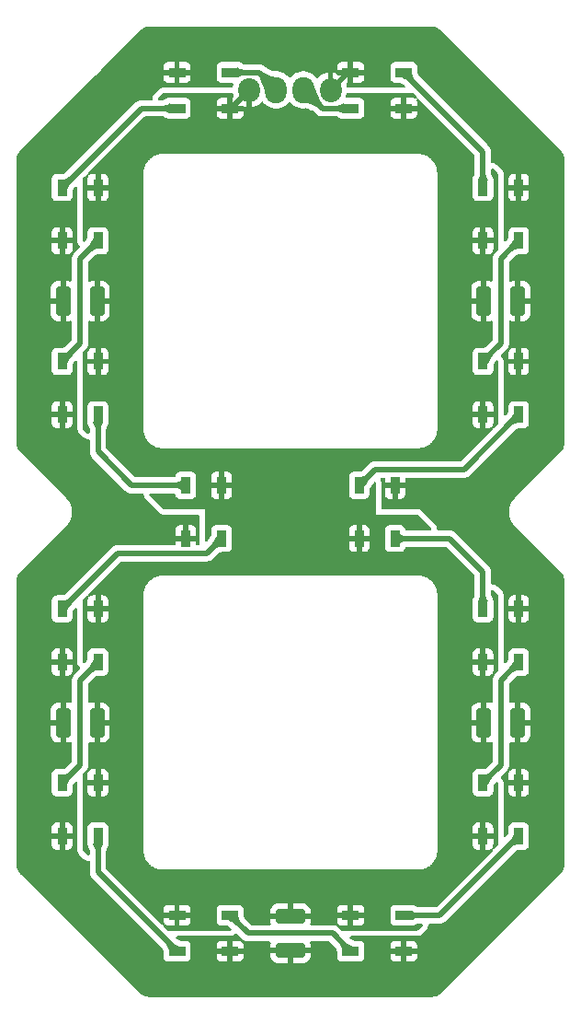
<source format=gtl>
G04 #@! TF.GenerationSoftware,KiCad,Pcbnew,7.0.2*
G04 #@! TF.CreationDate,2024-09-03T00:20:42+03:00*
G04 #@! TF.ProjectId,7seg,37736567-2e6b-4696-9361-645f70636258,rev?*
G04 #@! TF.SameCoordinates,Original*
G04 #@! TF.FileFunction,Copper,L1,Top*
G04 #@! TF.FilePolarity,Positive*
%FSLAX46Y46*%
G04 Gerber Fmt 4.6, Leading zero omitted, Abs format (unit mm)*
G04 Created by KiCad (PCBNEW 7.0.2) date 2024-09-03 00:20:42*
%MOMM*%
%LPD*%
G01*
G04 APERTURE LIST*
G04 Aperture macros list*
%AMRoundRect*
0 Rectangle with rounded corners*
0 $1 Rounding radius*
0 $2 $3 $4 $5 $6 $7 $8 $9 X,Y pos of 4 corners*
0 Add a 4 corners polygon primitive as box body*
4,1,4,$2,$3,$4,$5,$6,$7,$8,$9,$2,$3,0*
0 Add four circle primitives for the rounded corners*
1,1,$1+$1,$2,$3*
1,1,$1+$1,$4,$5*
1,1,$1+$1,$6,$7*
1,1,$1+$1,$8,$9*
0 Add four rect primitives between the rounded corners*
20,1,$1+$1,$2,$3,$4,$5,0*
20,1,$1+$1,$4,$5,$6,$7,0*
20,1,$1+$1,$6,$7,$8,$9,0*
20,1,$1+$1,$8,$9,$2,$3,0*%
G04 Aperture macros list end*
G04 #@! TA.AperFunction,SMDPad,CuDef*
%ADD10RoundRect,0.250000X0.412500X1.100000X-0.412500X1.100000X-0.412500X-1.100000X0.412500X-1.100000X0*%
G04 #@! TD*
G04 #@! TA.AperFunction,SMDPad,CuDef*
%ADD11RoundRect,0.250000X-0.412500X-1.100000X0.412500X-1.100000X0.412500X1.100000X-0.412500X1.100000X0*%
G04 #@! TD*
G04 #@! TA.AperFunction,SMDPad,CuDef*
%ADD12RoundRect,0.250000X1.100000X-0.412500X1.100000X0.412500X-1.100000X0.412500X-1.100000X-0.412500X0*%
G04 #@! TD*
G04 #@! TA.AperFunction,SMDPad,CuDef*
%ADD13R,0.900000X1.500000*%
G04 #@! TD*
G04 #@! TA.AperFunction,SMDPad,CuDef*
%ADD14R,1.500000X0.900000*%
G04 #@! TD*
G04 #@! TA.AperFunction,ComponentPad*
%ADD15O,2.000000X2.200000*%
G04 #@! TD*
G04 #@! TA.AperFunction,ComponentPad*
%ADD16O,2.000000X2.400000*%
G04 #@! TD*
G04 #@! TA.AperFunction,Conductor*
%ADD17C,0.500000*%
G04 #@! TD*
G04 #@! TA.AperFunction,Conductor*
%ADD18C,0.250000*%
G04 #@! TD*
G04 APERTURE END LIST*
D10*
X120937500Y-80624500D03*
X117812500Y-80624500D03*
X120937500Y-119375500D03*
X117812500Y-119375500D03*
D11*
X79062500Y-80624500D03*
X82187500Y-80624500D03*
D12*
X100000000Y-140312500D03*
X100000000Y-137187500D03*
D11*
X79062500Y-119375500D03*
X82187500Y-119375500D03*
D13*
X78975000Y-75077000D03*
X82275000Y-75077000D03*
X82275000Y-70177000D03*
X78975000Y-70177000D03*
X90353000Y-102450000D03*
X93653000Y-102450000D03*
X93653000Y-97550000D03*
X90353000Y-97550000D03*
D14*
X89553000Y-59600000D03*
X89553000Y-62900000D03*
X94453000Y-62900000D03*
X94453000Y-59600000D03*
D13*
X121025000Y-86172000D03*
X117725000Y-86172000D03*
X117725000Y-91072000D03*
X121025000Y-91072000D03*
D14*
X110447000Y-140400000D03*
X110447000Y-137100000D03*
X105547000Y-137100000D03*
X105547000Y-140400000D03*
D13*
X121025000Y-108928000D03*
X117725000Y-108928000D03*
X117725000Y-113828000D03*
X121025000Y-113828000D03*
X121025000Y-124923000D03*
X117725000Y-124923000D03*
X117725000Y-129823000D03*
X121025000Y-129823000D03*
X78975000Y-113828000D03*
X82275000Y-113828000D03*
X82275000Y-108928000D03*
X78975000Y-108928000D03*
D14*
X94453000Y-140400000D03*
X94453000Y-137100000D03*
X89553000Y-137100000D03*
X89553000Y-140400000D03*
D13*
X78975000Y-91072000D03*
X82275000Y-91072000D03*
X82275000Y-86172000D03*
X78975000Y-86172000D03*
X121025000Y-70177000D03*
X117725000Y-70177000D03*
X117725000Y-75077000D03*
X121025000Y-75077000D03*
X109647000Y-97550000D03*
X106347000Y-97550000D03*
X106347000Y-102450000D03*
X109647000Y-102450000D03*
D14*
X105547000Y-59600000D03*
X105547000Y-62900000D03*
X110447000Y-62900000D03*
X110447000Y-59600000D03*
D13*
X78975000Y-129823000D03*
X82275000Y-129823000D03*
X82275000Y-124923000D03*
X78975000Y-124923000D03*
D15*
X96190000Y-61200000D03*
D16*
X98690000Y-61200000D03*
X101190000Y-61200000D03*
D15*
X103690000Y-61200000D03*
D17*
X115997000Y-96100000D02*
X107797000Y-96100000D01*
D18*
X105290000Y-59600000D02*
X105547000Y-59600000D01*
D17*
X103690000Y-61200000D02*
X105290000Y-59600000D01*
X86252000Y-62900000D02*
X89553000Y-62900000D01*
X78975000Y-70177000D02*
X86252000Y-62900000D01*
X80625000Y-84522000D02*
X80625000Y-76727000D01*
X78975000Y-86172000D02*
X80625000Y-84522000D01*
X82275000Y-75077000D02*
X80625000Y-76727000D01*
X94453000Y-59600000D02*
X97130000Y-59600000D01*
X97130000Y-59600000D02*
X98730000Y-61200000D01*
X93653000Y-102450000D02*
X92303000Y-103800000D01*
X84103000Y-103800000D02*
X78975000Y-108928000D01*
X92303000Y-103800000D02*
X84103000Y-103800000D01*
X80625000Y-115478000D02*
X80625000Y-123273000D01*
X80625000Y-115478000D02*
X82275000Y-113828000D01*
X80625000Y-123273000D02*
X78975000Y-124923000D01*
X82275000Y-133122000D02*
X82275000Y-129823000D01*
X89553000Y-140400000D02*
X82275000Y-133122000D01*
X96103000Y-138750000D02*
X103897000Y-138750000D01*
X96103000Y-138750000D02*
X94453000Y-137100000D01*
X103897000Y-138750000D02*
X105547000Y-140400000D01*
X121025000Y-129823000D02*
X113748000Y-137100000D01*
X113748000Y-137100000D02*
X110447000Y-137100000D01*
X117725000Y-108928000D02*
X117725000Y-105533000D01*
X117725000Y-105533000D02*
X114642000Y-102450000D01*
X114642000Y-102450000D02*
X109647000Y-102450000D01*
X121025000Y-91072000D02*
X115997000Y-96100000D01*
X107797000Y-96100000D02*
X106347000Y-97550000D01*
X117725000Y-86172000D02*
X119375000Y-84522000D01*
X119375000Y-76727000D02*
X119375000Y-84522000D01*
X121025000Y-75077000D02*
X119375000Y-76727000D01*
X117725000Y-70177000D02*
X117725000Y-66878000D01*
X117725000Y-66878000D02*
X110447000Y-59600000D01*
X101270000Y-61200000D02*
X102970000Y-62900000D01*
X102970000Y-62900000D02*
X105547000Y-62900000D01*
X85358000Y-97550000D02*
X90353000Y-97550000D01*
X82275000Y-91072000D02*
X82275000Y-94467000D01*
X82275000Y-94467000D02*
X85358000Y-97550000D01*
X119380000Y-115473000D02*
X121025000Y-113828000D01*
X117725000Y-124923000D02*
X119380000Y-123268000D01*
X119380000Y-123268000D02*
X119380000Y-115473000D01*
D18*
X94453000Y-62900000D02*
X94490000Y-62900000D01*
D17*
X94490000Y-62900000D02*
X96190000Y-61200000D01*
G04 #@! TA.AperFunction,Conductor*
G36*
X120584657Y-129640582D02*
G01*
X120957892Y-129794353D01*
X121017214Y-129818794D01*
X121023558Y-129825114D01*
X121024324Y-129831373D01*
X120912686Y-130564529D01*
X120908052Y-130572192D01*
X120902933Y-130574327D01*
X120816173Y-130587940D01*
X120816162Y-130587942D01*
X120815833Y-130587994D01*
X120815506Y-130588086D01*
X120815494Y-130588089D01*
X120720582Y-130614900D01*
X120720572Y-130614903D01*
X120720269Y-130614989D01*
X120624706Y-130653984D01*
X120624445Y-130654123D01*
X120624437Y-130654127D01*
X120529380Y-130704851D01*
X120529363Y-130704860D01*
X120529142Y-130704979D01*
X120528931Y-130705117D01*
X120528921Y-130705124D01*
X120441544Y-130762723D01*
X120432751Y-130764415D01*
X120426832Y-130761227D01*
X120087212Y-130421607D01*
X120083785Y-130413334D01*
X120086134Y-130406302D01*
X120179020Y-130282857D01*
X120278015Y-130139294D01*
X120278130Y-130139116D01*
X120377010Y-129983730D01*
X120377104Y-129983573D01*
X120476005Y-129816167D01*
X120476099Y-129816000D01*
X120547428Y-129686614D01*
X120569957Y-129645751D01*
X120576951Y-129640162D01*
X120584657Y-129640582D01*
G37*
G04 #@! TD.AperFunction*
G04 #@! TA.AperFunction,Conductor*
G36*
X118323167Y-85233772D02*
G01*
X118662787Y-85573392D01*
X118666214Y-85581665D01*
X118663862Y-85588700D01*
X118570979Y-85712142D01*
X118570936Y-85712204D01*
X118570924Y-85712221D01*
X118471984Y-85855705D01*
X118471869Y-85855883D01*
X118372989Y-86011269D01*
X118372895Y-86011426D01*
X118273994Y-86178832D01*
X118273900Y-86178999D01*
X118180043Y-86349247D01*
X118173048Y-86354837D01*
X118165340Y-86354416D01*
X117732785Y-86176205D01*
X117726441Y-86169885D01*
X117725675Y-86163628D01*
X117837315Y-85430469D01*
X117841949Y-85422807D01*
X117847068Y-85420672D01*
X117934168Y-85407005D01*
X118029731Y-85380010D01*
X118125294Y-85341015D01*
X118220857Y-85290020D01*
X118308457Y-85232275D01*
X118317248Y-85230584D01*
X118323167Y-85233772D01*
G37*
G04 #@! TD.AperFunction*
G04 #@! TA.AperFunction,Conductor*
G36*
X105396500Y-98344560D02*
G01*
X105396500Y-98344578D01*
X105396501Y-98347872D01*
X105402909Y-98407483D01*
X105453204Y-98542331D01*
X105539454Y-98657546D01*
X105654669Y-98743796D01*
X105789517Y-98794091D01*
X105849127Y-98800500D01*
X106844872Y-98800499D01*
X106904483Y-98794091D01*
X107039331Y-98743796D01*
X107154546Y-98657546D01*
X107240796Y-98542331D01*
X107291091Y-98407483D01*
X107297500Y-98347873D01*
X107297499Y-97907490D01*
X107312908Y-97847624D01*
X107334169Y-97809060D01*
X107335986Y-97805880D01*
X107339460Y-97800000D01*
X107424923Y-97655340D01*
X107427053Y-97651869D01*
X107427161Y-97651698D01*
X107491879Y-97550000D01*
X107897000Y-97550000D01*
X107897000Y-100250000D01*
X111673638Y-100250000D01*
X111740677Y-100269685D01*
X111761319Y-100286319D01*
X112962819Y-101487819D01*
X112996304Y-101549142D01*
X112991320Y-101618834D01*
X112949448Y-101674767D01*
X112883984Y-101699184D01*
X112875138Y-101699500D01*
X110713976Y-101699500D01*
X110646937Y-101679815D01*
X110601182Y-101627011D01*
X110593465Y-101598883D01*
X110591091Y-101592517D01*
X110540796Y-101457669D01*
X110454546Y-101342454D01*
X110339331Y-101256204D01*
X110204483Y-101205909D01*
X110152816Y-101200354D01*
X110148166Y-101199854D01*
X110148165Y-101199853D01*
X110144873Y-101199500D01*
X110141550Y-101199500D01*
X109152439Y-101199500D01*
X109152420Y-101199500D01*
X109149128Y-101199501D01*
X109145848Y-101199853D01*
X109145840Y-101199854D01*
X109089515Y-101205909D01*
X108954669Y-101256204D01*
X108839454Y-101342454D01*
X108753204Y-101457668D01*
X108702909Y-101592516D01*
X108700080Y-101618834D01*
X108696500Y-101652127D01*
X108696500Y-101655448D01*
X108696500Y-101655449D01*
X108696500Y-103244560D01*
X108696500Y-103244578D01*
X108696501Y-103247872D01*
X108702909Y-103307483D01*
X108753204Y-103442331D01*
X108839454Y-103557546D01*
X108954669Y-103643796D01*
X109089517Y-103694091D01*
X109149127Y-103700500D01*
X110144872Y-103700499D01*
X110204483Y-103694091D01*
X110339331Y-103643796D01*
X110454546Y-103557546D01*
X110540796Y-103442331D01*
X110591091Y-103307483D01*
X110591090Y-103307483D01*
X110596534Y-103292890D01*
X110598055Y-103293457D01*
X110617421Y-103246698D01*
X110674812Y-103206847D01*
X110713976Y-103200500D01*
X114279770Y-103200500D01*
X114346809Y-103220185D01*
X114367451Y-103236819D01*
X116938181Y-105807548D01*
X116971666Y-105868871D01*
X116974500Y-105895229D01*
X116974500Y-107606583D01*
X116967515Y-107647613D01*
X116962084Y-107663102D01*
X116960510Y-107667342D01*
X116929509Y-107746396D01*
X116927381Y-107751487D01*
X116900171Y-107812710D01*
X116897196Y-107818931D01*
X116875400Y-107861434D01*
X116871107Y-107869120D01*
X116846354Y-107909963D01*
X116845300Y-107912039D01*
X116842576Y-107917403D01*
X116831294Y-107935549D01*
X116831202Y-107935670D01*
X116827847Y-107944666D01*
X116822234Y-107957459D01*
X116813101Y-107975447D01*
X116813094Y-107975461D01*
X116812045Y-107977528D01*
X116810704Y-107980746D01*
X116809659Y-107984569D01*
X116809658Y-107984574D01*
X116802093Y-108012269D01*
X116798659Y-108022920D01*
X116780909Y-108070514D01*
X116778542Y-108092527D01*
X116776635Y-108102618D01*
X116776637Y-108103067D01*
X116775929Y-108116821D01*
X116774854Y-108126828D01*
X116774853Y-108126838D01*
X116774500Y-108130127D01*
X116774500Y-108133439D01*
X116774500Y-108133440D01*
X116774500Y-109722560D01*
X116774500Y-109722578D01*
X116774501Y-109725872D01*
X116780909Y-109785483D01*
X116831204Y-109920331D01*
X116917454Y-110035546D01*
X117032669Y-110121796D01*
X117167517Y-110172091D01*
X117227127Y-110178500D01*
X118222872Y-110178499D01*
X118282483Y-110172091D01*
X118417331Y-110121796D01*
X118532546Y-110035546D01*
X118618796Y-109920331D01*
X118669091Y-109785483D01*
X118675500Y-109725873D01*
X118675499Y-108130128D01*
X118669091Y-108070517D01*
X118664955Y-108059427D01*
X118660188Y-108042934D01*
X118659950Y-108042376D01*
X118659950Y-108042372D01*
X118649994Y-108018961D01*
X118647944Y-108013822D01*
X118618796Y-107935669D01*
X118618008Y-107934616D01*
X118607070Y-107915615D01*
X118578895Y-107869129D01*
X118574601Y-107861441D01*
X118571633Y-107855654D01*
X118552783Y-107818896D01*
X118549819Y-107812695D01*
X118522590Y-107751427D01*
X118520473Y-107746366D01*
X118489997Y-107668706D01*
X118488420Y-107664461D01*
X118482493Y-107647568D01*
X118475500Y-107606515D01*
X118475500Y-107299862D01*
X118495185Y-107232823D01*
X118547989Y-107187068D01*
X118617147Y-107177124D01*
X118680703Y-107206149D01*
X118687181Y-107212181D01*
X119088681Y-107613681D01*
X119122166Y-107675004D01*
X119125000Y-107701362D01*
X119125000Y-114615269D01*
X119105315Y-114682308D01*
X119088681Y-114702950D01*
X118894358Y-114897272D01*
X118880727Y-114909053D01*
X118861468Y-114923391D01*
X118829635Y-114961328D01*
X118822338Y-114969292D01*
X118820972Y-114970657D01*
X118820950Y-114970681D01*
X118818409Y-114973223D01*
X118816173Y-114976050D01*
X118816171Y-114976053D01*
X118799176Y-114997546D01*
X118796902Y-115000337D01*
X118760456Y-115043773D01*
X118752846Y-115048835D01*
X118750562Y-115054074D01*
X118749416Y-115056355D01*
X118737418Y-115075187D01*
X118705192Y-115144294D01*
X118703622Y-115147536D01*
X118669393Y-115215692D01*
X118662996Y-115234098D01*
X118647573Y-115308788D01*
X118646793Y-115312305D01*
X118629208Y-115386506D01*
X118627229Y-115405879D01*
X118629448Y-115482129D01*
X118629500Y-115485735D01*
X118629500Y-117447713D01*
X118609815Y-117514752D01*
X118557011Y-117560507D01*
X118487853Y-117570451D01*
X118466496Y-117565419D01*
X118377696Y-117535993D01*
X118278109Y-117525819D01*
X118271832Y-117525500D01*
X118062500Y-117525500D01*
X118062500Y-121225499D01*
X118271829Y-121225499D01*
X118278111Y-121225178D01*
X118377693Y-121215006D01*
X118466495Y-121185580D01*
X118536324Y-121183178D01*
X118596366Y-121218909D01*
X118627559Y-121281430D01*
X118629500Y-121303286D01*
X118629500Y-122905769D01*
X118609815Y-122972808D01*
X118593181Y-122993450D01*
X118024970Y-123561660D01*
X118005536Y-123577509D01*
X117967006Y-123602908D01*
X117957137Y-123608776D01*
X117915874Y-123630795D01*
X117904347Y-123636205D01*
X117871449Y-123649630D01*
X117858305Y-123654153D01*
X117833042Y-123661289D01*
X117818559Y-123664459D01*
X117785309Y-123669677D01*
X117776870Y-123671001D01*
X117757648Y-123672500D01*
X117230439Y-123672500D01*
X117230420Y-123672500D01*
X117227128Y-123672501D01*
X117223848Y-123672853D01*
X117223840Y-123672854D01*
X117167515Y-123678909D01*
X117032669Y-123729204D01*
X116917454Y-123815454D01*
X116831204Y-123930668D01*
X116831115Y-123930908D01*
X116780909Y-124065517D01*
X116774500Y-124125127D01*
X116774500Y-124128448D01*
X116774500Y-124128449D01*
X116774500Y-125717560D01*
X116774500Y-125717578D01*
X116774501Y-125720872D01*
X116780909Y-125780483D01*
X116831204Y-125915331D01*
X116917454Y-126030546D01*
X117032669Y-126116796D01*
X117167517Y-126167091D01*
X117227127Y-126173500D01*
X118222872Y-126173499D01*
X118282483Y-126167091D01*
X118417331Y-126116796D01*
X118532546Y-126030546D01*
X118618796Y-125915331D01*
X118669091Y-125780483D01*
X118675500Y-125720873D01*
X118675499Y-125280490D01*
X118690908Y-125220624D01*
X118712169Y-125182060D01*
X118713986Y-125178880D01*
X118800459Y-125032512D01*
X118802923Y-125028340D01*
X118805053Y-125024869D01*
X118892207Y-124887912D01*
X118894731Y-124884103D01*
X118898924Y-124878022D01*
X118953192Y-124834012D01*
X119022637Y-124826327D01*
X119085213Y-124857408D01*
X119121052Y-124917386D01*
X119125000Y-124948425D01*
X119125000Y-130610269D01*
X119105315Y-130677308D01*
X119088681Y-130697950D01*
X118792645Y-130993985D01*
X118731322Y-131027470D01*
X118661630Y-131022486D01*
X118605697Y-130980614D01*
X118581280Y-130915150D01*
X118596132Y-130846877D01*
X118605699Y-130831991D01*
X118618352Y-130815089D01*
X118668599Y-130680371D01*
X118674645Y-130624132D01*
X118675000Y-130617518D01*
X118675000Y-130073000D01*
X117975000Y-130073000D01*
X117975000Y-131073000D01*
X118219518Y-131073000D01*
X118226132Y-131072645D01*
X118282371Y-131066599D01*
X118417089Y-131016352D01*
X118433991Y-131003699D01*
X118499455Y-130979280D01*
X118567728Y-130994130D01*
X118617135Y-131043534D01*
X118631988Y-131111807D01*
X118607573Y-131177272D01*
X118595985Y-131190645D01*
X113473451Y-136313181D01*
X113412128Y-136346666D01*
X113385770Y-136349500D01*
X111730649Y-136349500D01*
X111708945Y-136347585D01*
X111689938Y-136344206D01*
X111684477Y-136343235D01*
X111669348Y-136339552D01*
X111652249Y-136334232D01*
X111638730Y-136329145D01*
X111612718Y-136317584D01*
X111601054Y-136311643D01*
X111565580Y-136291146D01*
X111555756Y-136284835D01*
X111498538Y-136244147D01*
X111498526Y-136244139D01*
X111496180Y-136242471D01*
X111465356Y-136224617D01*
X111453202Y-136216587D01*
X111439333Y-136206205D01*
X111439331Y-136206204D01*
X111432625Y-136203703D01*
X111418874Y-136197599D01*
X111417300Y-136196782D01*
X111414806Y-136195338D01*
X111410872Y-136193525D01*
X111407335Y-136191912D01*
X111383745Y-136185093D01*
X111374849Y-136182153D01*
X111304481Y-136155908D01*
X111280659Y-136153347D01*
X111273069Y-136151855D01*
X111260981Y-136151231D01*
X111248167Y-136149853D01*
X111248146Y-136149851D01*
X111244873Y-136149500D01*
X111241562Y-136149500D01*
X109652439Y-136149500D01*
X109652420Y-136149500D01*
X109649128Y-136149501D01*
X109645848Y-136149853D01*
X109645840Y-136149854D01*
X109589515Y-136155909D01*
X109454669Y-136206204D01*
X109339454Y-136292454D01*
X109253204Y-136407668D01*
X109202910Y-136542515D01*
X109202909Y-136542517D01*
X109196500Y-136602127D01*
X109196500Y-136605448D01*
X109196500Y-136605449D01*
X109196500Y-137594560D01*
X109196500Y-137594578D01*
X109196501Y-137597872D01*
X109196853Y-137601152D01*
X109196854Y-137601159D01*
X109202909Y-137657484D01*
X109228056Y-137724907D01*
X109253204Y-137792331D01*
X109339454Y-137907546D01*
X109454669Y-137993796D01*
X109589517Y-138044091D01*
X109649127Y-138050500D01*
X111143450Y-138050499D01*
X111161702Y-138052357D01*
X111164129Y-138052155D01*
X111164130Y-138052156D01*
X111179009Y-138050922D01*
X111189251Y-138050499D01*
X111241561Y-138050499D01*
X111244872Y-138050499D01*
X111304483Y-138044091D01*
X111328282Y-138035214D01*
X111337443Y-138032199D01*
X111368251Y-138023373D01*
X111383361Y-138015595D01*
X111396758Y-138009673D01*
X111439331Y-137993796D01*
X111460979Y-137977589D01*
X111478529Y-137966612D01*
X111496180Y-137957528D01*
X111555783Y-137915143D01*
X111565573Y-137908854D01*
X111601063Y-137888349D01*
X111612716Y-137882414D01*
X111638728Y-137870853D01*
X111652242Y-137865768D01*
X111664761Y-137861872D01*
X111669347Y-137860445D01*
X111684486Y-137856760D01*
X111687919Y-137856150D01*
X111708939Y-137852414D01*
X111730639Y-137850500D01*
X112075138Y-137850500D01*
X112142177Y-137870185D01*
X112187932Y-137922989D01*
X112197876Y-137992147D01*
X112168851Y-138055703D01*
X112162819Y-138062181D01*
X111761319Y-138463681D01*
X111699996Y-138497166D01*
X111673638Y-138500000D01*
X104759730Y-138500000D01*
X104692691Y-138480315D01*
X104672049Y-138463681D01*
X104472728Y-138264360D01*
X104460946Y-138250727D01*
X104447135Y-138232176D01*
X104446610Y-138231470D01*
X104408667Y-138199631D01*
X104400691Y-138192323D01*
X104399329Y-138190961D01*
X104396777Y-138188409D01*
X104372444Y-138169169D01*
X104369647Y-138166890D01*
X104340111Y-138142106D01*
X104322560Y-138115725D01*
X104311924Y-138114966D01*
X104302842Y-138111162D01*
X104225692Y-138075186D01*
X104222447Y-138073615D01*
X104154306Y-138039394D01*
X104135903Y-138032997D01*
X104061211Y-138017574D01*
X104057692Y-138016794D01*
X103983490Y-137999208D01*
X103964121Y-137997229D01*
X103887869Y-137999448D01*
X103884263Y-137999500D01*
X101929444Y-137999500D01*
X101862405Y-137979815D01*
X101816650Y-137927011D01*
X101806706Y-137857853D01*
X101811738Y-137836496D01*
X101839506Y-137752696D01*
X101849680Y-137653109D01*
X101850000Y-137646831D01*
X101850000Y-137437500D01*
X98150001Y-137437500D01*
X98150001Y-137646829D01*
X98150321Y-137653111D01*
X98160493Y-137752695D01*
X98188263Y-137836496D01*
X98190665Y-137906324D01*
X98154933Y-137966366D01*
X98092413Y-137997559D01*
X98070557Y-137999500D01*
X96465229Y-137999500D01*
X96398190Y-137979815D01*
X96377548Y-137963181D01*
X96107079Y-137692712D01*
X95829527Y-137415159D01*
X95804841Y-137379916D01*
X95790880Y-137350000D01*
X104297000Y-137350000D01*
X104297000Y-137594518D01*
X104297354Y-137601132D01*
X104303400Y-137657371D01*
X104353647Y-137792089D01*
X104450495Y-137921461D01*
X104447605Y-137923623D01*
X104453481Y-137931471D01*
X104469533Y-137933520D01*
X104494128Y-137947850D01*
X104554911Y-137993352D01*
X104689628Y-138043599D01*
X104745867Y-138049645D01*
X104752482Y-138050000D01*
X105297000Y-138050000D01*
X105796999Y-138050000D01*
X106341518Y-138050000D01*
X106348132Y-138049645D01*
X106404371Y-138043599D01*
X106539089Y-137993352D01*
X106654188Y-137907188D01*
X106740352Y-137792089D01*
X106790599Y-137657371D01*
X106796645Y-137601132D01*
X106797000Y-137594518D01*
X106797000Y-137350000D01*
X105797000Y-137350000D01*
X105796999Y-138050000D01*
X105297000Y-138050000D01*
X105297000Y-137350000D01*
X104297000Y-137350000D01*
X95790880Y-137350000D01*
X95784598Y-137336537D01*
X95782161Y-137330960D01*
X95753731Y-137261286D01*
X95751988Y-137256762D01*
X95720710Y-137170488D01*
X95719416Y-137166726D01*
X95709610Y-137136658D01*
X95703499Y-137098211D01*
X95703499Y-136937500D01*
X98150000Y-136937500D01*
X99750000Y-136937500D01*
X99750000Y-136025000D01*
X100250000Y-136025000D01*
X100250000Y-136937500D01*
X101849999Y-136937500D01*
X101849999Y-136850000D01*
X104297000Y-136850000D01*
X105297000Y-136850000D01*
X105796999Y-136850000D01*
X106797000Y-136850000D01*
X106797000Y-136605481D01*
X106796645Y-136598867D01*
X106790599Y-136542628D01*
X106740352Y-136407910D01*
X106654188Y-136292811D01*
X106539089Y-136206647D01*
X106404371Y-136156400D01*
X106348132Y-136150354D01*
X106341518Y-136150000D01*
X105797000Y-136150000D01*
X105796999Y-136850000D01*
X105297000Y-136850000D01*
X105297000Y-136150000D01*
X104752482Y-136150000D01*
X104745867Y-136150354D01*
X104689628Y-136156400D01*
X104554910Y-136206647D01*
X104439811Y-136292811D01*
X104353647Y-136407910D01*
X104303400Y-136542628D01*
X104297354Y-136598867D01*
X104297000Y-136605481D01*
X104297000Y-136850000D01*
X101849999Y-136850000D01*
X101849999Y-136728170D01*
X101849678Y-136721888D01*
X101839506Y-136622304D01*
X101784357Y-136455877D01*
X101692316Y-136306654D01*
X101568345Y-136182683D01*
X101419122Y-136090642D01*
X101252696Y-136035493D01*
X101153109Y-136025319D01*
X101146832Y-136025000D01*
X100250000Y-136025000D01*
X99750000Y-136025000D01*
X98853171Y-136025000D01*
X98846888Y-136025321D01*
X98747304Y-136035493D01*
X98580877Y-136090642D01*
X98431654Y-136182683D01*
X98307683Y-136306654D01*
X98215642Y-136455877D01*
X98160493Y-136622303D01*
X98150319Y-136721890D01*
X98150000Y-136728168D01*
X98150000Y-136937500D01*
X95703499Y-136937500D01*
X95703499Y-136605439D01*
X95703499Y-136602128D01*
X95697091Y-136542517D01*
X95646796Y-136407669D01*
X95560546Y-136292454D01*
X95445331Y-136206204D01*
X95310483Y-136155909D01*
X95258816Y-136150354D01*
X95254166Y-136149854D01*
X95254165Y-136149853D01*
X95250873Y-136149500D01*
X95247550Y-136149500D01*
X93658439Y-136149500D01*
X93658420Y-136149500D01*
X93655128Y-136149501D01*
X93651848Y-136149853D01*
X93651840Y-136149854D01*
X93595515Y-136155909D01*
X93460669Y-136206204D01*
X93345454Y-136292454D01*
X93259204Y-136407668D01*
X93208910Y-136542515D01*
X93208909Y-136542517D01*
X93202500Y-136602127D01*
X93202500Y-136605448D01*
X93202500Y-136605449D01*
X93202500Y-137594560D01*
X93202500Y-137594578D01*
X93202501Y-137597872D01*
X93202853Y-137601152D01*
X93202854Y-137601159D01*
X93208909Y-137657484D01*
X93234056Y-137724907D01*
X93259204Y-137792331D01*
X93345454Y-137907546D01*
X93460669Y-137993796D01*
X93595517Y-138044091D01*
X93655127Y-138050500D01*
X94112415Y-138050499D01*
X94166260Y-138062800D01*
X94185451Y-138072051D01*
X94192115Y-138075516D01*
X94315374Y-138144446D01*
X94321419Y-138148055D01*
X94447835Y-138228502D01*
X94453264Y-138232162D01*
X94513387Y-138275061D01*
X94556526Y-138330022D01*
X94563102Y-138399581D01*
X94531028Y-138461654D01*
X94470486Y-138496532D01*
X94441365Y-138500000D01*
X88765730Y-138500000D01*
X88698691Y-138480315D01*
X88678049Y-138463681D01*
X88382011Y-138167643D01*
X88348526Y-138106320D01*
X88353510Y-138036628D01*
X88395382Y-137980695D01*
X88460846Y-137956278D01*
X88529119Y-137971130D01*
X88544003Y-137980695D01*
X88560911Y-137993352D01*
X88695628Y-138043599D01*
X88751867Y-138049645D01*
X88758482Y-138050000D01*
X89303000Y-138050000D01*
X89303000Y-137350000D01*
X89803000Y-137350000D01*
X89803000Y-138050000D01*
X90347518Y-138050000D01*
X90354132Y-138049645D01*
X90410371Y-138043599D01*
X90545089Y-137993352D01*
X90660188Y-137907188D01*
X90746352Y-137792089D01*
X90796599Y-137657371D01*
X90802645Y-137601132D01*
X90803000Y-137594518D01*
X90803000Y-137350000D01*
X89803000Y-137350000D01*
X89303000Y-137350000D01*
X88303000Y-137350000D01*
X88303000Y-137594518D01*
X88303354Y-137601132D01*
X88309400Y-137657371D01*
X88359648Y-137792091D01*
X88372304Y-137808997D01*
X88396721Y-137874461D01*
X88381869Y-137942734D01*
X88332464Y-137992139D01*
X88264191Y-138006991D01*
X88198726Y-137982574D01*
X88185356Y-137970988D01*
X87064368Y-136850000D01*
X88303000Y-136850000D01*
X89303000Y-136850000D01*
X89303000Y-136150000D01*
X89803000Y-136150000D01*
X89803000Y-136850000D01*
X90803000Y-136850000D01*
X90803000Y-136605481D01*
X90802645Y-136598867D01*
X90796599Y-136542628D01*
X90746352Y-136407910D01*
X90660188Y-136292811D01*
X90545089Y-136206647D01*
X90410371Y-136156400D01*
X90354132Y-136150354D01*
X90347518Y-136150000D01*
X89803000Y-136150000D01*
X89303000Y-136150000D01*
X88758482Y-136150000D01*
X88751867Y-136150354D01*
X88695628Y-136156400D01*
X88560910Y-136206647D01*
X88445811Y-136292811D01*
X88359647Y-136407910D01*
X88309400Y-136542628D01*
X88303354Y-136598867D01*
X88303000Y-136605481D01*
X88303000Y-136850000D01*
X87064368Y-136850000D01*
X83061819Y-132847451D01*
X83028334Y-132786128D01*
X83025500Y-132759770D01*
X83025500Y-131144408D01*
X83032481Y-131103390D01*
X83037662Y-131088610D01*
X83037908Y-131087908D01*
X83039466Y-131083706D01*
X83043603Y-131073156D01*
X86473078Y-131073156D01*
X86474184Y-131088610D01*
X86474500Y-131097455D01*
X86474500Y-131099500D01*
X86474500Y-131100000D01*
X86474500Y-131218011D01*
X86475028Y-131222027D01*
X86475029Y-131222031D01*
X86490679Y-131340905D01*
X86490395Y-131342722D01*
X86490621Y-131343759D01*
X86492394Y-131353931D01*
X86493591Y-131363023D01*
X86494336Y-131370361D01*
X86499228Y-131438763D01*
X86506427Y-131456823D01*
X86505307Y-131452015D01*
X86541711Y-131587877D01*
X86541652Y-131590333D01*
X86542134Y-131591625D01*
X86545726Y-131602862D01*
X86551657Y-131624997D01*
X86553048Y-131630731D01*
X86563206Y-131677426D01*
X86569881Y-131688412D01*
X86625469Y-131822613D01*
X86625844Y-131826102D01*
X86627094Y-131828391D01*
X86632823Y-131840366D01*
X86652926Y-131888899D01*
X86654547Y-131893019D01*
X86659749Y-131906967D01*
X86667151Y-131916123D01*
X86740260Y-132042752D01*
X86741349Y-132047244D01*
X86743498Y-132050114D01*
X86751615Y-132062419D01*
X86774727Y-132102450D01*
X86777192Y-132105663D01*
X86779453Y-132109046D01*
X86776612Y-132105080D01*
X86786313Y-132119981D01*
X86786934Y-132121118D01*
X86794633Y-132128392D01*
X86883917Y-132244749D01*
X86885976Y-132250075D01*
X86888941Y-132253040D01*
X86899630Y-132265228D01*
X86918408Y-132289699D01*
X86921278Y-132292569D01*
X86921280Y-132292571D01*
X86929790Y-132301081D01*
X86941376Y-132314452D01*
X86942391Y-132315809D01*
X86949948Y-132321239D01*
X87053759Y-132425050D01*
X87056982Y-132430953D01*
X87060546Y-132433621D01*
X87073917Y-132445208D01*
X87085301Y-132456592D01*
X87109765Y-132475364D01*
X87109768Y-132475366D01*
X87121963Y-132486061D01*
X87123265Y-132487363D01*
X87130249Y-132491082D01*
X87177891Y-132527639D01*
X87246601Y-132580362D01*
X87246603Y-132580363D01*
X87251130Y-132586562D01*
X87255013Y-132588683D01*
X87269942Y-132598405D01*
X87265954Y-132595547D01*
X87269335Y-132597806D01*
X87272550Y-132600273D01*
X87312580Y-132623384D01*
X87324885Y-132631501D01*
X87326224Y-132632503D01*
X87332245Y-132634738D01*
X87458874Y-132707847D01*
X87464774Y-132714035D01*
X87481971Y-132720449D01*
X87486091Y-132722070D01*
X87534642Y-132742180D01*
X87546616Y-132747909D01*
X87547618Y-132748456D01*
X87552384Y-132749529D01*
X87686584Y-132805117D01*
X87693866Y-132810985D01*
X87744241Y-132821944D01*
X87749967Y-132823332D01*
X87772155Y-132829277D01*
X87783389Y-132832869D01*
X87783709Y-132832988D01*
X87787120Y-132833287D01*
X87922986Y-132869693D01*
X87917929Y-132868514D01*
X87931099Y-132875402D01*
X88004615Y-132880660D01*
X88011936Y-132881403D01*
X88021091Y-132882608D01*
X88031256Y-132884380D01*
X88031528Y-132884439D01*
X88034090Y-132884320D01*
X88156989Y-132900500D01*
X88161042Y-132900500D01*
X88277557Y-132900500D01*
X88286403Y-132900816D01*
X88299713Y-132901768D01*
X88306682Y-132900500D01*
X111693317Y-132900500D01*
X111698154Y-132901920D01*
X111713596Y-132900816D01*
X111722442Y-132900500D01*
X111838958Y-132900500D01*
X111843011Y-132900500D01*
X111965906Y-132884320D01*
X111967717Y-132884602D01*
X111968738Y-132884381D01*
X111978910Y-132882608D01*
X111988053Y-132881404D01*
X111995383Y-132880661D01*
X112063783Y-132875768D01*
X112081851Y-132868565D01*
X112077014Y-132869693D01*
X112212878Y-132833288D01*
X112215331Y-132833346D01*
X112216606Y-132832871D01*
X112227852Y-132829275D01*
X112234505Y-132827493D01*
X112250025Y-132823335D01*
X112255758Y-132821944D01*
X112302429Y-132811791D01*
X112313412Y-132805118D01*
X112447615Y-132749529D01*
X112451102Y-132749154D01*
X112453378Y-132747912D01*
X112465351Y-132742183D01*
X112513909Y-132722070D01*
X112518029Y-132720449D01*
X112531965Y-132715251D01*
X112541121Y-132707849D01*
X112667756Y-132634737D01*
X112672245Y-132633648D01*
X112675107Y-132631506D01*
X112687407Y-132623391D01*
X112727450Y-132600273D01*
X112730668Y-132597803D01*
X112734046Y-132595547D01*
X112730040Y-132598418D01*
X112744991Y-132588679D01*
X112746118Y-132588063D01*
X112753392Y-132580366D01*
X112869749Y-132491082D01*
X112875070Y-132489025D01*
X112878033Y-132486063D01*
X112890220Y-132475375D01*
X112914699Y-132456592D01*
X112926086Y-132445204D01*
X112939457Y-132433618D01*
X112940809Y-132432605D01*
X112946237Y-132425053D01*
X113050052Y-132321238D01*
X113055953Y-132318016D01*
X113058618Y-132314457D01*
X113070204Y-132301086D01*
X113081592Y-132289699D01*
X113100375Y-132265220D01*
X113111063Y-132253033D01*
X113112363Y-132251732D01*
X113116083Y-132244749D01*
X113153899Y-132195466D01*
X113205364Y-132128395D01*
X113211560Y-132123870D01*
X113213679Y-132119991D01*
X113223418Y-132105040D01*
X113220547Y-132109046D01*
X113222803Y-132105668D01*
X113225273Y-132102450D01*
X113248391Y-132062407D01*
X113256506Y-132050107D01*
X113257501Y-132048777D01*
X113259736Y-132042758D01*
X113332848Y-131916123D01*
X113339035Y-131910223D01*
X113345449Y-131893029D01*
X113347070Y-131888909D01*
X113367181Y-131840356D01*
X113372912Y-131828378D01*
X113373453Y-131827385D01*
X113374528Y-131822617D01*
X113430119Y-131688412D01*
X113435986Y-131681132D01*
X113446944Y-131630758D01*
X113448335Y-131625025D01*
X113454275Y-131602855D01*
X113457871Y-131591606D01*
X113457986Y-131591295D01*
X113458288Y-131587877D01*
X113494693Y-131452014D01*
X113493513Y-131457077D01*
X113500402Y-131443901D01*
X113505661Y-131370383D01*
X113506405Y-131363052D01*
X113506409Y-131363023D01*
X113507608Y-131353910D01*
X113509381Y-131343738D01*
X113509438Y-131343474D01*
X113509320Y-131340908D01*
X113525500Y-131218011D01*
X113525500Y-131100000D01*
X113525500Y-131099500D01*
X113525500Y-131097440D01*
X113525816Y-131088594D01*
X113526767Y-131075294D01*
X113525500Y-131068321D01*
X113525500Y-130073000D01*
X116775000Y-130073000D01*
X116775000Y-130617518D01*
X116775354Y-130624132D01*
X116781400Y-130680371D01*
X116831647Y-130815089D01*
X116917811Y-130930188D01*
X117032910Y-131016352D01*
X117167628Y-131066599D01*
X117223867Y-131072645D01*
X117230482Y-131073000D01*
X117475000Y-131073000D01*
X117475000Y-130073000D01*
X116775000Y-130073000D01*
X113525500Y-130073000D01*
X113525500Y-129573000D01*
X116775000Y-129573000D01*
X117475000Y-129573000D01*
X117475000Y-128573000D01*
X117975000Y-128573000D01*
X117975000Y-129573000D01*
X118675000Y-129573000D01*
X118675000Y-129028481D01*
X118674645Y-129021867D01*
X118668599Y-128965628D01*
X118618352Y-128830910D01*
X118532188Y-128715811D01*
X118417089Y-128629647D01*
X118282371Y-128579400D01*
X118226132Y-128573354D01*
X118219518Y-128573000D01*
X117975000Y-128573000D01*
X117475000Y-128573000D01*
X117230482Y-128573000D01*
X117223867Y-128573354D01*
X117167628Y-128579400D01*
X117032910Y-128629647D01*
X116917811Y-128715811D01*
X116831647Y-128830910D01*
X116781400Y-128965628D01*
X116775354Y-129021867D01*
X116775000Y-129028481D01*
X116775000Y-129573000D01*
X113525500Y-129573000D01*
X113525500Y-119625500D01*
X116650001Y-119625500D01*
X116650001Y-120522329D01*
X116650321Y-120528611D01*
X116660493Y-120628195D01*
X116715642Y-120794622D01*
X116807683Y-120943845D01*
X116931654Y-121067816D01*
X117080877Y-121159857D01*
X117247303Y-121215006D01*
X117346890Y-121225180D01*
X117353168Y-121225499D01*
X117562499Y-121225499D01*
X117562500Y-121225498D01*
X117562500Y-119625500D01*
X116650001Y-119625500D01*
X113525500Y-119625500D01*
X113525500Y-119125500D01*
X116650000Y-119125500D01*
X117562499Y-119125500D01*
X117562499Y-117525500D01*
X117353171Y-117525500D01*
X117346888Y-117525821D01*
X117247304Y-117535993D01*
X117080877Y-117591142D01*
X116931654Y-117683183D01*
X116807683Y-117807154D01*
X116715642Y-117956377D01*
X116660493Y-118122803D01*
X116650319Y-118222390D01*
X116650000Y-118228668D01*
X116650000Y-119125500D01*
X113525500Y-119125500D01*
X113525500Y-114078000D01*
X116775000Y-114078000D01*
X116775000Y-114622518D01*
X116775354Y-114629132D01*
X116781400Y-114685371D01*
X116831647Y-114820089D01*
X116917811Y-114935188D01*
X117032910Y-115021352D01*
X117167628Y-115071599D01*
X117223867Y-115077645D01*
X117230482Y-115078000D01*
X117475000Y-115078000D01*
X117475000Y-114078000D01*
X117975000Y-114078000D01*
X117975000Y-115078000D01*
X118219518Y-115078000D01*
X118226132Y-115077645D01*
X118282371Y-115071599D01*
X118417089Y-115021352D01*
X118532186Y-114935190D01*
X118540491Y-114924097D01*
X118551694Y-114915710D01*
X118551867Y-114914355D01*
X118566198Y-114889758D01*
X118618352Y-114820088D01*
X118668599Y-114685371D01*
X118674645Y-114629132D01*
X118675000Y-114622518D01*
X118675000Y-114078000D01*
X117975000Y-114078000D01*
X117475000Y-114078000D01*
X116775000Y-114078000D01*
X113525500Y-114078000D01*
X113525500Y-113578000D01*
X116775000Y-113578000D01*
X117475000Y-113578000D01*
X117475000Y-112578000D01*
X117975000Y-112578000D01*
X117975000Y-113578000D01*
X118675000Y-113578000D01*
X118675000Y-113033481D01*
X118674645Y-113026867D01*
X118668599Y-112970628D01*
X118618352Y-112835910D01*
X118532188Y-112720811D01*
X118417089Y-112634647D01*
X118282371Y-112584400D01*
X118226132Y-112578354D01*
X118219518Y-112578000D01*
X117975000Y-112578000D01*
X117475000Y-112578000D01*
X117230482Y-112578000D01*
X117223867Y-112578354D01*
X117167628Y-112584400D01*
X117032910Y-112634647D01*
X116917811Y-112720811D01*
X116831647Y-112835910D01*
X116781400Y-112970628D01*
X116775354Y-113026867D01*
X116775000Y-113033481D01*
X116775000Y-113578000D01*
X113525500Y-113578000D01*
X113525500Y-107681678D01*
X113526920Y-107676841D01*
X113525816Y-107661403D01*
X113525500Y-107652557D01*
X113525500Y-107536042D01*
X113525500Y-107531989D01*
X113509320Y-107409092D01*
X113509602Y-107407280D01*
X113509380Y-107406256D01*
X113507608Y-107396087D01*
X113506408Y-107386974D01*
X113506403Y-107386936D01*
X113505660Y-107379615D01*
X113500769Y-107311227D01*
X113493567Y-107293156D01*
X113494693Y-107297986D01*
X113458288Y-107162120D01*
X113458346Y-107159668D01*
X113457869Y-107158389D01*
X113454277Y-107147155D01*
X113448332Y-107124967D01*
X113446944Y-107119241D01*
X113436791Y-107072571D01*
X113430117Y-107061584D01*
X113374530Y-106927386D01*
X113374154Y-106923897D01*
X113372909Y-106921616D01*
X113367179Y-106909639D01*
X113347070Y-106861091D01*
X113345449Y-106856971D01*
X113340251Y-106843034D01*
X113332847Y-106833874D01*
X113259738Y-106707245D01*
X113258648Y-106702753D01*
X113256501Y-106699885D01*
X113248383Y-106687578D01*
X113248381Y-106687574D01*
X113225273Y-106647550D01*
X113222806Y-106644335D01*
X113220547Y-106640954D01*
X113223405Y-106644942D01*
X113213683Y-106630013D01*
X113213065Y-106628882D01*
X113205363Y-106621603D01*
X113116082Y-106505249D01*
X113114024Y-106499926D01*
X113111061Y-106496963D01*
X113100366Y-106484768D01*
X113100365Y-106484767D01*
X113081592Y-106460301D01*
X113070208Y-106448917D01*
X113058621Y-106435546D01*
X113057607Y-106434191D01*
X113050050Y-106428759D01*
X112946239Y-106324948D01*
X112943014Y-106319042D01*
X112939452Y-106316376D01*
X112926081Y-106304790D01*
X112917571Y-106296280D01*
X112914699Y-106293408D01*
X112890228Y-106274630D01*
X112878040Y-106263941D01*
X112876741Y-106262642D01*
X112869752Y-106258919D01*
X112753393Y-106169633D01*
X112748866Y-106163434D01*
X112744981Y-106161313D01*
X112730080Y-106151612D01*
X112734046Y-106154453D01*
X112730663Y-106152192D01*
X112727450Y-106149727D01*
X112687419Y-106126615D01*
X112675114Y-106118498D01*
X112673780Y-106117500D01*
X112667752Y-106115260D01*
X112541123Y-106042151D01*
X112535223Y-106035963D01*
X112518019Y-106029547D01*
X112513899Y-106027926D01*
X112465366Y-106007823D01*
X112453391Y-106002094D01*
X112452385Y-106001544D01*
X112447613Y-106000469D01*
X112313412Y-105944881D01*
X112306128Y-105939011D01*
X112255731Y-105928048D01*
X112249997Y-105926657D01*
X112227862Y-105920726D01*
X112216625Y-105917134D01*
X112216299Y-105917012D01*
X112212877Y-105916711D01*
X112077015Y-105880307D01*
X112082050Y-105881480D01*
X112068886Y-105874594D01*
X111995361Y-105869336D01*
X111988023Y-105868591D01*
X111978931Y-105867394D01*
X111968759Y-105865621D01*
X111968480Y-105865560D01*
X111965905Y-105865679D01*
X111847031Y-105850029D01*
X111847027Y-105850028D01*
X111843011Y-105849500D01*
X111725099Y-105849500D01*
X111722456Y-105849500D01*
X111713610Y-105849184D01*
X111700289Y-105848231D01*
X111693317Y-105849500D01*
X88306682Y-105849500D01*
X88301841Y-105848078D01*
X88286389Y-105849184D01*
X88277543Y-105849500D01*
X88275500Y-105849500D01*
X88275000Y-105849500D01*
X88156989Y-105849500D01*
X88152973Y-105850028D01*
X88152968Y-105850029D01*
X88034093Y-105865679D01*
X88032275Y-105865395D01*
X88031234Y-105865622D01*
X88021069Y-105867394D01*
X88011971Y-105868591D01*
X88004638Y-105869336D01*
X87936252Y-105874227D01*
X87918218Y-105881418D01*
X87922985Y-105880307D01*
X87787120Y-105916711D01*
X87784664Y-105916652D01*
X87783365Y-105917137D01*
X87772131Y-105920728D01*
X87750000Y-105926658D01*
X87744265Y-105928049D01*
X87697575Y-105938206D01*
X87686587Y-105944881D01*
X87552384Y-106000469D01*
X87548898Y-106000843D01*
X87546609Y-106002094D01*
X87534634Y-106007823D01*
X87486121Y-106027917D01*
X87482005Y-106029536D01*
X87468038Y-106034745D01*
X87458876Y-106042151D01*
X87332245Y-106115261D01*
X87327754Y-106116350D01*
X87324880Y-106118502D01*
X87312574Y-106126618D01*
X87276064Y-106147697D01*
X87276054Y-106147704D01*
X87272550Y-106149727D01*
X87269338Y-106152191D01*
X87265954Y-106154453D01*
X87269903Y-106151624D01*
X87255023Y-106161309D01*
X87253887Y-106161929D01*
X87246604Y-106169635D01*
X87130248Y-106258918D01*
X87124924Y-106260976D01*
X87121957Y-106263944D01*
X87109767Y-106274634D01*
X87088520Y-106290937D01*
X87088511Y-106290944D01*
X87085301Y-106293408D01*
X87082434Y-106296274D01*
X87082426Y-106296282D01*
X87073920Y-106304788D01*
X87060555Y-106316369D01*
X87059196Y-106317385D01*
X87053759Y-106324949D01*
X86949949Y-106428759D01*
X86944041Y-106431984D01*
X86941369Y-106435555D01*
X86929788Y-106448920D01*
X86921282Y-106457426D01*
X86921274Y-106457434D01*
X86918408Y-106460301D01*
X86915944Y-106463511D01*
X86915937Y-106463520D01*
X86899634Y-106484767D01*
X86888944Y-106496957D01*
X86887640Y-106498260D01*
X86883919Y-106505247D01*
X86846101Y-106554534D01*
X86794635Y-106621605D01*
X86788432Y-106626133D01*
X86786309Y-106630023D01*
X86776624Y-106644903D01*
X86779453Y-106640954D01*
X86777191Y-106644338D01*
X86774727Y-106647550D01*
X86772705Y-106651050D01*
X86772697Y-106651064D01*
X86751618Y-106687574D01*
X86743502Y-106699880D01*
X86742498Y-106701220D01*
X86740261Y-106707245D01*
X86667151Y-106833876D01*
X86660961Y-106839777D01*
X86654536Y-106857005D01*
X86652917Y-106861121D01*
X86632823Y-106909634D01*
X86627094Y-106921609D01*
X86626542Y-106922618D01*
X86625469Y-106927384D01*
X86569881Y-107061587D01*
X86564012Y-107068869D01*
X86553049Y-107119265D01*
X86551658Y-107125000D01*
X86545728Y-107147131D01*
X86542137Y-107158365D01*
X86542010Y-107158703D01*
X86541711Y-107162120D01*
X86505307Y-107297985D01*
X86506471Y-107292992D01*
X86499594Y-107306128D01*
X86494337Y-107379630D01*
X86493592Y-107386974D01*
X86492394Y-107396071D01*
X86490622Y-107406234D01*
X86490559Y-107406521D01*
X86490679Y-107409093D01*
X86490679Y-107409095D01*
X86474500Y-107531989D01*
X86474500Y-107536042D01*
X86474500Y-107652562D01*
X86474184Y-107661408D01*
X86473231Y-107674720D01*
X86474500Y-107681689D01*
X86474500Y-131068316D01*
X86473078Y-131073156D01*
X83043603Y-131073156D01*
X83070502Y-131004566D01*
X83072606Y-130999532D01*
X83099828Y-130938284D01*
X83102797Y-130932076D01*
X83124610Y-130889539D01*
X83128873Y-130881905D01*
X83153648Y-130841030D01*
X83157421Y-130833600D01*
X83168712Y-130815442D01*
X83168796Y-130815331D01*
X83172132Y-130806383D01*
X83177750Y-130793581D01*
X83187892Y-130773617D01*
X83189235Y-130770397D01*
X83197854Y-130738857D01*
X83201281Y-130728230D01*
X83208800Y-130708074D01*
X83219091Y-130680483D01*
X83221454Y-130658493D01*
X83223362Y-130648412D01*
X83223361Y-130647967D01*
X83224072Y-130634148D01*
X83225500Y-130620873D01*
X83225499Y-129025128D01*
X83219091Y-128965517D01*
X83168796Y-128830669D01*
X83082546Y-128715454D01*
X82967331Y-128629204D01*
X82832483Y-128578909D01*
X82780816Y-128573354D01*
X82776166Y-128572854D01*
X82776165Y-128572853D01*
X82772873Y-128572500D01*
X82769550Y-128572500D01*
X81780439Y-128572500D01*
X81780420Y-128572500D01*
X81777128Y-128572501D01*
X81773848Y-128572853D01*
X81773840Y-128572854D01*
X81717515Y-128578909D01*
X81582669Y-128629204D01*
X81467454Y-128715454D01*
X81381204Y-128830668D01*
X81330910Y-128965515D01*
X81330909Y-128965517D01*
X81324500Y-129025127D01*
X81324500Y-129028448D01*
X81324500Y-129028449D01*
X81324500Y-130617560D01*
X81324500Y-130617578D01*
X81324501Y-130620872D01*
X81324853Y-130624152D01*
X81324854Y-130624159D01*
X81330909Y-130680484D01*
X81335041Y-130691562D01*
X81339813Y-130708074D01*
X81350000Y-130732030D01*
X81352067Y-130737210D01*
X81381204Y-130815331D01*
X81381997Y-130816391D01*
X81392969Y-130835451D01*
X81421105Y-130881874D01*
X81425398Y-130889561D01*
X81447202Y-130932079D01*
X81450178Y-130938303D01*
X81477407Y-130999571D01*
X81479524Y-131004631D01*
X81510021Y-131082345D01*
X81511576Y-131086530D01*
X81517506Y-131103431D01*
X81524500Y-131144485D01*
X81524500Y-131450138D01*
X81504815Y-131517177D01*
X81452011Y-131562932D01*
X81382853Y-131572876D01*
X81319297Y-131543851D01*
X81312819Y-131537819D01*
X80911319Y-131136318D01*
X80877834Y-131074995D01*
X80875000Y-131048637D01*
X80875000Y-125173000D01*
X81325000Y-125173000D01*
X81325000Y-125717518D01*
X81325354Y-125724132D01*
X81331400Y-125780371D01*
X81381647Y-125915089D01*
X81467811Y-126030188D01*
X81582910Y-126116352D01*
X81717628Y-126166599D01*
X81773867Y-126172645D01*
X81780482Y-126173000D01*
X82025000Y-126173000D01*
X82025000Y-125173000D01*
X82525000Y-125173000D01*
X82525000Y-126173000D01*
X82769518Y-126173000D01*
X82776132Y-126172645D01*
X82832371Y-126166599D01*
X82967089Y-126116352D01*
X83082188Y-126030188D01*
X83168352Y-125915089D01*
X83218599Y-125780371D01*
X83224645Y-125724132D01*
X83225000Y-125717518D01*
X83225000Y-125173000D01*
X82525000Y-125173000D01*
X82025000Y-125173000D01*
X81325000Y-125173000D01*
X80875000Y-125173000D01*
X80875000Y-124673000D01*
X81325000Y-124673000D01*
X82025000Y-124673000D01*
X82025000Y-123673000D01*
X82525000Y-123673000D01*
X82525000Y-124673000D01*
X83225000Y-124673000D01*
X83225000Y-124128481D01*
X83224645Y-124121867D01*
X83218599Y-124065628D01*
X83168352Y-123930910D01*
X83082188Y-123815811D01*
X82967089Y-123729647D01*
X82832371Y-123679400D01*
X82776132Y-123673354D01*
X82769518Y-123673000D01*
X82525000Y-123673000D01*
X82025000Y-123673000D01*
X81780482Y-123673000D01*
X81773867Y-123673354D01*
X81717628Y-123679400D01*
X81582910Y-123729647D01*
X81453539Y-123826495D01*
X81451376Y-123823605D01*
X81443532Y-123829475D01*
X81441483Y-123845528D01*
X81427154Y-123870120D01*
X81381648Y-123930908D01*
X81331400Y-124065628D01*
X81325354Y-124121867D01*
X81325000Y-124128481D01*
X81325000Y-124673000D01*
X80875000Y-124673000D01*
X80875000Y-124135728D01*
X80894685Y-124068689D01*
X80911319Y-124048047D01*
X81110638Y-123848727D01*
X81124256Y-123836957D01*
X81143530Y-123822610D01*
X81175372Y-123784661D01*
X81182686Y-123776681D01*
X81183267Y-123776099D01*
X81186590Y-123772777D01*
X81205836Y-123748433D01*
X81208058Y-123745706D01*
X81232901Y-123716101D01*
X81259281Y-123698550D01*
X81260045Y-123687895D01*
X81263838Y-123678841D01*
X81299814Y-123601689D01*
X81301369Y-123598475D01*
X81335040Y-123531433D01*
X81335040Y-123531429D01*
X81335610Y-123530296D01*
X81341999Y-123511917D01*
X81343288Y-123505673D01*
X81357431Y-123437171D01*
X81358186Y-123433767D01*
X81375500Y-123360721D01*
X81375500Y-123360717D01*
X81375790Y-123359494D01*
X81377769Y-123340123D01*
X81377732Y-123338859D01*
X81377733Y-123338856D01*
X81375552Y-123263888D01*
X81375500Y-123260283D01*
X81375500Y-121304943D01*
X81395185Y-121237904D01*
X81447989Y-121192149D01*
X81517147Y-121182205D01*
X81538505Y-121187237D01*
X81622305Y-121215006D01*
X81721890Y-121225180D01*
X81728168Y-121225499D01*
X81937499Y-121225499D01*
X81937500Y-121225498D01*
X81937500Y-119625500D01*
X82437500Y-119625500D01*
X82437500Y-121225499D01*
X82646829Y-121225499D01*
X82653111Y-121225178D01*
X82752695Y-121215006D01*
X82919122Y-121159857D01*
X83068345Y-121067816D01*
X83192316Y-120943845D01*
X83284357Y-120794622D01*
X83339506Y-120628196D01*
X83349680Y-120528609D01*
X83350000Y-120522331D01*
X83350000Y-119625500D01*
X82437500Y-119625500D01*
X81937500Y-119625500D01*
X81937500Y-117525500D01*
X82437500Y-117525500D01*
X82437500Y-119125500D01*
X83349999Y-119125500D01*
X83349999Y-118228670D01*
X83349678Y-118222388D01*
X83339506Y-118122804D01*
X83284357Y-117956377D01*
X83192316Y-117807154D01*
X83068345Y-117683183D01*
X82919122Y-117591142D01*
X82752696Y-117535993D01*
X82653109Y-117525819D01*
X82646832Y-117525500D01*
X82437500Y-117525500D01*
X81937500Y-117525500D01*
X81728171Y-117525500D01*
X81721888Y-117525821D01*
X81622302Y-117535993D01*
X81538503Y-117563762D01*
X81468675Y-117566164D01*
X81408633Y-117530432D01*
X81377441Y-117467911D01*
X81375500Y-117446056D01*
X81375500Y-115840228D01*
X81395185Y-115773189D01*
X81411815Y-115752551D01*
X81975035Y-115189330D01*
X81994462Y-115173488D01*
X82033010Y-115148078D01*
X82042860Y-115142220D01*
X82084127Y-115120200D01*
X82095649Y-115114792D01*
X82128551Y-115101366D01*
X82141675Y-115096851D01*
X82151012Y-115094213D01*
X82166966Y-115089707D01*
X82181434Y-115086539D01*
X82223140Y-115079996D01*
X82242348Y-115078499D01*
X82769561Y-115078499D01*
X82772872Y-115078499D01*
X82832483Y-115072091D01*
X82967331Y-115021796D01*
X83082546Y-114935546D01*
X83168796Y-114820331D01*
X83219091Y-114685483D01*
X83225500Y-114625873D01*
X83225499Y-113030128D01*
X83219091Y-112970517D01*
X83168796Y-112835669D01*
X83082546Y-112720454D01*
X82967331Y-112634204D01*
X82832483Y-112583909D01*
X82780816Y-112578354D01*
X82776166Y-112577854D01*
X82776165Y-112577853D01*
X82772873Y-112577500D01*
X82769550Y-112577500D01*
X81780439Y-112577500D01*
X81780420Y-112577500D01*
X81777128Y-112577501D01*
X81773848Y-112577853D01*
X81773840Y-112577854D01*
X81717515Y-112583909D01*
X81582669Y-112634204D01*
X81467454Y-112720454D01*
X81381204Y-112835668D01*
X81330910Y-112970515D01*
X81330909Y-112970517D01*
X81324500Y-113030127D01*
X81324500Y-113033448D01*
X81324500Y-113033449D01*
X81324500Y-113470503D01*
X81309090Y-113530371D01*
X81287841Y-113568913D01*
X81286011Y-113572118D01*
X81197090Y-113722629D01*
X81194944Y-113726128D01*
X81107790Y-113863085D01*
X81105264Y-113866898D01*
X81101088Y-113872955D01*
X81046829Y-113916974D01*
X80977385Y-113924672D01*
X80914803Y-113893602D01*
X80878953Y-113833631D01*
X80875000Y-113802570D01*
X80875000Y-109178000D01*
X81325000Y-109178000D01*
X81325000Y-109722518D01*
X81325354Y-109729132D01*
X81331400Y-109785371D01*
X81381647Y-109920089D01*
X81467811Y-110035188D01*
X81582910Y-110121352D01*
X81717628Y-110171599D01*
X81773867Y-110177645D01*
X81780482Y-110178000D01*
X82025000Y-110178000D01*
X82025000Y-109178000D01*
X82525000Y-109178000D01*
X82525000Y-110178000D01*
X82769518Y-110178000D01*
X82776132Y-110177645D01*
X82832371Y-110171599D01*
X82967089Y-110121352D01*
X83082188Y-110035188D01*
X83168352Y-109920089D01*
X83218599Y-109785371D01*
X83224645Y-109729132D01*
X83225000Y-109722518D01*
X83225000Y-109178000D01*
X82525000Y-109178000D01*
X82025000Y-109178000D01*
X81325000Y-109178000D01*
X80875000Y-109178000D01*
X80875000Y-108140729D01*
X80894685Y-108073690D01*
X80911316Y-108053051D01*
X81207362Y-107757005D01*
X81268682Y-107723522D01*
X81338373Y-107728506D01*
X81394307Y-107770377D01*
X81418724Y-107835842D01*
X81403872Y-107904115D01*
X81394308Y-107918997D01*
X81381648Y-107935908D01*
X81331400Y-108070628D01*
X81325354Y-108126867D01*
X81325000Y-108133481D01*
X81325000Y-108678000D01*
X82025000Y-108678000D01*
X82025000Y-107678000D01*
X82525000Y-107678000D01*
X82525000Y-108678000D01*
X83225000Y-108678000D01*
X83225000Y-108133481D01*
X83224645Y-108126867D01*
X83218599Y-108070628D01*
X83168352Y-107935910D01*
X83082188Y-107820811D01*
X82967089Y-107734647D01*
X82832371Y-107684400D01*
X82776132Y-107678354D01*
X82769518Y-107678000D01*
X82525000Y-107678000D01*
X82025000Y-107678000D01*
X81780482Y-107678000D01*
X81773867Y-107678354D01*
X81717628Y-107684400D01*
X81582908Y-107734648D01*
X81565997Y-107747308D01*
X81500532Y-107771724D01*
X81432259Y-107756871D01*
X81382855Y-107707465D01*
X81368004Y-107639192D01*
X81392422Y-107573728D01*
X81403996Y-107560371D01*
X84377548Y-104586818D01*
X84438871Y-104553334D01*
X84465229Y-104550500D01*
X92239294Y-104550500D01*
X92257264Y-104551809D01*
X92261320Y-104552402D01*
X92281023Y-104555289D01*
X92330368Y-104550972D01*
X92341176Y-104550500D01*
X92343100Y-104550500D01*
X92346709Y-104550500D01*
X92377550Y-104546894D01*
X92381031Y-104546539D01*
X92455797Y-104539999D01*
X92455797Y-104539998D01*
X92457052Y-104539889D01*
X92476062Y-104535674D01*
X92477250Y-104535241D01*
X92477255Y-104535241D01*
X92547820Y-104509557D01*
X92551095Y-104508419D01*
X92622334Y-104484814D01*
X92622336Y-104484812D01*
X92623536Y-104484415D01*
X92641063Y-104475929D01*
X92642112Y-104475238D01*
X92642117Y-104475237D01*
X92704806Y-104434005D01*
X92707798Y-104432099D01*
X92771656Y-104392712D01*
X92771656Y-104392711D01*
X92772729Y-104392050D01*
X92787824Y-104379753D01*
X92788692Y-104378832D01*
X92788696Y-104378830D01*
X92840185Y-104324253D01*
X92842631Y-104321735D01*
X93353035Y-103811330D01*
X93372462Y-103795488D01*
X93411010Y-103770078D01*
X93420860Y-103764220D01*
X93462127Y-103742200D01*
X93473649Y-103736792D01*
X93506551Y-103723366D01*
X93519675Y-103718851D01*
X93529012Y-103716213D01*
X93544966Y-103711707D01*
X93559434Y-103708539D01*
X93601140Y-103701996D01*
X93620348Y-103700499D01*
X94147561Y-103700499D01*
X94150872Y-103700499D01*
X94210483Y-103694091D01*
X94345331Y-103643796D01*
X94460546Y-103557546D01*
X94546796Y-103442331D01*
X94597091Y-103307483D01*
X94603500Y-103247873D01*
X94603499Y-102700000D01*
X105397000Y-102700000D01*
X105397000Y-103244518D01*
X105397354Y-103251132D01*
X105403400Y-103307371D01*
X105453647Y-103442089D01*
X105539811Y-103557188D01*
X105654910Y-103643352D01*
X105789628Y-103693599D01*
X105845867Y-103699645D01*
X105852482Y-103700000D01*
X106097000Y-103700000D01*
X106097000Y-102700000D01*
X106597000Y-102700000D01*
X106597000Y-103700000D01*
X106841518Y-103700000D01*
X106848132Y-103699645D01*
X106904371Y-103693599D01*
X107039089Y-103643352D01*
X107154188Y-103557188D01*
X107240352Y-103442089D01*
X107290599Y-103307371D01*
X107296645Y-103251132D01*
X107297000Y-103244518D01*
X107297000Y-102700000D01*
X106597000Y-102700000D01*
X106097000Y-102700000D01*
X105397000Y-102700000D01*
X94603499Y-102700000D01*
X94603499Y-102200000D01*
X105397000Y-102200000D01*
X106097000Y-102200000D01*
X106097000Y-101200000D01*
X106597000Y-101200000D01*
X106597000Y-102200000D01*
X107297000Y-102200000D01*
X107297000Y-101655481D01*
X107296645Y-101648867D01*
X107290599Y-101592628D01*
X107240352Y-101457910D01*
X107154188Y-101342811D01*
X107039089Y-101256647D01*
X106904371Y-101206400D01*
X106848132Y-101200354D01*
X106841518Y-101200000D01*
X106597000Y-101200000D01*
X106097000Y-101200000D01*
X105852482Y-101200000D01*
X105845867Y-101200354D01*
X105789628Y-101206400D01*
X105654910Y-101256647D01*
X105539811Y-101342811D01*
X105453647Y-101457910D01*
X105403400Y-101592628D01*
X105397354Y-101648867D01*
X105397000Y-101655481D01*
X105397000Y-102200000D01*
X94603499Y-102200000D01*
X94603499Y-101652128D01*
X94597091Y-101592517D01*
X94546796Y-101457669D01*
X94460546Y-101342454D01*
X94345331Y-101256204D01*
X94210483Y-101205909D01*
X94158816Y-101200354D01*
X94154166Y-101199854D01*
X94154165Y-101199853D01*
X94150873Y-101199500D01*
X94147550Y-101199500D01*
X93158439Y-101199500D01*
X93158420Y-101199500D01*
X93155128Y-101199501D01*
X93151848Y-101199853D01*
X93151840Y-101199854D01*
X93095515Y-101205909D01*
X92960669Y-101256204D01*
X92845454Y-101342454D01*
X92759204Y-101457668D01*
X92708909Y-101592516D01*
X92706080Y-101618834D01*
X92702500Y-101652127D01*
X92702500Y-101655449D01*
X92702500Y-102092503D01*
X92687090Y-102152371D01*
X92665841Y-102190913D01*
X92664011Y-102194118D01*
X92575090Y-102344629D01*
X92572944Y-102348128D01*
X92485790Y-102485085D01*
X92483259Y-102488905D01*
X92398261Y-102612169D01*
X92395262Y-102616331D01*
X92326084Y-102708270D01*
X92270048Y-102750004D01*
X92200344Y-102754817D01*
X92139103Y-102721181D01*
X92105769Y-102659776D01*
X92103000Y-102633716D01*
X92103000Y-99750000D01*
X92103000Y-97800000D01*
X92703000Y-97800000D01*
X92703000Y-98344518D01*
X92703354Y-98351132D01*
X92709400Y-98407371D01*
X92759647Y-98542089D01*
X92845811Y-98657188D01*
X92960910Y-98743352D01*
X93095628Y-98793599D01*
X93151867Y-98799645D01*
X93158482Y-98800000D01*
X93403000Y-98800000D01*
X93403000Y-97800000D01*
X93903000Y-97800000D01*
X93903000Y-98800000D01*
X94147518Y-98800000D01*
X94154132Y-98799645D01*
X94210371Y-98793599D01*
X94345089Y-98743352D01*
X94460188Y-98657188D01*
X94546352Y-98542089D01*
X94596599Y-98407371D01*
X94602645Y-98351132D01*
X94603000Y-98344518D01*
X94603000Y-97800000D01*
X93903000Y-97800000D01*
X93403000Y-97800000D01*
X92703000Y-97800000D01*
X92103000Y-97800000D01*
X92103000Y-97550000D01*
X105396500Y-97550000D01*
X105396500Y-98344560D01*
G37*
G04 #@! TD.AperFunction*
G04 #@! TA.AperFunction,Conductor*
G36*
X102137348Y-60727687D02*
G01*
X102137992Y-60729200D01*
X102285509Y-61157088D01*
X102285587Y-61157298D01*
X102437371Y-61552594D01*
X102437417Y-61552713D01*
X102589325Y-61903338D01*
X102589389Y-61903466D01*
X102741148Y-62208793D01*
X102741154Y-62208804D01*
X102741233Y-62208963D01*
X102741326Y-62209123D01*
X102741329Y-62209128D01*
X102888601Y-62461799D01*
X102889807Y-62470673D01*
X102886766Y-62475964D01*
X102545950Y-62816780D01*
X102537677Y-62820207D01*
X102531807Y-62818628D01*
X102222500Y-62639237D01*
X102222494Y-62639234D01*
X102222220Y-62639075D01*
X102221927Y-62638947D01*
X102221920Y-62638943D01*
X101905193Y-62500157D01*
X101905187Y-62500154D01*
X101904852Y-62500008D01*
X101904504Y-62499904D01*
X101904499Y-62499903D01*
X101587854Y-62406050D01*
X101587483Y-62405940D01*
X101587111Y-62405882D01*
X101587100Y-62405880D01*
X101270518Y-62356935D01*
X101270513Y-62356934D01*
X101270115Y-62356873D01*
X101269713Y-62356867D01*
X101269703Y-62356867D01*
X100966901Y-62352988D01*
X100958673Y-62349455D01*
X100955352Y-62341139D01*
X100955589Y-62338947D01*
X101188164Y-61204798D01*
X101193181Y-61197384D01*
X101194285Y-61196740D01*
X102121606Y-60722595D01*
X102130531Y-60721881D01*
X102137348Y-60727687D01*
G37*
G04 #@! TD.AperFunction*
G04 #@! TA.AperFunction,Conductor*
G36*
X110105048Y-102005723D02*
G01*
X110187000Y-102064000D01*
X110277000Y-102116000D01*
X110367000Y-102155999D01*
X110457000Y-102183999D01*
X110537350Y-102198284D01*
X110544894Y-102203105D01*
X110547000Y-102209802D01*
X110547000Y-102690196D01*
X110543573Y-102698469D01*
X110537348Y-102701715D01*
X110457364Y-102715935D01*
X110457359Y-102715936D01*
X110457000Y-102716000D01*
X110456659Y-102716105D01*
X110456651Y-102716108D01*
X110367320Y-102743900D01*
X110367313Y-102743902D01*
X110367000Y-102744000D01*
X110366708Y-102744129D01*
X110366694Y-102744135D01*
X110277281Y-102783873D01*
X110277264Y-102783881D01*
X110277000Y-102783999D01*
X110276737Y-102784150D01*
X110276731Y-102784154D01*
X110187226Y-102835868D01*
X110187219Y-102835872D01*
X110187000Y-102835999D01*
X110186801Y-102836139D01*
X110186783Y-102836152D01*
X110105050Y-102894275D01*
X110096322Y-102896277D01*
X110090006Y-102893022D01*
X110032856Y-102835999D01*
X109886730Y-102690196D01*
X109654300Y-102458281D01*
X109650864Y-102450012D01*
X109654281Y-102441737D01*
X110090008Y-102006975D01*
X110098283Y-102003559D01*
X110105048Y-102005723D01*
G37*
G04 #@! TD.AperFunction*
G04 #@! TA.AperFunction,Conductor*
G36*
X104963745Y-139461483D02*
G01*
X104964890Y-139462388D01*
X105111142Y-139578020D01*
X105266705Y-139689015D01*
X105422269Y-139788010D01*
X105472789Y-139816262D01*
X105577697Y-139874930D01*
X105577708Y-139874936D01*
X105577832Y-139875005D01*
X105723455Y-139945208D01*
X105729419Y-139951886D01*
X105729192Y-139960203D01*
X105551205Y-140392214D01*
X105544885Y-140398558D01*
X105538626Y-140399324D01*
X104804126Y-140287481D01*
X104796463Y-140282847D01*
X104794765Y-140279545D01*
X104758005Y-140166832D01*
X104757942Y-140166654D01*
X104719010Y-140059269D01*
X104680072Y-139963845D01*
X104680015Y-139963705D01*
X104641020Y-139880142D01*
X104606211Y-139816261D01*
X104605263Y-139807358D01*
X104608211Y-139802393D01*
X104948217Y-139462387D01*
X104956489Y-139458961D01*
X104963745Y-139461483D01*
G37*
G04 #@! TD.AperFunction*
G04 #@! TA.AperFunction,Conductor*
G36*
X106945167Y-96611772D02*
G01*
X107284787Y-96951392D01*
X107288214Y-96959665D01*
X107285862Y-96966700D01*
X107192979Y-97090142D01*
X107192936Y-97090204D01*
X107192924Y-97090221D01*
X107093984Y-97233705D01*
X107093869Y-97233883D01*
X106994989Y-97389269D01*
X106994895Y-97389426D01*
X106895994Y-97556832D01*
X106895900Y-97556999D01*
X106802043Y-97727247D01*
X106795048Y-97732837D01*
X106787340Y-97732416D01*
X106354785Y-97554205D01*
X106348441Y-97547885D01*
X106347675Y-97541628D01*
X106459315Y-96808469D01*
X106463949Y-96800807D01*
X106469068Y-96798672D01*
X106556168Y-96785005D01*
X106651731Y-96758010D01*
X106747294Y-96719015D01*
X106842857Y-96668020D01*
X106930457Y-96610275D01*
X106939248Y-96608584D01*
X106945167Y-96611772D01*
G37*
G04 #@! TD.AperFunction*
G04 #@! TA.AperFunction,Conductor*
G36*
X111189874Y-59712519D02*
G01*
X111197536Y-59717152D01*
X111199235Y-59720457D01*
X111235994Y-59833167D01*
X111236057Y-59833345D01*
X111274988Y-59940729D01*
X111274989Y-59940730D01*
X111313984Y-60036294D01*
X111352979Y-60119857D01*
X111386615Y-60181586D01*
X111387787Y-60183737D01*
X111388736Y-60192641D01*
X111385786Y-60197608D01*
X111045783Y-60537611D01*
X111037510Y-60541038D01*
X111030254Y-60538516D01*
X110882967Y-60422066D01*
X110882857Y-60421979D01*
X110727294Y-60310984D01*
X110727156Y-60310896D01*
X110571863Y-60212073D01*
X110571847Y-60212063D01*
X110571730Y-60211989D01*
X110521210Y-60183737D01*
X110416301Y-60125068D01*
X110416278Y-60125056D01*
X110416167Y-60124994D01*
X110416038Y-60124931D01*
X110416021Y-60124923D01*
X110270544Y-60054792D01*
X110264580Y-60048113D01*
X110264806Y-60039798D01*
X110442794Y-59607784D01*
X110449114Y-59601441D01*
X110455370Y-59600675D01*
X111189874Y-59712519D01*
G37*
G04 #@! TD.AperFunction*
G04 #@! TA.AperFunction,Conductor*
G36*
X79573167Y-85233772D02*
G01*
X79912787Y-85573392D01*
X79916214Y-85581665D01*
X79913862Y-85588700D01*
X79820979Y-85712142D01*
X79820936Y-85712204D01*
X79820924Y-85712221D01*
X79721984Y-85855705D01*
X79721869Y-85855883D01*
X79622989Y-86011269D01*
X79622895Y-86011426D01*
X79523994Y-86178832D01*
X79523900Y-86178999D01*
X79430043Y-86349247D01*
X79423048Y-86354837D01*
X79415340Y-86354416D01*
X78982785Y-86176205D01*
X78976441Y-86169885D01*
X78975675Y-86163628D01*
X79087315Y-85430469D01*
X79091949Y-85422807D01*
X79097068Y-85420672D01*
X79184168Y-85407005D01*
X79279731Y-85380010D01*
X79375294Y-85341015D01*
X79470857Y-85290020D01*
X79558457Y-85232275D01*
X79567248Y-85230584D01*
X79573167Y-85233772D01*
G37*
G04 #@! TD.AperFunction*
G04 #@! TA.AperFunction,Conductor*
G36*
X81834657Y-113645582D02*
G01*
X82207892Y-113799353D01*
X82267214Y-113823794D01*
X82273558Y-113830114D01*
X82274324Y-113836373D01*
X82162686Y-114569529D01*
X82158052Y-114577192D01*
X82152933Y-114579327D01*
X82066173Y-114592940D01*
X82066162Y-114592942D01*
X82065833Y-114592994D01*
X82065506Y-114593086D01*
X82065494Y-114593089D01*
X81970582Y-114619900D01*
X81970572Y-114619903D01*
X81970269Y-114619989D01*
X81874706Y-114658984D01*
X81874445Y-114659123D01*
X81874437Y-114659127D01*
X81779380Y-114709851D01*
X81779363Y-114709860D01*
X81779142Y-114709979D01*
X81778931Y-114710117D01*
X81778921Y-114710124D01*
X81691544Y-114767723D01*
X81682751Y-114769415D01*
X81676832Y-114766227D01*
X81337212Y-114426607D01*
X81333785Y-114418334D01*
X81336134Y-114411302D01*
X81429020Y-114287857D01*
X81528015Y-114144294D01*
X81528130Y-114144116D01*
X81627010Y-113988730D01*
X81627104Y-113988573D01*
X81726005Y-113821167D01*
X81726099Y-113821000D01*
X81797428Y-113691614D01*
X81819957Y-113650751D01*
X81826951Y-113645162D01*
X81834657Y-113645582D01*
G37*
G04 #@! TD.AperFunction*
G04 #@! TA.AperFunction,Conductor*
G36*
X93212657Y-102267582D02*
G01*
X93585892Y-102421353D01*
X93645214Y-102445794D01*
X93651558Y-102452114D01*
X93652324Y-102458373D01*
X93540686Y-103191529D01*
X93536052Y-103199192D01*
X93530933Y-103201327D01*
X93444173Y-103214940D01*
X93444162Y-103214942D01*
X93443833Y-103214994D01*
X93443506Y-103215086D01*
X93443494Y-103215089D01*
X93348582Y-103241900D01*
X93348572Y-103241903D01*
X93348269Y-103241989D01*
X93252706Y-103280984D01*
X93252445Y-103281123D01*
X93252437Y-103281127D01*
X93157380Y-103331851D01*
X93157363Y-103331860D01*
X93157142Y-103331979D01*
X93156931Y-103332117D01*
X93156921Y-103332124D01*
X93069544Y-103389723D01*
X93060751Y-103391415D01*
X93054832Y-103388227D01*
X92715212Y-103048607D01*
X92711785Y-103040334D01*
X92714134Y-103033302D01*
X92807020Y-102909857D01*
X92906015Y-102766294D01*
X92906130Y-102766116D01*
X93005010Y-102610730D01*
X93005104Y-102610573D01*
X93104005Y-102443167D01*
X93104099Y-102443000D01*
X93175428Y-102313614D01*
X93197957Y-102272751D01*
X93204951Y-102267162D01*
X93212657Y-102267582D01*
G37*
G04 #@! TD.AperFunction*
G04 #@! TA.AperFunction,Conductor*
G36*
X95209231Y-59154431D02*
G01*
X95293000Y-59214000D01*
X95383000Y-59266000D01*
X95473000Y-59305999D01*
X95563000Y-59333999D01*
X95643350Y-59348284D01*
X95650894Y-59353105D01*
X95653000Y-59359802D01*
X95653000Y-59840196D01*
X95649573Y-59848469D01*
X95643348Y-59851715D01*
X95563364Y-59865935D01*
X95563359Y-59865936D01*
X95563000Y-59866000D01*
X95562659Y-59866105D01*
X95562651Y-59866108D01*
X95473320Y-59893900D01*
X95473313Y-59893902D01*
X95473000Y-59894000D01*
X95472708Y-59894129D01*
X95472694Y-59894135D01*
X95383281Y-59933873D01*
X95383264Y-59933881D01*
X95383000Y-59933999D01*
X95382737Y-59934150D01*
X95382731Y-59934154D01*
X95293226Y-59985868D01*
X95293219Y-59985872D01*
X95293000Y-59985999D01*
X95292801Y-59986139D01*
X95292783Y-59986152D01*
X95209232Y-60045567D01*
X95200504Y-60047569D01*
X95196438Y-60046068D01*
X95009197Y-59933873D01*
X94468747Y-59610034D01*
X94463413Y-59602844D01*
X94464726Y-59593986D01*
X94468746Y-59589965D01*
X95196439Y-59153930D01*
X95205297Y-59152618D01*
X95209231Y-59154431D01*
G37*
G04 #@! TD.AperFunction*
G04 #@! TA.AperFunction,Conductor*
G36*
X88809560Y-62453931D02*
G01*
X89537251Y-62889964D01*
X89542586Y-62897156D01*
X89541273Y-62906014D01*
X89537251Y-62910036D01*
X88809561Y-63346068D01*
X88800703Y-63347381D01*
X88796767Y-63345567D01*
X88713216Y-63286152D01*
X88713207Y-63286146D01*
X88713000Y-63285999D01*
X88623000Y-63233999D01*
X88622728Y-63233878D01*
X88622718Y-63233873D01*
X88533305Y-63194135D01*
X88533297Y-63194131D01*
X88533000Y-63194000D01*
X88532679Y-63193900D01*
X88443348Y-63166108D01*
X88443344Y-63166107D01*
X88443000Y-63166000D01*
X88442636Y-63165935D01*
X88442635Y-63165935D01*
X88362652Y-63151715D01*
X88355106Y-63146893D01*
X88353000Y-63140196D01*
X88353000Y-62659802D01*
X88356427Y-62651529D01*
X88362649Y-62648284D01*
X88443000Y-62633999D01*
X88533000Y-62605999D01*
X88623000Y-62566000D01*
X88713000Y-62514000D01*
X88796768Y-62454431D01*
X88805494Y-62452430D01*
X88809560Y-62453931D01*
G37*
G04 #@! TD.AperFunction*
G04 #@! TA.AperFunction,Conductor*
G36*
X97396383Y-59509922D02*
G01*
X97705168Y-59705154D01*
X97705443Y-59705289D01*
X97705447Y-59705291D01*
X98021546Y-59860232D01*
X98021551Y-59860234D01*
X98021861Y-59860386D01*
X98338554Y-59970617D01*
X98655247Y-60035849D01*
X98957989Y-60055189D01*
X98966026Y-60059136D01*
X98968918Y-60067611D01*
X98968604Y-60069657D01*
X98692020Y-61195360D01*
X98686718Y-61202576D01*
X98685749Y-61203102D01*
X97753792Y-61653497D01*
X97744852Y-61654012D01*
X97738167Y-61648054D01*
X97737540Y-61646474D01*
X97600261Y-61209208D01*
X97458926Y-60804025D01*
X97317592Y-60443842D01*
X97176257Y-60128659D01*
X97038906Y-59866091D01*
X97038109Y-59857174D01*
X97040999Y-59852399D01*
X97381860Y-59511538D01*
X97390132Y-59508112D01*
X97396383Y-59509922D01*
G37*
G04 #@! TD.AperFunction*
G04 #@! TA.AperFunction,Conductor*
G36*
X111203231Y-136654431D02*
G01*
X111287000Y-136714000D01*
X111377000Y-136766000D01*
X111467000Y-136805999D01*
X111557000Y-136833999D01*
X111637350Y-136848284D01*
X111644894Y-136853105D01*
X111647000Y-136859802D01*
X111647000Y-137340196D01*
X111643573Y-137348469D01*
X111637348Y-137351715D01*
X111557364Y-137365935D01*
X111557359Y-137365936D01*
X111557000Y-137366000D01*
X111556659Y-137366105D01*
X111556651Y-137366108D01*
X111467320Y-137393900D01*
X111467313Y-137393902D01*
X111467000Y-137394000D01*
X111466708Y-137394129D01*
X111466694Y-137394135D01*
X111377281Y-137433873D01*
X111377264Y-137433881D01*
X111377000Y-137433999D01*
X111376737Y-137434150D01*
X111376731Y-137434154D01*
X111287226Y-137485868D01*
X111287219Y-137485872D01*
X111287000Y-137485999D01*
X111286801Y-137486139D01*
X111286783Y-137486152D01*
X111203232Y-137545567D01*
X111194504Y-137547569D01*
X111190438Y-137546068D01*
X111003197Y-137433873D01*
X110462747Y-137110034D01*
X110457413Y-137102844D01*
X110458726Y-137093986D01*
X110462746Y-137089965D01*
X111190439Y-136653930D01*
X111199297Y-136652618D01*
X111203231Y-136654431D01*
G37*
G04 #@! TD.AperFunction*
G04 #@! TA.AperFunction,Conductor*
G36*
X118323167Y-123984772D02*
G01*
X118662787Y-124324392D01*
X118666214Y-124332665D01*
X118663862Y-124339700D01*
X118570979Y-124463142D01*
X118570936Y-124463204D01*
X118570924Y-124463221D01*
X118471984Y-124606705D01*
X118471869Y-124606883D01*
X118372989Y-124762269D01*
X118372895Y-124762426D01*
X118273994Y-124929832D01*
X118273900Y-124929999D01*
X118180043Y-125100247D01*
X118173048Y-125105837D01*
X118165340Y-125105416D01*
X117732785Y-124927205D01*
X117726441Y-124920885D01*
X117725675Y-124914628D01*
X117837315Y-124181469D01*
X117841949Y-124173807D01*
X117847068Y-124171672D01*
X117934168Y-124158005D01*
X118029731Y-124131010D01*
X118125294Y-124092015D01*
X118220857Y-124041020D01*
X118308457Y-123983275D01*
X118317248Y-123981584D01*
X118323167Y-123984772D01*
G37*
G04 #@! TD.AperFunction*
G04 #@! TA.AperFunction,Conductor*
G36*
X120584657Y-113645582D02*
G01*
X120957892Y-113799353D01*
X121017214Y-113823794D01*
X121023558Y-113830114D01*
X121024324Y-113836373D01*
X120912686Y-114569529D01*
X120908052Y-114577192D01*
X120902933Y-114579327D01*
X120816173Y-114592940D01*
X120816162Y-114592942D01*
X120815833Y-114592994D01*
X120815506Y-114593086D01*
X120815494Y-114593089D01*
X120720582Y-114619900D01*
X120720572Y-114619903D01*
X120720269Y-114619989D01*
X120624706Y-114658984D01*
X120624445Y-114659123D01*
X120624437Y-114659127D01*
X120529380Y-114709851D01*
X120529363Y-114709860D01*
X120529142Y-114709979D01*
X120528931Y-114710117D01*
X120528921Y-114710124D01*
X120441544Y-114767723D01*
X120432751Y-114769415D01*
X120426832Y-114766227D01*
X120087212Y-114426607D01*
X120083785Y-114418334D01*
X120086134Y-114411302D01*
X120179020Y-114287857D01*
X120278015Y-114144294D01*
X120278130Y-114144116D01*
X120377010Y-113988730D01*
X120377104Y-113988573D01*
X120476005Y-113821167D01*
X120476099Y-113821000D01*
X120547428Y-113691614D01*
X120569957Y-113650751D01*
X120576951Y-113645162D01*
X120584657Y-113645582D01*
G37*
G04 #@! TD.AperFunction*
G04 #@! TA.AperFunction,Conductor*
G36*
X79573167Y-69238772D02*
G01*
X79912787Y-69578392D01*
X79916214Y-69586665D01*
X79913862Y-69593700D01*
X79820979Y-69717142D01*
X79820936Y-69717204D01*
X79820924Y-69717221D01*
X79721984Y-69860705D01*
X79721869Y-69860883D01*
X79622989Y-70016269D01*
X79622895Y-70016426D01*
X79523994Y-70183832D01*
X79523900Y-70183999D01*
X79430043Y-70354247D01*
X79423048Y-70359837D01*
X79415340Y-70359416D01*
X78982785Y-70181205D01*
X78976441Y-70174885D01*
X78975675Y-70168628D01*
X79087315Y-69435469D01*
X79091949Y-69427807D01*
X79097068Y-69425672D01*
X79184168Y-69412005D01*
X79279731Y-69385010D01*
X79375294Y-69346015D01*
X79470857Y-69295020D01*
X79558457Y-69237275D01*
X79567248Y-69235584D01*
X79573167Y-69238772D01*
G37*
G04 #@! TD.AperFunction*
G04 #@! TA.AperFunction,Conductor*
G36*
X88969745Y-139461483D02*
G01*
X88970890Y-139462388D01*
X89117142Y-139578020D01*
X89272705Y-139689015D01*
X89428269Y-139788010D01*
X89478789Y-139816262D01*
X89583697Y-139874930D01*
X89583708Y-139874936D01*
X89583832Y-139875005D01*
X89729455Y-139945208D01*
X89735419Y-139951886D01*
X89735192Y-139960203D01*
X89557205Y-140392214D01*
X89550885Y-140398558D01*
X89544626Y-140399324D01*
X88810126Y-140287481D01*
X88802463Y-140282847D01*
X88800765Y-140279545D01*
X88764005Y-140166832D01*
X88763942Y-140166654D01*
X88725010Y-140059269D01*
X88686072Y-139963845D01*
X88686015Y-139963705D01*
X88647020Y-139880142D01*
X88612211Y-139816261D01*
X88611263Y-139807358D01*
X88614211Y-139802393D01*
X88954217Y-139462387D01*
X88962489Y-139458961D01*
X88969745Y-139461483D01*
G37*
G04 #@! TD.AperFunction*
G04 #@! TA.AperFunction,Conductor*
G36*
X89909991Y-97106976D02*
G01*
X90019258Y-97216000D01*
X90345699Y-97541718D01*
X90349135Y-97549987D01*
X90345717Y-97558264D01*
X90345699Y-97558282D01*
X89909993Y-97993022D01*
X89901716Y-97996440D01*
X89894950Y-97994275D01*
X89813000Y-97935999D01*
X89723000Y-97883999D01*
X89722728Y-97883878D01*
X89722718Y-97883873D01*
X89633305Y-97844135D01*
X89633297Y-97844131D01*
X89633000Y-97844000D01*
X89632679Y-97843900D01*
X89543348Y-97816108D01*
X89543344Y-97816107D01*
X89543000Y-97816000D01*
X89542636Y-97815935D01*
X89542635Y-97815935D01*
X89462652Y-97801715D01*
X89455106Y-97796893D01*
X89453000Y-97790196D01*
X89453000Y-97309802D01*
X89456427Y-97301529D01*
X89462649Y-97298284D01*
X89543000Y-97283999D01*
X89633000Y-97255999D01*
X89723000Y-97216000D01*
X89813000Y-97164000D01*
X89894951Y-97105723D01*
X89903677Y-97103722D01*
X89909991Y-97106976D01*
G37*
G04 #@! TD.AperFunction*
G04 #@! TA.AperFunction,Conductor*
G36*
X81834657Y-74894582D02*
G01*
X82207892Y-75048353D01*
X82267214Y-75072794D01*
X82273558Y-75079114D01*
X82274324Y-75085373D01*
X82162686Y-75818529D01*
X82158052Y-75826192D01*
X82152933Y-75828327D01*
X82066173Y-75841940D01*
X82066162Y-75841942D01*
X82065833Y-75841994D01*
X82065506Y-75842086D01*
X82065494Y-75842089D01*
X81970582Y-75868900D01*
X81970572Y-75868903D01*
X81970269Y-75868989D01*
X81874706Y-75907984D01*
X81874445Y-75908123D01*
X81874437Y-75908127D01*
X81779380Y-75958851D01*
X81779363Y-75958860D01*
X81779142Y-75958979D01*
X81778931Y-75959117D01*
X81778921Y-75959124D01*
X81691544Y-76016723D01*
X81682751Y-76018415D01*
X81676832Y-76015227D01*
X81337212Y-75675607D01*
X81333785Y-75667334D01*
X81336134Y-75660302D01*
X81429020Y-75536857D01*
X81528015Y-75393294D01*
X81528130Y-75393116D01*
X81627010Y-75237730D01*
X81627104Y-75237573D01*
X81726005Y-75070167D01*
X81726099Y-75070000D01*
X81797428Y-74940614D01*
X81819957Y-74899751D01*
X81826951Y-74894162D01*
X81834657Y-74894582D01*
G37*
G04 #@! TD.AperFunction*
G04 #@! TA.AperFunction,Conductor*
G36*
X113032795Y-55400881D02*
G01*
X113053082Y-55402478D01*
X113230020Y-55419931D01*
X113246723Y-55422747D01*
X113311251Y-55438238D01*
X113318281Y-55440147D01*
X113440634Y-55477261D01*
X113452053Y-55481346D01*
X113519052Y-55509096D01*
X113530036Y-55514291D01*
X113642778Y-55574546D01*
X113649114Y-55578176D01*
X113705658Y-55612822D01*
X113719531Y-55622694D01*
X113857921Y-55736250D01*
X113872314Y-55748541D01*
X113879265Y-55754973D01*
X124869727Y-66745435D01*
X124876330Y-66752578D01*
X124889589Y-66768100D01*
X125002274Y-66905408D01*
X125012134Y-66919264D01*
X125046920Y-66976023D01*
X125050552Y-66982361D01*
X125110685Y-67094853D01*
X125115889Y-67105855D01*
X125143709Y-67173015D01*
X125147809Y-67184474D01*
X125184839Y-67306543D01*
X125186753Y-67313594D01*
X125202283Y-67378286D01*
X125205112Y-67395080D01*
X125222599Y-67572679D01*
X125222606Y-67572765D01*
X125224132Y-67592162D01*
X125224500Y-67601638D01*
X125224500Y-93648071D01*
X125224117Y-93657807D01*
X125222522Y-93678059D01*
X125219338Y-93710349D01*
X125205071Y-93854994D01*
X125202248Y-93871740D01*
X125186763Y-93936237D01*
X125184850Y-93943282D01*
X125147740Y-94065624D01*
X125143641Y-94077082D01*
X125115908Y-94144039D01*
X125110707Y-94155036D01*
X125050452Y-94267778D01*
X125046821Y-94274115D01*
X125012174Y-94330659D01*
X125002304Y-94344530D01*
X124888756Y-94482913D01*
X124888721Y-94482953D01*
X124876462Y-94497310D01*
X124870021Y-94504270D01*
X120669791Y-98704499D01*
X120665381Y-98706906D01*
X120655280Y-98718564D01*
X120649253Y-98725038D01*
X120630000Y-98744292D01*
X120629995Y-98744296D01*
X120566873Y-98807420D01*
X120566866Y-98807427D01*
X120563993Y-98810301D01*
X120561519Y-98813524D01*
X120561520Y-98813524D01*
X120488527Y-98908651D01*
X120487041Y-98909735D01*
X120486464Y-98910634D01*
X120480524Y-98919081D01*
X120474966Y-98926324D01*
X120470306Y-98932037D01*
X120425402Y-98983859D01*
X120417737Y-99001695D01*
X120420304Y-98997564D01*
X120417785Y-99001930D01*
X120349988Y-99119357D01*
X120348208Y-99121053D01*
X120347631Y-99122318D01*
X120342228Y-99132797D01*
X120330775Y-99152635D01*
X120327704Y-99157675D01*
X120301864Y-99197883D01*
X120298816Y-99210368D01*
X120243223Y-99344582D01*
X120241023Y-99347311D01*
X120240290Y-99349809D01*
X120235874Y-99362327D01*
X120215772Y-99410856D01*
X120214006Y-99414912D01*
X120207820Y-99428457D01*
X120206579Y-99440170D01*
X120168732Y-99581418D01*
X120166327Y-99585363D01*
X120165817Y-99588912D01*
X120162854Y-99603358D01*
X120151949Y-99644058D01*
X120150896Y-99647987D01*
X120150365Y-99652014D01*
X120149575Y-99655991D01*
X120150373Y-99651155D01*
X120146692Y-99668575D01*
X120146328Y-99669811D01*
X120146628Y-99680399D01*
X120127482Y-99825829D01*
X120125174Y-99831044D01*
X120125175Y-99835231D01*
X120124113Y-99851416D01*
X120120089Y-99881989D01*
X120120089Y-99886042D01*
X120120089Y-99898088D01*
X120118827Y-99915734D01*
X120118586Y-99917407D01*
X120120089Y-99926588D01*
X120120089Y-100073410D01*
X120118194Y-100079862D01*
X120118827Y-100084263D01*
X120120089Y-100101909D01*
X120120089Y-100118011D01*
X120120618Y-100122028D01*
X120124114Y-100148582D01*
X120125175Y-100164768D01*
X120125175Y-100166607D01*
X120127482Y-100174169D01*
X120146628Y-100319599D01*
X120145445Y-100327180D01*
X120146692Y-100331426D01*
X120150366Y-100348798D01*
X120149575Y-100344009D01*
X120150365Y-100347984D01*
X120150896Y-100352013D01*
X120151946Y-100355933D01*
X120151948Y-100355941D01*
X120162854Y-100396644D01*
X120165817Y-100411087D01*
X120166055Y-100412744D01*
X120168732Y-100418580D01*
X120206578Y-100559827D01*
X120206374Y-100568374D01*
X120213997Y-100585065D01*
X120215764Y-100589124D01*
X120235875Y-100637676D01*
X120240291Y-100650194D01*
X120240612Y-100651288D01*
X120243223Y-100655416D01*
X120298816Y-100789629D01*
X120299815Y-100798929D01*
X120327698Y-100842316D01*
X120330770Y-100847356D01*
X120342230Y-100867206D01*
X120347633Y-100877686D01*
X120347781Y-100878010D01*
X120349988Y-100880642D01*
X120420313Y-101002449D01*
X120417590Y-100998069D01*
X120422026Y-101012244D01*
X120470296Y-101067950D01*
X120474965Y-101073674D01*
X120480541Y-101080942D01*
X120486471Y-101089376D01*
X120486625Y-101089615D01*
X120488527Y-101091349D01*
X120561514Y-101186469D01*
X120561516Y-101186471D01*
X120563993Y-101189699D01*
X120566873Y-101192579D01*
X120647367Y-101273075D01*
X120649250Y-101274958D01*
X120655282Y-101281436D01*
X120663987Y-101291482D01*
X120669791Y-101295499D01*
X124869727Y-105495435D01*
X124876330Y-105502578D01*
X124889589Y-105518100D01*
X125002274Y-105655408D01*
X125012134Y-105669264D01*
X125046920Y-105726023D01*
X125050552Y-105732361D01*
X125110685Y-105844853D01*
X125115889Y-105855855D01*
X125143709Y-105923015D01*
X125147809Y-105934474D01*
X125184839Y-106056543D01*
X125186753Y-106063594D01*
X125202283Y-106128286D01*
X125205112Y-106145080D01*
X125222599Y-106322679D01*
X125222606Y-106322765D01*
X125224132Y-106342162D01*
X125224500Y-106351638D01*
X125224500Y-132398071D01*
X125224117Y-132407807D01*
X125222522Y-132428059D01*
X125219338Y-132460349D01*
X125205071Y-132604994D01*
X125202248Y-132621740D01*
X125186763Y-132686237D01*
X125184850Y-132693282D01*
X125147740Y-132815624D01*
X125143641Y-132827082D01*
X125115908Y-132894039D01*
X125110707Y-132905036D01*
X125050452Y-133017778D01*
X125046822Y-133024114D01*
X125012176Y-133080658D01*
X125002305Y-133094531D01*
X124888753Y-133232917D01*
X124876456Y-133247316D01*
X124870025Y-133254266D01*
X113879560Y-144244730D01*
X113872418Y-144251333D01*
X113856902Y-144264587D01*
X113719590Y-144377275D01*
X113705734Y-144387134D01*
X113648975Y-144421920D01*
X113642637Y-144425552D01*
X113530145Y-144485685D01*
X113519143Y-144490889D01*
X113451983Y-144518709D01*
X113440524Y-144522809D01*
X113318455Y-144559839D01*
X113311404Y-144561753D01*
X113246712Y-144577283D01*
X113229918Y-144580112D01*
X113052324Y-144597599D01*
X113052272Y-144597603D01*
X113032811Y-144599134D01*
X113023363Y-144599500D01*
X86976928Y-144599500D01*
X86967193Y-144599117D01*
X86946940Y-144597522D01*
X86880589Y-144590978D01*
X86770000Y-144580070D01*
X86753258Y-144577248D01*
X86688761Y-144561763D01*
X86681716Y-144559850D01*
X86559374Y-144522740D01*
X86547923Y-144518643D01*
X86511387Y-144503511D01*
X86480959Y-144490908D01*
X86469962Y-144485707D01*
X86357220Y-144425452D01*
X86350883Y-144421822D01*
X86294343Y-144387178D01*
X86280471Y-144377307D01*
X86142059Y-144263734D01*
X86127681Y-144251456D01*
X86120732Y-144245025D01*
X75130265Y-133254557D01*
X75123674Y-133247428D01*
X75110387Y-133231873D01*
X74997711Y-133094573D01*
X74987864Y-133080734D01*
X74953078Y-133023975D01*
X74949446Y-133017637D01*
X74889313Y-132905145D01*
X74884109Y-132894143D01*
X74884066Y-132894039D01*
X74856286Y-132826975D01*
X74852192Y-132815535D01*
X74815147Y-132693412D01*
X74813253Y-132686433D01*
X74797714Y-132621708D01*
X74794887Y-132604928D01*
X74777395Y-132427270D01*
X74775865Y-132407821D01*
X74775500Y-132398379D01*
X74775500Y-130073000D01*
X78025000Y-130073000D01*
X78025000Y-130617518D01*
X78025354Y-130624132D01*
X78031400Y-130680371D01*
X78081647Y-130815089D01*
X78167811Y-130930188D01*
X78282910Y-131016352D01*
X78417628Y-131066599D01*
X78473867Y-131072645D01*
X78480482Y-131073000D01*
X78725000Y-131073000D01*
X78725000Y-130073000D01*
X79225000Y-130073000D01*
X79225000Y-131073000D01*
X79469518Y-131073000D01*
X79476132Y-131072645D01*
X79532371Y-131066599D01*
X79667089Y-131016352D01*
X79782188Y-130930188D01*
X79868352Y-130815089D01*
X79918599Y-130680371D01*
X79924645Y-130624132D01*
X79925000Y-130617518D01*
X79925000Y-130073000D01*
X79225000Y-130073000D01*
X78725000Y-130073000D01*
X78025000Y-130073000D01*
X74775500Y-130073000D01*
X74775500Y-129573000D01*
X78025000Y-129573000D01*
X78725000Y-129573000D01*
X78725000Y-128573000D01*
X79225000Y-128573000D01*
X79225000Y-129573000D01*
X79925000Y-129573000D01*
X79925000Y-129028481D01*
X79924645Y-129021867D01*
X79918599Y-128965628D01*
X79868352Y-128830910D01*
X79782188Y-128715811D01*
X79667089Y-128629647D01*
X79532371Y-128579400D01*
X79476132Y-128573354D01*
X79469518Y-128573000D01*
X79225000Y-128573000D01*
X78725000Y-128573000D01*
X78480482Y-128573000D01*
X78473867Y-128573354D01*
X78417628Y-128579400D01*
X78282910Y-128629647D01*
X78167811Y-128715811D01*
X78081647Y-128830910D01*
X78031400Y-128965628D01*
X78025354Y-129021867D01*
X78025000Y-129028481D01*
X78025000Y-129573000D01*
X74775500Y-129573000D01*
X74775500Y-125717578D01*
X78024500Y-125717578D01*
X78024501Y-125720872D01*
X78030909Y-125780483D01*
X78081204Y-125915331D01*
X78167454Y-126030546D01*
X78282669Y-126116796D01*
X78417517Y-126167091D01*
X78477127Y-126173500D01*
X79472872Y-126173499D01*
X79532483Y-126167091D01*
X79667331Y-126116796D01*
X79782546Y-126030546D01*
X79868796Y-125915331D01*
X79919091Y-125780483D01*
X79925500Y-125720873D01*
X79925499Y-125280490D01*
X79940908Y-125220624D01*
X79962169Y-125182060D01*
X79963986Y-125178880D01*
X79967460Y-125173000D01*
X80052924Y-125028340D01*
X80055036Y-125024895D01*
X80140886Y-124889987D01*
X80193485Y-124843998D01*
X80262598Y-124833746D01*
X80326283Y-124862486D01*
X80364320Y-124921095D01*
X80369500Y-124956561D01*
X80369500Y-131048637D01*
X80369587Y-131050273D01*
X80369588Y-131050284D01*
X80371918Y-131093741D01*
X80372397Y-131102677D01*
X80372574Y-131104326D01*
X80372576Y-131104347D01*
X80373743Y-131115199D01*
X80375231Y-131129035D01*
X80375496Y-131130674D01*
X80375497Y-131130677D01*
X80383886Y-131182450D01*
X80434166Y-131317252D01*
X80434167Y-131317254D01*
X80434168Y-131317256D01*
X80467653Y-131378579D01*
X80553876Y-131493760D01*
X80553878Y-131493762D01*
X80955376Y-131895261D01*
X80968428Y-131907857D01*
X80974981Y-131913956D01*
X80988255Y-131925876D01*
X80988262Y-131925880D01*
X80988265Y-131925883D01*
X81109305Y-132003670D01*
X81109308Y-132003671D01*
X81109309Y-132003672D01*
X81163837Y-132028574D01*
X81169427Y-132031687D01*
X81172861Y-132032695D01*
X81172864Y-132032697D01*
X81310917Y-132073231D01*
X81400500Y-132073230D01*
X81467538Y-132092914D01*
X81513294Y-132145717D01*
X81524500Y-132197230D01*
X81524500Y-133058294D01*
X81523191Y-133076264D01*
X81519711Y-133100023D01*
X81524028Y-133149368D01*
X81524500Y-133160175D01*
X81524500Y-133165709D01*
X81524916Y-133169272D01*
X81524917Y-133169282D01*
X81528098Y-133196496D01*
X81528464Y-133200082D01*
X81535109Y-133276041D01*
X81539329Y-133295071D01*
X81539758Y-133296251D01*
X81539759Y-133296255D01*
X81565413Y-133366742D01*
X81566582Y-133370107D01*
X81590580Y-133442524D01*
X81599075Y-133460072D01*
X81640979Y-133523784D01*
X81642889Y-133526782D01*
X81682288Y-133590656D01*
X81682952Y-133591732D01*
X81695253Y-133606830D01*
X81696168Y-133607693D01*
X81696170Y-133607696D01*
X81750709Y-133659151D01*
X81753296Y-133661664D01*
X88176472Y-140084839D01*
X88201158Y-140120083D01*
X88221386Y-140163430D01*
X88223829Y-140169020D01*
X88252266Y-140238711D01*
X88254031Y-140243294D01*
X88285271Y-140329463D01*
X88286585Y-140333280D01*
X88296389Y-140363342D01*
X88302500Y-140401789D01*
X88302500Y-140894560D01*
X88302500Y-140894578D01*
X88302501Y-140897872D01*
X88308909Y-140957483D01*
X88359204Y-141092331D01*
X88445454Y-141207546D01*
X88560669Y-141293796D01*
X88695517Y-141344091D01*
X88755127Y-141350500D01*
X90350872Y-141350499D01*
X90410483Y-141344091D01*
X90545331Y-141293796D01*
X90660546Y-141207546D01*
X90746796Y-141092331D01*
X90797091Y-140957483D01*
X90803500Y-140897873D01*
X90803500Y-140650000D01*
X93203000Y-140650000D01*
X93203000Y-140894518D01*
X93203354Y-140901132D01*
X93209400Y-140957371D01*
X93259647Y-141092089D01*
X93345811Y-141207188D01*
X93460910Y-141293352D01*
X93595628Y-141343599D01*
X93651867Y-141349645D01*
X93658482Y-141350000D01*
X94203000Y-141350000D01*
X94203000Y-140650000D01*
X94703000Y-140650000D01*
X94703000Y-141350000D01*
X95247518Y-141350000D01*
X95254132Y-141349645D01*
X95310371Y-141343599D01*
X95445089Y-141293352D01*
X95560188Y-141207188D01*
X95646352Y-141092089D01*
X95696599Y-140957371D01*
X95702645Y-140901132D01*
X95703000Y-140894518D01*
X95703000Y-140650000D01*
X94703000Y-140650000D01*
X94203000Y-140650000D01*
X93203000Y-140650000D01*
X90803500Y-140650000D01*
X90803500Y-140562500D01*
X98150001Y-140562500D01*
X98150001Y-140771829D01*
X98150321Y-140778111D01*
X98160493Y-140877695D01*
X98215642Y-141044122D01*
X98307683Y-141193345D01*
X98431654Y-141317316D01*
X98580877Y-141409357D01*
X98747303Y-141464506D01*
X98846890Y-141474680D01*
X98853168Y-141474999D01*
X99749999Y-141474999D01*
X99750000Y-141474998D01*
X99750000Y-140562500D01*
X100250000Y-140562500D01*
X100250000Y-141474999D01*
X101146829Y-141474999D01*
X101153111Y-141474678D01*
X101252695Y-141464506D01*
X101419122Y-141409357D01*
X101568345Y-141317316D01*
X101692316Y-141193345D01*
X101784357Y-141044122D01*
X101839506Y-140877696D01*
X101849680Y-140778109D01*
X101850000Y-140771831D01*
X101850000Y-140562500D01*
X100250000Y-140562500D01*
X99750000Y-140562500D01*
X98150001Y-140562500D01*
X90803500Y-140562500D01*
X90803499Y-140150000D01*
X93203000Y-140150000D01*
X94203000Y-140150000D01*
X94203000Y-139450000D01*
X94703000Y-139450000D01*
X94703000Y-140150000D01*
X95703000Y-140150000D01*
X95703000Y-139905481D01*
X95702645Y-139898867D01*
X95696599Y-139842628D01*
X95646352Y-139707910D01*
X95549505Y-139578539D01*
X95552394Y-139576376D01*
X95546520Y-139568529D01*
X95530468Y-139566481D01*
X95505874Y-139552151D01*
X95445089Y-139506647D01*
X95310371Y-139456400D01*
X95254132Y-139450354D01*
X95247518Y-139450000D01*
X94703000Y-139450000D01*
X94203000Y-139450000D01*
X93658482Y-139450000D01*
X93651867Y-139450354D01*
X93595628Y-139456400D01*
X93460910Y-139506647D01*
X93345811Y-139592811D01*
X93259647Y-139707910D01*
X93209400Y-139842628D01*
X93203354Y-139898867D01*
X93203000Y-139905481D01*
X93203000Y-140150000D01*
X90803499Y-140150000D01*
X90803499Y-139902128D01*
X90797091Y-139842517D01*
X90746796Y-139707669D01*
X90660546Y-139592454D01*
X90545331Y-139506204D01*
X90410483Y-139455909D01*
X90358816Y-139450354D01*
X90354166Y-139449854D01*
X90354165Y-139449853D01*
X90350873Y-139449500D01*
X90347551Y-139449500D01*
X89893583Y-139449500D01*
X89839734Y-139437197D01*
X89820570Y-139427958D01*
X89813896Y-139424488D01*
X89690610Y-139355544D01*
X89684560Y-139351931D01*
X89653125Y-139331927D01*
X89558162Y-139271495D01*
X89552714Y-139267821D01*
X89500323Y-139230440D01*
X89457184Y-139175479D01*
X89450607Y-139105920D01*
X89482681Y-139043847D01*
X89543222Y-139008968D01*
X89572344Y-139005500D01*
X94439539Y-139005500D01*
X94441365Y-139005500D01*
X94501142Y-139001953D01*
X94530263Y-138998485D01*
X94589200Y-138987895D01*
X94722824Y-138934546D01*
X94783366Y-138899668D01*
X94783371Y-138899665D01*
X94896551Y-138810829D01*
X94897229Y-138809878D01*
X94952187Y-138766740D01*
X95021746Y-138760161D01*
X95083820Y-138792234D01*
X95085850Y-138794218D01*
X95527267Y-139235634D01*
X95539048Y-139249266D01*
X95553390Y-139268530D01*
X95556924Y-139271495D01*
X95591339Y-139300373D01*
X95599314Y-139307681D01*
X95603223Y-139311590D01*
X95606055Y-139313829D01*
X95606065Y-139313838D01*
X95627542Y-139330819D01*
X95630298Y-139333063D01*
X95659893Y-139357896D01*
X95677443Y-139384277D01*
X95688091Y-139385039D01*
X95697157Y-139388837D01*
X95706322Y-139393110D01*
X95706323Y-139393111D01*
X95774357Y-139424835D01*
X95777456Y-139426335D01*
X95844567Y-139460040D01*
X95845704Y-139460611D01*
X95864084Y-139466998D01*
X95865321Y-139467253D01*
X95865327Y-139467256D01*
X95938862Y-139482439D01*
X95942209Y-139483181D01*
X96015279Y-139500500D01*
X96015281Y-139500500D01*
X96016505Y-139500790D01*
X96035876Y-139502769D01*
X96037140Y-139502732D01*
X96037144Y-139502733D01*
X96112110Y-139500552D01*
X96115716Y-139500500D01*
X98070556Y-139500500D01*
X98137595Y-139520185D01*
X98183350Y-139572989D01*
X98193294Y-139642147D01*
X98188262Y-139663504D01*
X98160493Y-139747303D01*
X98150319Y-139846890D01*
X98150000Y-139853168D01*
X98150000Y-140062500D01*
X101849999Y-140062500D01*
X101849999Y-139853170D01*
X101849678Y-139846888D01*
X101839506Y-139747304D01*
X101811737Y-139663504D01*
X101809335Y-139593676D01*
X101845067Y-139533634D01*
X101907587Y-139502441D01*
X101929443Y-139500500D01*
X103534770Y-139500500D01*
X103601809Y-139520185D01*
X103622451Y-139536819D01*
X104170472Y-140084839D01*
X104195158Y-140120083D01*
X104215386Y-140163430D01*
X104217829Y-140169020D01*
X104246266Y-140238711D01*
X104248031Y-140243294D01*
X104279271Y-140329463D01*
X104280585Y-140333280D01*
X104290389Y-140363342D01*
X104296500Y-140401789D01*
X104296500Y-140894560D01*
X104296500Y-140894578D01*
X104296501Y-140897872D01*
X104302909Y-140957483D01*
X104353204Y-141092331D01*
X104439454Y-141207546D01*
X104554669Y-141293796D01*
X104689517Y-141344091D01*
X104749127Y-141350500D01*
X106344872Y-141350499D01*
X106404483Y-141344091D01*
X106539331Y-141293796D01*
X106654546Y-141207546D01*
X106740796Y-141092331D01*
X106791091Y-140957483D01*
X106797500Y-140897873D01*
X106797500Y-140650000D01*
X109197000Y-140650000D01*
X109197000Y-140894518D01*
X109197354Y-140901132D01*
X109203400Y-140957371D01*
X109253647Y-141092089D01*
X109339811Y-141207188D01*
X109454910Y-141293352D01*
X109589628Y-141343599D01*
X109645867Y-141349645D01*
X109652482Y-141350000D01*
X110196999Y-141350000D01*
X110197000Y-140650000D01*
X110697000Y-140650000D01*
X110697000Y-141350000D01*
X111241518Y-141350000D01*
X111248132Y-141349645D01*
X111304371Y-141343599D01*
X111439089Y-141293352D01*
X111554188Y-141207188D01*
X111640352Y-141092089D01*
X111690599Y-140957371D01*
X111696645Y-140901132D01*
X111697000Y-140894518D01*
X111697000Y-140650000D01*
X110697000Y-140650000D01*
X110197000Y-140650000D01*
X109197000Y-140650000D01*
X106797500Y-140650000D01*
X106797499Y-140150000D01*
X109197000Y-140150000D01*
X110196999Y-140150000D01*
X110197000Y-139450000D01*
X110697000Y-139450000D01*
X110697000Y-140150000D01*
X111697000Y-140150000D01*
X111697000Y-139905481D01*
X111696645Y-139898867D01*
X111690599Y-139842628D01*
X111640352Y-139707910D01*
X111554188Y-139592811D01*
X111439089Y-139506647D01*
X111304371Y-139456400D01*
X111248132Y-139450354D01*
X111241518Y-139450000D01*
X110697000Y-139450000D01*
X110197000Y-139450000D01*
X109652482Y-139450000D01*
X109645867Y-139450354D01*
X109589628Y-139456400D01*
X109454910Y-139506647D01*
X109339811Y-139592811D01*
X109253647Y-139707910D01*
X109203400Y-139842628D01*
X109197354Y-139898867D01*
X109197000Y-139905481D01*
X109197000Y-140150000D01*
X106797499Y-140150000D01*
X106797499Y-139902128D01*
X106791091Y-139842517D01*
X106740796Y-139707669D01*
X106654546Y-139592454D01*
X106539331Y-139506204D01*
X106404483Y-139455909D01*
X106352816Y-139450354D01*
X106348166Y-139449854D01*
X106348165Y-139449853D01*
X106344873Y-139449500D01*
X106341551Y-139449500D01*
X105887583Y-139449500D01*
X105833734Y-139437197D01*
X105814570Y-139427958D01*
X105807896Y-139424488D01*
X105684610Y-139355544D01*
X105678560Y-139351931D01*
X105647125Y-139331927D01*
X105552162Y-139271495D01*
X105546714Y-139267821D01*
X105494323Y-139230440D01*
X105451184Y-139175479D01*
X105444607Y-139105920D01*
X105476681Y-139043847D01*
X105537222Y-139008968D01*
X105566344Y-139005500D01*
X111671992Y-139005500D01*
X111673638Y-139005500D01*
X111727678Y-139002603D01*
X111754036Y-138999769D01*
X111807448Y-138991114D01*
X111816079Y-138987895D01*
X111833700Y-138981322D01*
X111942257Y-138940832D01*
X112003580Y-138907347D01*
X112118761Y-138821123D01*
X112520261Y-138419623D01*
X112532770Y-138406661D01*
X112532856Y-138406572D01*
X112538957Y-138400018D01*
X112550876Y-138386744D01*
X112550878Y-138386739D01*
X112550883Y-138386735D01*
X112628670Y-138265695D01*
X112653580Y-138211148D01*
X112656689Y-138205568D01*
X112657697Y-138202136D01*
X112698231Y-138064083D01*
X112698230Y-137974499D01*
X112717914Y-137907462D01*
X112770717Y-137861706D01*
X112822230Y-137850500D01*
X113684294Y-137850500D01*
X113702264Y-137851809D01*
X113706320Y-137852402D01*
X113726023Y-137855289D01*
X113775368Y-137850972D01*
X113786176Y-137850500D01*
X113788100Y-137850500D01*
X113791709Y-137850500D01*
X113822550Y-137846894D01*
X113826031Y-137846539D01*
X113900797Y-137839999D01*
X113900797Y-137839998D01*
X113902052Y-137839889D01*
X113921062Y-137835674D01*
X113922250Y-137835241D01*
X113922255Y-137835241D01*
X113992820Y-137809557D01*
X113996095Y-137808419D01*
X114067334Y-137784814D01*
X114067336Y-137784812D01*
X114068536Y-137784415D01*
X114086063Y-137775929D01*
X114087112Y-137775238D01*
X114087117Y-137775237D01*
X114149806Y-137734005D01*
X114152798Y-137732099D01*
X114216656Y-137692712D01*
X114216656Y-137692711D01*
X114217729Y-137692050D01*
X114232824Y-137679753D01*
X114233692Y-137678832D01*
X114233696Y-137678830D01*
X114285184Y-137624254D01*
X114287630Y-137621736D01*
X120725040Y-131184326D01*
X120744455Y-131168492D01*
X120783031Y-131143064D01*
X120792832Y-131137236D01*
X120834143Y-131115191D01*
X120845649Y-131109792D01*
X120878551Y-131096366D01*
X120891675Y-131091851D01*
X120901012Y-131089213D01*
X120916966Y-131084707D01*
X120931434Y-131081539D01*
X120973140Y-131074996D01*
X120992348Y-131073499D01*
X121519561Y-131073499D01*
X121522872Y-131073499D01*
X121582483Y-131067091D01*
X121717331Y-131016796D01*
X121832546Y-130930546D01*
X121918796Y-130815331D01*
X121969091Y-130680483D01*
X121975500Y-130620873D01*
X121975499Y-129025128D01*
X121969091Y-128965517D01*
X121918796Y-128830669D01*
X121832546Y-128715454D01*
X121717331Y-128629204D01*
X121582483Y-128578909D01*
X121530816Y-128573354D01*
X121526166Y-128572854D01*
X121526165Y-128572853D01*
X121522873Y-128572500D01*
X121519550Y-128572500D01*
X120530439Y-128572500D01*
X120530420Y-128572500D01*
X120527128Y-128572501D01*
X120523848Y-128572853D01*
X120523840Y-128572854D01*
X120467515Y-128578909D01*
X120332669Y-128629204D01*
X120217454Y-128715454D01*
X120131204Y-128830668D01*
X120080910Y-128965515D01*
X120080909Y-128965517D01*
X120074500Y-129025127D01*
X120074500Y-129028448D01*
X120074500Y-129028449D01*
X120074500Y-129465503D01*
X120059090Y-129525371D01*
X120037841Y-129563913D01*
X120036011Y-129567118D01*
X119947090Y-129717629D01*
X119944944Y-129721128D01*
X119859114Y-129856005D01*
X119806516Y-129901996D01*
X119737402Y-129912249D01*
X119673717Y-129883508D01*
X119635680Y-129824900D01*
X119630500Y-129789433D01*
X119630500Y-125173000D01*
X120075000Y-125173000D01*
X120075000Y-125717518D01*
X120075354Y-125724132D01*
X120081400Y-125780371D01*
X120131647Y-125915089D01*
X120217811Y-126030188D01*
X120332910Y-126116352D01*
X120467628Y-126166599D01*
X120523867Y-126172645D01*
X120530482Y-126173000D01*
X120775000Y-126173000D01*
X120775000Y-125173000D01*
X121275000Y-125173000D01*
X121275000Y-126173000D01*
X121519518Y-126173000D01*
X121526132Y-126172645D01*
X121582371Y-126166599D01*
X121717089Y-126116352D01*
X121832188Y-126030188D01*
X121918352Y-125915089D01*
X121968599Y-125780371D01*
X121974645Y-125724132D01*
X121975000Y-125717518D01*
X121975000Y-125173000D01*
X121275000Y-125173000D01*
X120775000Y-125173000D01*
X120075000Y-125173000D01*
X119630500Y-125173000D01*
X119630500Y-124950386D01*
X119630500Y-124950385D01*
X119630500Y-124948425D01*
X119626460Y-124884642D01*
X119622512Y-124853603D01*
X119610459Y-124790851D01*
X119582722Y-124724472D01*
X119561215Y-124673000D01*
X120074999Y-124673000D01*
X120775000Y-124673000D01*
X120775000Y-123673000D01*
X121275000Y-123673000D01*
X121275000Y-124673000D01*
X121975000Y-124673000D01*
X121975000Y-124128481D01*
X121974645Y-124121867D01*
X121968599Y-124065628D01*
X121918352Y-123930910D01*
X121832188Y-123815811D01*
X121717089Y-123729647D01*
X121582371Y-123679400D01*
X121526132Y-123673354D01*
X121519518Y-123673000D01*
X121275000Y-123673000D01*
X120775000Y-123673000D01*
X120530482Y-123673000D01*
X120523867Y-123673354D01*
X120467628Y-123679400D01*
X120332908Y-123729648D01*
X120205892Y-123824732D01*
X120187757Y-123831495D01*
X120184833Y-123854410D01*
X120170504Y-123879003D01*
X120131648Y-123930908D01*
X120081400Y-124065628D01*
X120075354Y-124121867D01*
X120075000Y-124128481D01*
X120074999Y-124673000D01*
X119561215Y-124673000D01*
X119554987Y-124658096D01*
X119519147Y-124598117D01*
X119417291Y-124472521D01*
X119417528Y-124472328D01*
X119385403Y-124432714D01*
X119377721Y-124363268D01*
X119408804Y-124300693D01*
X119412111Y-124297254D01*
X119865638Y-123843727D01*
X119879256Y-123831957D01*
X119898530Y-123817610D01*
X119930372Y-123779661D01*
X119937686Y-123771681D01*
X119938267Y-123771099D01*
X119941590Y-123767777D01*
X119960833Y-123743438D01*
X119963015Y-123740758D01*
X119976252Y-123724983D01*
X120011877Y-123701282D01*
X120019200Y-123673061D01*
X120023108Y-123664678D01*
X120023110Y-123664677D01*
X120054806Y-123596702D01*
X120056348Y-123593516D01*
X120090040Y-123526433D01*
X120090040Y-123526429D01*
X120090610Y-123525296D01*
X120096999Y-123506917D01*
X120097256Y-123505673D01*
X120112431Y-123432171D01*
X120113186Y-123428767D01*
X120130500Y-123355721D01*
X120130500Y-123355717D01*
X120130790Y-123354494D01*
X120132769Y-123335124D01*
X120132732Y-123333859D01*
X120132733Y-123333856D01*
X120130549Y-123258820D01*
X120130500Y-123255352D01*
X120130500Y-121306596D01*
X120150184Y-121239561D01*
X120202988Y-121193806D01*
X120272146Y-121183862D01*
X120293503Y-121188894D01*
X120372303Y-121215006D01*
X120471890Y-121225180D01*
X120478168Y-121225499D01*
X120687499Y-121225499D01*
X120687500Y-121225498D01*
X120687500Y-119625500D01*
X121187500Y-119625500D01*
X121187500Y-121225499D01*
X121396829Y-121225499D01*
X121403111Y-121225178D01*
X121502695Y-121215006D01*
X121669122Y-121159857D01*
X121818345Y-121067816D01*
X121942316Y-120943845D01*
X122034357Y-120794622D01*
X122089506Y-120628196D01*
X122099680Y-120528609D01*
X122100000Y-120522331D01*
X122100000Y-119625500D01*
X121187500Y-119625500D01*
X120687500Y-119625500D01*
X120687500Y-117525500D01*
X121187500Y-117525500D01*
X121187500Y-119125500D01*
X122099999Y-119125500D01*
X122099998Y-118228670D01*
X122099678Y-118222388D01*
X122089506Y-118122804D01*
X122034357Y-117956377D01*
X121942316Y-117807154D01*
X121818345Y-117683183D01*
X121669122Y-117591142D01*
X121502696Y-117535993D01*
X121403109Y-117525819D01*
X121396832Y-117525500D01*
X121187500Y-117525500D01*
X120687500Y-117525500D01*
X120478171Y-117525500D01*
X120471888Y-117525821D01*
X120372302Y-117535993D01*
X120293503Y-117562105D01*
X120223675Y-117564506D01*
X120163633Y-117528774D01*
X120132441Y-117466254D01*
X120130500Y-117444399D01*
X120130500Y-115835228D01*
X120150185Y-115768189D01*
X120166815Y-115747551D01*
X120725035Y-115189330D01*
X120744462Y-115173488D01*
X120783010Y-115148078D01*
X120792860Y-115142220D01*
X120834127Y-115120200D01*
X120845649Y-115114792D01*
X120878551Y-115101366D01*
X120891675Y-115096851D01*
X120901012Y-115094213D01*
X120916966Y-115089707D01*
X120931434Y-115086539D01*
X120973140Y-115079996D01*
X120992348Y-115078499D01*
X121519561Y-115078499D01*
X121522872Y-115078499D01*
X121582483Y-115072091D01*
X121717331Y-115021796D01*
X121832546Y-114935546D01*
X121918796Y-114820331D01*
X121969091Y-114685483D01*
X121975500Y-114625873D01*
X121975499Y-113030128D01*
X121969091Y-112970517D01*
X121918796Y-112835669D01*
X121832546Y-112720454D01*
X121717331Y-112634204D01*
X121582483Y-112583909D01*
X121530816Y-112578354D01*
X121526166Y-112577854D01*
X121526165Y-112577853D01*
X121522873Y-112577500D01*
X121519550Y-112577500D01*
X120530439Y-112577500D01*
X120530420Y-112577500D01*
X120527128Y-112577501D01*
X120523848Y-112577853D01*
X120523840Y-112577854D01*
X120467515Y-112583909D01*
X120332669Y-112634204D01*
X120217454Y-112720454D01*
X120131204Y-112835668D01*
X120080910Y-112970515D01*
X120080909Y-112970517D01*
X120074500Y-113030127D01*
X120074500Y-113033449D01*
X120074500Y-113470503D01*
X120059090Y-113530371D01*
X120037841Y-113568913D01*
X120036011Y-113572118D01*
X119947090Y-113722629D01*
X119944944Y-113726128D01*
X119859113Y-113861006D01*
X119806514Y-113906997D01*
X119737401Y-113917250D01*
X119673716Y-113888509D01*
X119635679Y-113829901D01*
X119630499Y-113794434D01*
X119630499Y-112577500D01*
X119630500Y-109178000D01*
X120075000Y-109178000D01*
X120075000Y-109722518D01*
X120075354Y-109729132D01*
X120081400Y-109785371D01*
X120131647Y-109920089D01*
X120217811Y-110035188D01*
X120332910Y-110121352D01*
X120467628Y-110171599D01*
X120523867Y-110177645D01*
X120530482Y-110178000D01*
X120775000Y-110178000D01*
X120775000Y-109178000D01*
X121275000Y-109178000D01*
X121275000Y-110178000D01*
X121519518Y-110178000D01*
X121526132Y-110177645D01*
X121582371Y-110171599D01*
X121717089Y-110121352D01*
X121832188Y-110035188D01*
X121918352Y-109920089D01*
X121968599Y-109785371D01*
X121974645Y-109729132D01*
X121975000Y-109722518D01*
X121975000Y-109178000D01*
X121275000Y-109178000D01*
X120775000Y-109178000D01*
X120075000Y-109178000D01*
X119630500Y-109178000D01*
X119630500Y-108678000D01*
X120074999Y-108678000D01*
X120775000Y-108678000D01*
X120775000Y-107678000D01*
X121275000Y-107678000D01*
X121275000Y-108678000D01*
X121975000Y-108678000D01*
X121975000Y-108133481D01*
X121974645Y-108126867D01*
X121968599Y-108070628D01*
X121918352Y-107935910D01*
X121832188Y-107820811D01*
X121717089Y-107734647D01*
X121582371Y-107684400D01*
X121526132Y-107678354D01*
X121519518Y-107678000D01*
X121275000Y-107678000D01*
X120775000Y-107678000D01*
X120530482Y-107678000D01*
X120523867Y-107678354D01*
X120467628Y-107684400D01*
X120332910Y-107734647D01*
X120217811Y-107820811D01*
X120131647Y-107935910D01*
X120081400Y-108070628D01*
X120075354Y-108126867D01*
X120075000Y-108133481D01*
X120074999Y-108678000D01*
X119630500Y-108678000D01*
X119630500Y-107701362D01*
X119627603Y-107647322D01*
X119624769Y-107620964D01*
X119616114Y-107567552D01*
X119615782Y-107566663D01*
X119565833Y-107432746D01*
X119565832Y-107432743D01*
X119532347Y-107371420D01*
X119446123Y-107256239D01*
X119044623Y-106854739D01*
X119031661Y-106842230D01*
X119031572Y-106842144D01*
X119025018Y-106836043D01*
X119011744Y-106824123D01*
X119011735Y-106824117D01*
X118890695Y-106746330D01*
X118836161Y-106721425D01*
X118830571Y-106718311D01*
X118761708Y-106698092D01*
X118689083Y-106676769D01*
X118689081Y-106676769D01*
X118599500Y-106676769D01*
X118532461Y-106657084D01*
X118486706Y-106604280D01*
X118475500Y-106552769D01*
X118475500Y-105596705D01*
X118476809Y-105578735D01*
X118476980Y-105577564D01*
X118480289Y-105554977D01*
X118475971Y-105505633D01*
X118475500Y-105494827D01*
X118475500Y-105492901D01*
X118475500Y-105489291D01*
X118471898Y-105458478D01*
X118471534Y-105454915D01*
X118464888Y-105378942D01*
X118460674Y-105359935D01*
X118460241Y-105358745D01*
X118434571Y-105288217D01*
X118433424Y-105284917D01*
X118409814Y-105213665D01*
X118409812Y-105213662D01*
X118409415Y-105212463D01*
X118400929Y-105194936D01*
X118400237Y-105193884D01*
X118400237Y-105193883D01*
X118358994Y-105131176D01*
X118357099Y-105128201D01*
X118317711Y-105064344D01*
X118317047Y-105063267D01*
X118304748Y-105048170D01*
X118249272Y-104995831D01*
X118246685Y-104993318D01*
X115217728Y-101964360D01*
X115205946Y-101950727D01*
X115191609Y-101931469D01*
X115153666Y-101899631D01*
X115145691Y-101892323D01*
X115144329Y-101890961D01*
X115141777Y-101888409D01*
X115117444Y-101869169D01*
X115114647Y-101866890D01*
X115056251Y-101817890D01*
X115039821Y-101807422D01*
X114970691Y-101775186D01*
X114967447Y-101773615D01*
X114899306Y-101739394D01*
X114880903Y-101732997D01*
X114806211Y-101717574D01*
X114802692Y-101716794D01*
X114728490Y-101699208D01*
X114709121Y-101697229D01*
X114632869Y-101699448D01*
X114629263Y-101699500D01*
X113624139Y-101699500D01*
X113557100Y-101679815D01*
X113511345Y-101627011D01*
X113500455Y-101584346D01*
X113490252Y-101441692D01*
X113490252Y-101441690D01*
X113439970Y-101306881D01*
X113406485Y-101245558D01*
X113320261Y-101130377D01*
X112118761Y-99928877D01*
X112117528Y-99927769D01*
X112117517Y-99927759D01*
X112079731Y-99893817D01*
X112079714Y-99893803D01*
X112078500Y-99892712D01*
X112070223Y-99886042D01*
X112059153Y-99877121D01*
X112059140Y-99877111D01*
X112057858Y-99876078D01*
X112013974Y-99844433D01*
X112013973Y-99844432D01*
X112013971Y-99844431D01*
X111883098Y-99784662D01*
X111817751Y-99765474D01*
X111817749Y-99765473D01*
X111816058Y-99764977D01*
X111816054Y-99764976D01*
X111812928Y-99764526D01*
X111812915Y-99764524D01*
X111673638Y-99744500D01*
X108526500Y-99744500D01*
X108459461Y-99724815D01*
X108413706Y-99672011D01*
X108402500Y-99620500D01*
X108402500Y-98657188D01*
X108402500Y-97800000D01*
X108697000Y-97800000D01*
X108697000Y-98344518D01*
X108697354Y-98351132D01*
X108703400Y-98407371D01*
X108753647Y-98542089D01*
X108839811Y-98657188D01*
X108954910Y-98743352D01*
X109089628Y-98793599D01*
X109145867Y-98799645D01*
X109152482Y-98800000D01*
X109397000Y-98800000D01*
X109397000Y-97800000D01*
X109897000Y-97800000D01*
X109897000Y-98800000D01*
X110141518Y-98800000D01*
X110148132Y-98799645D01*
X110204371Y-98793599D01*
X110339089Y-98743352D01*
X110454188Y-98657188D01*
X110540352Y-98542089D01*
X110590599Y-98407371D01*
X110596645Y-98351132D01*
X110597000Y-98344518D01*
X110597000Y-97800000D01*
X109897000Y-97800000D01*
X109397000Y-97800000D01*
X108697000Y-97800000D01*
X108402500Y-97800000D01*
X108402500Y-97550000D01*
X108402499Y-97550000D01*
X108402500Y-97366278D01*
X108399670Y-97312863D01*
X108396901Y-97286805D01*
X108388443Y-97233992D01*
X108338497Y-97099059D01*
X108338495Y-97099055D01*
X108302995Y-97033656D01*
X108288312Y-96965347D01*
X108312892Y-96899943D01*
X108368929Y-96858211D01*
X108411974Y-96850500D01*
X108573000Y-96850500D01*
X108640039Y-96870185D01*
X108685794Y-96922989D01*
X108697000Y-96974500D01*
X108697000Y-97300000D01*
X110597000Y-97300000D01*
X110597000Y-96974500D01*
X110616685Y-96907461D01*
X110669489Y-96861706D01*
X110721000Y-96850500D01*
X115933294Y-96850500D01*
X115951264Y-96851809D01*
X115955320Y-96852402D01*
X115975023Y-96855289D01*
X116024368Y-96850972D01*
X116035176Y-96850500D01*
X116037100Y-96850500D01*
X116040709Y-96850500D01*
X116071550Y-96846894D01*
X116075031Y-96846539D01*
X116149797Y-96839999D01*
X116149797Y-96839998D01*
X116151052Y-96839889D01*
X116170062Y-96835674D01*
X116171250Y-96835241D01*
X116171255Y-96835241D01*
X116241820Y-96809557D01*
X116245095Y-96808419D01*
X116316334Y-96784814D01*
X116316336Y-96784812D01*
X116317536Y-96784415D01*
X116335063Y-96775929D01*
X116336112Y-96775238D01*
X116336117Y-96775237D01*
X116398806Y-96734005D01*
X116401798Y-96732099D01*
X116465656Y-96692712D01*
X116465656Y-96692711D01*
X116466729Y-96692050D01*
X116481824Y-96679753D01*
X116482692Y-96678832D01*
X116482696Y-96678830D01*
X116534184Y-96624254D01*
X116536630Y-96621736D01*
X120725040Y-92433326D01*
X120744455Y-92417492D01*
X120783031Y-92392064D01*
X120792832Y-92386236D01*
X120834143Y-92364191D01*
X120845649Y-92358792D01*
X120878551Y-92345366D01*
X120891675Y-92340851D01*
X120901012Y-92338213D01*
X120916966Y-92333707D01*
X120931434Y-92330539D01*
X120973140Y-92323996D01*
X120992348Y-92322499D01*
X121519561Y-92322499D01*
X121522872Y-92322499D01*
X121582483Y-92316091D01*
X121717331Y-92265796D01*
X121832546Y-92179546D01*
X121918796Y-92064331D01*
X121969091Y-91929483D01*
X121975500Y-91869873D01*
X121975499Y-90274128D01*
X121969091Y-90214517D01*
X121918796Y-90079669D01*
X121832546Y-89964454D01*
X121717331Y-89878204D01*
X121582483Y-89827909D01*
X121530816Y-89822354D01*
X121526166Y-89821854D01*
X121526165Y-89821853D01*
X121522873Y-89821500D01*
X121519550Y-89821500D01*
X120530439Y-89821500D01*
X120530420Y-89821500D01*
X120527128Y-89821501D01*
X120523848Y-89821853D01*
X120523840Y-89821854D01*
X120467515Y-89827909D01*
X120332669Y-89878204D01*
X120217454Y-89964454D01*
X120131204Y-90079668D01*
X120080910Y-90214515D01*
X120080909Y-90214517D01*
X120074500Y-90274127D01*
X120074500Y-90277449D01*
X120074500Y-90714503D01*
X120059090Y-90774371D01*
X120037841Y-90812913D01*
X120036011Y-90816118D01*
X119947090Y-90966629D01*
X119944944Y-90970128D01*
X119859114Y-91105005D01*
X119806516Y-91150996D01*
X119737402Y-91161249D01*
X119673717Y-91132508D01*
X119635680Y-91073900D01*
X119630500Y-91038433D01*
X119630500Y-86422000D01*
X120075000Y-86422000D01*
X120075000Y-86966518D01*
X120075354Y-86973132D01*
X120081400Y-87029371D01*
X120131647Y-87164089D01*
X120217811Y-87279188D01*
X120332910Y-87365352D01*
X120467628Y-87415599D01*
X120523867Y-87421645D01*
X120530482Y-87422000D01*
X120775000Y-87422000D01*
X120775000Y-86422000D01*
X121275000Y-86422000D01*
X121275000Y-87422000D01*
X121519518Y-87422000D01*
X121526132Y-87421645D01*
X121582371Y-87415599D01*
X121717089Y-87365352D01*
X121832188Y-87279188D01*
X121918352Y-87164089D01*
X121968599Y-87029371D01*
X121974645Y-86973132D01*
X121975000Y-86966518D01*
X121975000Y-86422000D01*
X121275000Y-86422000D01*
X120775000Y-86422000D01*
X120075000Y-86422000D01*
X119630500Y-86422000D01*
X119630500Y-86199386D01*
X119630500Y-86197425D01*
X119626460Y-86133642D01*
X119622512Y-86102603D01*
X119610459Y-86039851D01*
X119582722Y-85973472D01*
X119561215Y-85922000D01*
X120074999Y-85922000D01*
X120775000Y-85922000D01*
X120775000Y-84922000D01*
X121275000Y-84922000D01*
X121275000Y-85922000D01*
X121975000Y-85922000D01*
X121975000Y-85377481D01*
X121974645Y-85370867D01*
X121968599Y-85314628D01*
X121918352Y-85179910D01*
X121832188Y-85064811D01*
X121717089Y-84978647D01*
X121582371Y-84928400D01*
X121526132Y-84922354D01*
X121519518Y-84922000D01*
X121275000Y-84922000D01*
X120775000Y-84922000D01*
X120530482Y-84922000D01*
X120523867Y-84922354D01*
X120467628Y-84928400D01*
X120332910Y-84978647D01*
X120203539Y-85075495D01*
X120201376Y-85072605D01*
X120193532Y-85078475D01*
X120191483Y-85094528D01*
X120177154Y-85119120D01*
X120131648Y-85179908D01*
X120081400Y-85314628D01*
X120075354Y-85370867D01*
X120075000Y-85377481D01*
X120074999Y-85922000D01*
X119561215Y-85922000D01*
X119554987Y-85907096D01*
X119519147Y-85847117D01*
X119417291Y-85721521D01*
X119417528Y-85721328D01*
X119385403Y-85681714D01*
X119377721Y-85612268D01*
X119408804Y-85549693D01*
X119412111Y-85546254D01*
X119860638Y-85097727D01*
X119874256Y-85085957D01*
X119893530Y-85071610D01*
X119925372Y-85033661D01*
X119932686Y-85025681D01*
X119933267Y-85025099D01*
X119936590Y-85021777D01*
X119955836Y-84997433D01*
X119958058Y-84994706D01*
X119982901Y-84965101D01*
X120009281Y-84947550D01*
X120010045Y-84936895D01*
X120013838Y-84927841D01*
X120049814Y-84850689D01*
X120051369Y-84847475D01*
X120085040Y-84780433D01*
X120085040Y-84780429D01*
X120085610Y-84779296D01*
X120091999Y-84760917D01*
X120092256Y-84759673D01*
X120107431Y-84686171D01*
X120108186Y-84682767D01*
X120125500Y-84609721D01*
X120125500Y-84609717D01*
X120125790Y-84608494D01*
X120127769Y-84589126D01*
X120127732Y-84587860D01*
X120127733Y-84587856D01*
X120125551Y-84512888D01*
X120125499Y-84509281D01*
X120125499Y-82553943D01*
X120145184Y-82486904D01*
X120197988Y-82441149D01*
X120267146Y-82431205D01*
X120288503Y-82436237D01*
X120372303Y-82464006D01*
X120471890Y-82474180D01*
X120478168Y-82474499D01*
X120687499Y-82474499D01*
X120687500Y-82474498D01*
X120687500Y-80874500D01*
X121187500Y-80874500D01*
X121187500Y-82474499D01*
X121396829Y-82474499D01*
X121403111Y-82474178D01*
X121502695Y-82464006D01*
X121669122Y-82408857D01*
X121818345Y-82316816D01*
X121942316Y-82192845D01*
X122034357Y-82043622D01*
X122089506Y-81877196D01*
X122099680Y-81777609D01*
X122100000Y-81771331D01*
X122100000Y-80874500D01*
X121187500Y-80874500D01*
X120687500Y-80874500D01*
X120687500Y-78774500D01*
X121187500Y-78774500D01*
X121187500Y-80374500D01*
X122099999Y-80374500D01*
X122099998Y-79477670D01*
X122099678Y-79471388D01*
X122089506Y-79371804D01*
X122034357Y-79205377D01*
X121942316Y-79056154D01*
X121818345Y-78932183D01*
X121669122Y-78840142D01*
X121502696Y-78784993D01*
X121403109Y-78774819D01*
X121396832Y-78774500D01*
X121187500Y-78774500D01*
X120687500Y-78774500D01*
X120478171Y-78774500D01*
X120471888Y-78774821D01*
X120372302Y-78784993D01*
X120288502Y-78812762D01*
X120218674Y-78815163D01*
X120158632Y-78779431D01*
X120127440Y-78716911D01*
X120125499Y-78695064D01*
X120125499Y-77089224D01*
X120145184Y-77022189D01*
X120161809Y-77001556D01*
X120725035Y-76438330D01*
X120744462Y-76422488D01*
X120783010Y-76397078D01*
X120792860Y-76391220D01*
X120834127Y-76369200D01*
X120845649Y-76363792D01*
X120878551Y-76350366D01*
X120891675Y-76345851D01*
X120901012Y-76343213D01*
X120916966Y-76338707D01*
X120931434Y-76335539D01*
X120973140Y-76328996D01*
X120992348Y-76327499D01*
X121519561Y-76327499D01*
X121522872Y-76327499D01*
X121582483Y-76321091D01*
X121717331Y-76270796D01*
X121832546Y-76184546D01*
X121918796Y-76069331D01*
X121969091Y-75934483D01*
X121975500Y-75874873D01*
X121975499Y-74279128D01*
X121969091Y-74219517D01*
X121918796Y-74084669D01*
X121832546Y-73969454D01*
X121717331Y-73883204D01*
X121582483Y-73832909D01*
X121530816Y-73827354D01*
X121526166Y-73826854D01*
X121526165Y-73826853D01*
X121522873Y-73826500D01*
X121519550Y-73826500D01*
X120530439Y-73826500D01*
X120530420Y-73826500D01*
X120527128Y-73826501D01*
X120523848Y-73826853D01*
X120523840Y-73826854D01*
X120467515Y-73832909D01*
X120332669Y-73883204D01*
X120217454Y-73969454D01*
X120131204Y-74084668D01*
X120080910Y-74219515D01*
X120080909Y-74219517D01*
X120074500Y-74279127D01*
X120074500Y-74282448D01*
X120074500Y-74282449D01*
X120074500Y-74719503D01*
X120059090Y-74779371D01*
X120037841Y-74817913D01*
X120036011Y-74821118D01*
X119947090Y-74971629D01*
X119944944Y-74975128D01*
X119859114Y-75110005D01*
X119806516Y-75155996D01*
X119737402Y-75166249D01*
X119673717Y-75137508D01*
X119635680Y-75078900D01*
X119630500Y-75043433D01*
X119630500Y-70427000D01*
X120075000Y-70427000D01*
X120075000Y-70971518D01*
X120075354Y-70978132D01*
X120081400Y-71034371D01*
X120131647Y-71169089D01*
X120217811Y-71284188D01*
X120332910Y-71370352D01*
X120467628Y-71420599D01*
X120523867Y-71426645D01*
X120530482Y-71427000D01*
X120775000Y-71427000D01*
X120775000Y-70427000D01*
X121275000Y-70427000D01*
X121275000Y-71427000D01*
X121519518Y-71427000D01*
X121526132Y-71426645D01*
X121582371Y-71420599D01*
X121717089Y-71370352D01*
X121832188Y-71284188D01*
X121918352Y-71169089D01*
X121968599Y-71034371D01*
X121974645Y-70978132D01*
X121975000Y-70971518D01*
X121975000Y-70427000D01*
X121275000Y-70427000D01*
X120775000Y-70427000D01*
X120075000Y-70427000D01*
X119630500Y-70427000D01*
X119630500Y-69927000D01*
X120074999Y-69927000D01*
X120775000Y-69927000D01*
X120775000Y-68927000D01*
X121275000Y-68927000D01*
X121275000Y-69927000D01*
X121975000Y-69927000D01*
X121975000Y-69382481D01*
X121974645Y-69375867D01*
X121968599Y-69319628D01*
X121918352Y-69184910D01*
X121832188Y-69069811D01*
X121717089Y-68983647D01*
X121582371Y-68933400D01*
X121526132Y-68927354D01*
X121519518Y-68927000D01*
X121275000Y-68927000D01*
X120775000Y-68927000D01*
X120530482Y-68927000D01*
X120523867Y-68927354D01*
X120467628Y-68933400D01*
X120332910Y-68983647D01*
X120217811Y-69069811D01*
X120131647Y-69184910D01*
X120081400Y-69319628D01*
X120075354Y-69375867D01*
X120075000Y-69382481D01*
X120074999Y-69927000D01*
X119630500Y-69927000D01*
X119630500Y-68953007D01*
X119630500Y-68951362D01*
X119627603Y-68897322D01*
X119624769Y-68870964D01*
X119616114Y-68817552D01*
X119615409Y-68815663D01*
X119565833Y-68682746D01*
X119565832Y-68682743D01*
X119532347Y-68621420D01*
X119446123Y-68506239D01*
X119044622Y-68104738D01*
X119031660Y-68092229D01*
X119031571Y-68092143D01*
X119025017Y-68086042D01*
X119011743Y-68074122D01*
X118994398Y-68062975D01*
X118890694Y-67996329D01*
X118836160Y-67971424D01*
X118830570Y-67968310D01*
X118761707Y-67948091D01*
X118689082Y-67926768D01*
X118689080Y-67926768D01*
X118599499Y-67926768D01*
X118532460Y-67907083D01*
X118486705Y-67854279D01*
X118475499Y-67802771D01*
X118475499Y-66941704D01*
X118476809Y-66923727D01*
X118477452Y-66919343D01*
X118480289Y-66899977D01*
X118475971Y-66850632D01*
X118475500Y-66839826D01*
X118475500Y-66837901D01*
X118475500Y-66834291D01*
X118471898Y-66803478D01*
X118471534Y-66799915D01*
X118464888Y-66723942D01*
X118460674Y-66704935D01*
X118460241Y-66703745D01*
X118434571Y-66633217D01*
X118433424Y-66629917D01*
X118409814Y-66558665D01*
X118409812Y-66558662D01*
X118409415Y-66557463D01*
X118400929Y-66539936D01*
X118400237Y-66538884D01*
X118400237Y-66538883D01*
X118359025Y-66476224D01*
X118357106Y-66473212D01*
X118317048Y-66408267D01*
X118304750Y-66393172D01*
X118249290Y-66340848D01*
X118246703Y-66338335D01*
X111823527Y-59915159D01*
X111798841Y-59879916D01*
X111784880Y-59850000D01*
X111778598Y-59836537D01*
X111776161Y-59830960D01*
X111747731Y-59761286D01*
X111745988Y-59756762D01*
X111714710Y-59670488D01*
X111713416Y-59666726D01*
X111703610Y-59636658D01*
X111697499Y-59598211D01*
X111697499Y-59105439D01*
X111697499Y-59105438D01*
X111697499Y-59102128D01*
X111691091Y-59042517D01*
X111640796Y-58907669D01*
X111554546Y-58792454D01*
X111439331Y-58706204D01*
X111304483Y-58655909D01*
X111252816Y-58650354D01*
X111248166Y-58649854D01*
X111248165Y-58649853D01*
X111244873Y-58649500D01*
X111241550Y-58649500D01*
X109652439Y-58649500D01*
X109652420Y-58649500D01*
X109649128Y-58649501D01*
X109645848Y-58649853D01*
X109645840Y-58649854D01*
X109589515Y-58655909D01*
X109454669Y-58706204D01*
X109339454Y-58792454D01*
X109253204Y-58907668D01*
X109202910Y-59042515D01*
X109202909Y-59042517D01*
X109196500Y-59102127D01*
X109196500Y-59105448D01*
X109196500Y-59105449D01*
X109196500Y-60094560D01*
X109196500Y-60094578D01*
X109196501Y-60097872D01*
X109202909Y-60157483D01*
X109253204Y-60292331D01*
X109339454Y-60407546D01*
X109454669Y-60493796D01*
X109589517Y-60544091D01*
X109649127Y-60550500D01*
X110106415Y-60550499D01*
X110160260Y-60562800D01*
X110179451Y-60572051D01*
X110186115Y-60575516D01*
X110249779Y-60611119D01*
X110309374Y-60644446D01*
X110315419Y-60648055D01*
X110404808Y-60704939D01*
X110441835Y-60728502D01*
X110447283Y-60732176D01*
X110499678Y-60769560D01*
X110542818Y-60824521D01*
X110549394Y-60894081D01*
X110517320Y-60956153D01*
X110456779Y-60991032D01*
X110427657Y-60994500D01*
X105300549Y-60994500D01*
X105233510Y-60974815D01*
X105187755Y-60922011D01*
X105176972Y-60880739D01*
X105174612Y-60852261D01*
X105137179Y-60704440D01*
X105139804Y-60634620D01*
X105179760Y-60577302D01*
X105244362Y-60550686D01*
X105257385Y-60550000D01*
X105297000Y-60550000D01*
X105297000Y-60549999D01*
X105796999Y-60549999D01*
X105797000Y-60550000D01*
X106341518Y-60550000D01*
X106348132Y-60549645D01*
X106404371Y-60543599D01*
X106539089Y-60493352D01*
X106654188Y-60407188D01*
X106740352Y-60292089D01*
X106790599Y-60157371D01*
X106796645Y-60101132D01*
X106797000Y-60094518D01*
X106797000Y-59850000D01*
X105797000Y-59850000D01*
X105796999Y-60549999D01*
X105297000Y-60549999D01*
X105297000Y-59850000D01*
X104381000Y-59850000D01*
X104313961Y-59830315D01*
X104268206Y-59777511D01*
X104257000Y-59726000D01*
X104257000Y-59708721D01*
X104256999Y-59708720D01*
X104059493Y-59640916D01*
X103940000Y-59620976D01*
X103939999Y-60654118D01*
X103846631Y-60615444D01*
X103729323Y-60600000D01*
X103650677Y-60600000D01*
X103533369Y-60615444D01*
X103440000Y-60654118D01*
X103440000Y-59620976D01*
X103439999Y-59620976D01*
X103320506Y-59640916D01*
X103085393Y-59721631D01*
X102866766Y-59839946D01*
X102670595Y-59992632D01*
X102575896Y-60095502D01*
X102516009Y-60131492D01*
X102446171Y-60129391D01*
X102388555Y-60089866D01*
X102380863Y-60079346D01*
X102378164Y-60075215D01*
X102209744Y-59892262D01*
X102155446Y-59850000D01*
X102013514Y-59739529D01*
X102013510Y-59739526D01*
X102013509Y-59739526D01*
X101794810Y-59621172D01*
X101794806Y-59621170D01*
X101794805Y-59621170D01*
X101559615Y-59540429D01*
X101314335Y-59499500D01*
X101065665Y-59499500D01*
X100820384Y-59540429D01*
X100585194Y-59621170D01*
X100585190Y-59621171D01*
X100585190Y-59621172D01*
X100548706Y-59640916D01*
X100366485Y-59739529D01*
X100170259Y-59892259D01*
X100170256Y-59892261D01*
X100170256Y-59892262D01*
X100162152Y-59901066D01*
X100031230Y-60043285D01*
X99971343Y-60079275D01*
X99901505Y-60077175D01*
X99848770Y-60043285D01*
X99709744Y-59892262D01*
X99655446Y-59850000D01*
X99513514Y-59739529D01*
X99513510Y-59739526D01*
X99513509Y-59739526D01*
X99294810Y-59621172D01*
X99294806Y-59621170D01*
X99294805Y-59621170D01*
X99059615Y-59540429D01*
X98814335Y-59499500D01*
X98569643Y-59499500D01*
X98544628Y-59496951D01*
X98481227Y-59483892D01*
X98465486Y-59479551D01*
X98348281Y-59438756D01*
X98223974Y-59395489D01*
X98210169Y-59389728D01*
X98129119Y-59350000D01*
X104297000Y-59350000D01*
X105297000Y-59350000D01*
X105297000Y-59349999D01*
X105796999Y-59349999D01*
X105797000Y-59350000D01*
X106797000Y-59350000D01*
X106797000Y-59105481D01*
X106796645Y-59098867D01*
X106790599Y-59042628D01*
X106740352Y-58907910D01*
X106654188Y-58792811D01*
X106539089Y-58706647D01*
X106404371Y-58656400D01*
X106348132Y-58650354D01*
X106341518Y-58650000D01*
X105797000Y-58650000D01*
X105796999Y-59349999D01*
X105297000Y-59349999D01*
X105297000Y-58650000D01*
X104752482Y-58650000D01*
X104745867Y-58650354D01*
X104689628Y-58656400D01*
X104554910Y-58706647D01*
X104439811Y-58792811D01*
X104353647Y-58907910D01*
X104303400Y-59042628D01*
X104297354Y-59098867D01*
X104297000Y-59105481D01*
X104297000Y-59350000D01*
X98129119Y-59350000D01*
X97958205Y-59266224D01*
X97946534Y-59259698D01*
X97712372Y-59111646D01*
X97681679Y-59083206D01*
X97641666Y-59049631D01*
X97633691Y-59042323D01*
X97632329Y-59040961D01*
X97629777Y-59038409D01*
X97605444Y-59019169D01*
X97602647Y-59016890D01*
X97544251Y-58967890D01*
X97527821Y-58957422D01*
X97458691Y-58925186D01*
X97455447Y-58923615D01*
X97387306Y-58889394D01*
X97368903Y-58882997D01*
X97294211Y-58867574D01*
X97290692Y-58866794D01*
X97216490Y-58849208D01*
X97197121Y-58847229D01*
X97120869Y-58849448D01*
X97117263Y-58849500D01*
X95736649Y-58849500D01*
X95714945Y-58847585D01*
X95695938Y-58844206D01*
X95690477Y-58843235D01*
X95675348Y-58839552D01*
X95658249Y-58834232D01*
X95644730Y-58829145D01*
X95618718Y-58817584D01*
X95607054Y-58811643D01*
X95571580Y-58791146D01*
X95561756Y-58784835D01*
X95504538Y-58744147D01*
X95504526Y-58744139D01*
X95502180Y-58742471D01*
X95471356Y-58724617D01*
X95459202Y-58716587D01*
X95445333Y-58706205D01*
X95445331Y-58706204D01*
X95438625Y-58703703D01*
X95424874Y-58697599D01*
X95423300Y-58696782D01*
X95420806Y-58695338D01*
X95416872Y-58693525D01*
X95413335Y-58691912D01*
X95389745Y-58685093D01*
X95380849Y-58682153D01*
X95310481Y-58655908D01*
X95286659Y-58653347D01*
X95279069Y-58651855D01*
X95266981Y-58651231D01*
X95254167Y-58649853D01*
X95254146Y-58649851D01*
X95250873Y-58649500D01*
X95247562Y-58649500D01*
X93658439Y-58649500D01*
X93658420Y-58649500D01*
X93655128Y-58649501D01*
X93651848Y-58649853D01*
X93651840Y-58649854D01*
X93595515Y-58655909D01*
X93460669Y-58706204D01*
X93345454Y-58792454D01*
X93259204Y-58907668D01*
X93208910Y-59042515D01*
X93208909Y-59042517D01*
X93202500Y-59102127D01*
X93202500Y-59105448D01*
X93202500Y-59105449D01*
X93202500Y-60094560D01*
X93202500Y-60094578D01*
X93202501Y-60097872D01*
X93208909Y-60157483D01*
X93259204Y-60292331D01*
X93345454Y-60407546D01*
X93460669Y-60493796D01*
X93595517Y-60544091D01*
X93655127Y-60550500D01*
X94621972Y-60550499D01*
X94689011Y-60570183D01*
X94734766Y-60622987D01*
X94744710Y-60692146D01*
X94742178Y-60704939D01*
X94704892Y-60852177D01*
X94704891Y-60852179D01*
X94704892Y-60852179D01*
X94702525Y-60880740D01*
X94677372Y-60945924D01*
X94620970Y-60987163D01*
X94578949Y-60994500D01*
X88326362Y-60994500D01*
X88324726Y-60994587D01*
X88324714Y-60994588D01*
X88273995Y-60997307D01*
X88273983Y-60997307D01*
X88272322Y-60997397D01*
X88270675Y-60997574D01*
X88270651Y-60997576D01*
X88247643Y-61000050D01*
X88247625Y-61000052D01*
X88245964Y-61000231D01*
X88244329Y-61000495D01*
X88244321Y-61000497D01*
X88192548Y-61008886D01*
X88057746Y-61059166D01*
X87996419Y-61092653D01*
X87881236Y-61178879D01*
X87479739Y-61580377D01*
X87467144Y-61593428D01*
X87461043Y-61599982D01*
X87449123Y-61613255D01*
X87371330Y-61734305D01*
X87346425Y-61788839D01*
X87343311Y-61794428D01*
X87318246Y-61879797D01*
X87301769Y-61935917D01*
X87301769Y-62006204D01*
X87301770Y-62025499D01*
X87282086Y-62092538D01*
X87229283Y-62138294D01*
X87177770Y-62149500D01*
X86315706Y-62149500D01*
X86297736Y-62148191D01*
X86283853Y-62146157D01*
X86273977Y-62144711D01*
X86273976Y-62144711D01*
X86224634Y-62149028D01*
X86213827Y-62149500D01*
X86208291Y-62149500D01*
X86204717Y-62149917D01*
X86204711Y-62149918D01*
X86177487Y-62153099D01*
X86173906Y-62153465D01*
X86097952Y-62160111D01*
X86078923Y-62164329D01*
X86007271Y-62190408D01*
X86003868Y-62191591D01*
X85931479Y-62215579D01*
X85913927Y-62224076D01*
X85850228Y-62265970D01*
X85847190Y-62267905D01*
X85782281Y-62307943D01*
X85767164Y-62320256D01*
X85714848Y-62375708D01*
X85712336Y-62378294D01*
X79274967Y-68815663D01*
X79255531Y-68831512D01*
X79217009Y-68856905D01*
X79207143Y-68862773D01*
X79165875Y-68884795D01*
X79154347Y-68890205D01*
X79121449Y-68903630D01*
X79108305Y-68908153D01*
X79083042Y-68915289D01*
X79068559Y-68918459D01*
X79033034Y-68924033D01*
X79026870Y-68925001D01*
X79007648Y-68926500D01*
X78480439Y-68926500D01*
X78480420Y-68926500D01*
X78477128Y-68926501D01*
X78473848Y-68926853D01*
X78473840Y-68926854D01*
X78417515Y-68932909D01*
X78282669Y-68983204D01*
X78167454Y-69069454D01*
X78081204Y-69184668D01*
X78081203Y-69184669D01*
X78081204Y-69184669D01*
X78030909Y-69319517D01*
X78024500Y-69379127D01*
X78024500Y-69382448D01*
X78024500Y-69382449D01*
X78024500Y-70971560D01*
X78024500Y-70971578D01*
X78024501Y-70974872D01*
X78030909Y-71034483D01*
X78081204Y-71169331D01*
X78167454Y-71284546D01*
X78282669Y-71370796D01*
X78417517Y-71421091D01*
X78477127Y-71427500D01*
X79472872Y-71427499D01*
X79532483Y-71421091D01*
X79667331Y-71370796D01*
X79782546Y-71284546D01*
X79868796Y-71169331D01*
X79919091Y-71034483D01*
X79925500Y-70974873D01*
X79925499Y-70534490D01*
X79940908Y-70474624D01*
X79962169Y-70436060D01*
X79963986Y-70432880D01*
X79967460Y-70427000D01*
X80052924Y-70282340D01*
X80055036Y-70278895D01*
X80140886Y-70143987D01*
X80193485Y-70097998D01*
X80262598Y-70087746D01*
X80326283Y-70116486D01*
X80364320Y-70175095D01*
X80369500Y-70210560D01*
X80369500Y-75051570D01*
X80373545Y-75115388D01*
X80373788Y-75117298D01*
X80373790Y-75117318D01*
X80376360Y-75137508D01*
X80377498Y-75146449D01*
X80377864Y-75148355D01*
X80377869Y-75148384D01*
X80389569Y-75209255D01*
X80389570Y-75209257D01*
X80445068Y-75342003D01*
X80453656Y-75356369D01*
X80480918Y-75401975D01*
X80582794Y-75527548D01*
X80582526Y-75527764D01*
X80614575Y-75567267D01*
X80622273Y-75636711D01*
X80591204Y-75699293D01*
X80587852Y-75702778D01*
X80139359Y-76151271D01*
X80125728Y-76163051D01*
X80106470Y-76177388D01*
X80074635Y-76215328D01*
X80067338Y-76223292D01*
X80065972Y-76224657D01*
X80065950Y-76224681D01*
X80063409Y-76227223D01*
X80061173Y-76230050D01*
X80061171Y-76230053D01*
X80044176Y-76251546D01*
X80041901Y-76254338D01*
X80017111Y-76283882D01*
X79990728Y-76301435D01*
X79989970Y-76312065D01*
X79986163Y-76321157D01*
X79950193Y-76398293D01*
X79948622Y-76401536D01*
X79914393Y-76469692D01*
X79907996Y-76488098D01*
X79892573Y-76562788D01*
X79891793Y-76566305D01*
X79874208Y-76640506D01*
X79872229Y-76659879D01*
X79874448Y-76736129D01*
X79874500Y-76739735D01*
X79874500Y-78695056D01*
X79854815Y-78762095D01*
X79802011Y-78807850D01*
X79732853Y-78817794D01*
X79711496Y-78812762D01*
X79627696Y-78784993D01*
X79528109Y-78774819D01*
X79521832Y-78774500D01*
X79312500Y-78774500D01*
X79312500Y-82474499D01*
X79521829Y-82474499D01*
X79528111Y-82474178D01*
X79627695Y-82464006D01*
X79711496Y-82436237D01*
X79781324Y-82433835D01*
X79841366Y-82469567D01*
X79872559Y-82532087D01*
X79874500Y-82553943D01*
X79874500Y-84159769D01*
X79854815Y-84226808D01*
X79838181Y-84247450D01*
X79274970Y-84810660D01*
X79255536Y-84826509D01*
X79217006Y-84851908D01*
X79207137Y-84857776D01*
X79165874Y-84879795D01*
X79154347Y-84885205D01*
X79121449Y-84898630D01*
X79108305Y-84903153D01*
X79083042Y-84910289D01*
X79068559Y-84913459D01*
X79035309Y-84918677D01*
X79026870Y-84920001D01*
X79007648Y-84921500D01*
X78480439Y-84921500D01*
X78480420Y-84921500D01*
X78477128Y-84921501D01*
X78473848Y-84921853D01*
X78473840Y-84921854D01*
X78417515Y-84927909D01*
X78282669Y-84978204D01*
X78167454Y-85064454D01*
X78081204Y-85179668D01*
X78081115Y-85179908D01*
X78030909Y-85314517D01*
X78024500Y-85374127D01*
X78024500Y-85377448D01*
X78024500Y-85377449D01*
X78024500Y-86966560D01*
X78024500Y-86966578D01*
X78024501Y-86969872D01*
X78030909Y-87029483D01*
X78081204Y-87164331D01*
X78167454Y-87279546D01*
X78282669Y-87365796D01*
X78417517Y-87416091D01*
X78477127Y-87422500D01*
X79472872Y-87422499D01*
X79532483Y-87416091D01*
X79667331Y-87365796D01*
X79782546Y-87279546D01*
X79868796Y-87164331D01*
X79919091Y-87029483D01*
X79925500Y-86969873D01*
X79925499Y-86529490D01*
X79940908Y-86469624D01*
X79962169Y-86431060D01*
X79963986Y-86427880D01*
X79967460Y-86422000D01*
X80052924Y-86277340D01*
X80055036Y-86273895D01*
X80140886Y-86138987D01*
X80193485Y-86092998D01*
X80262598Y-86082746D01*
X80326283Y-86111486D01*
X80364320Y-86170095D01*
X80369500Y-86205561D01*
X80369500Y-92298638D01*
X80369587Y-92300274D01*
X80369588Y-92300285D01*
X80370555Y-92318316D01*
X80372397Y-92352678D01*
X80372574Y-92354327D01*
X80372576Y-92354348D01*
X80375050Y-92377356D01*
X80375231Y-92379036D01*
X80375496Y-92380675D01*
X80375497Y-92380678D01*
X80383886Y-92432451D01*
X80434166Y-92567253D01*
X80434167Y-92567255D01*
X80434168Y-92567257D01*
X80467653Y-92628580D01*
X80553877Y-92743761D01*
X80553879Y-92743763D01*
X80955377Y-93145261D01*
X80968428Y-93157856D01*
X80974982Y-93163957D01*
X80988255Y-93175876D01*
X80988262Y-93175880D01*
X80988265Y-93175883D01*
X81109305Y-93253670D01*
X81109308Y-93253671D01*
X81109309Y-93253672D01*
X81163837Y-93278574D01*
X81169427Y-93281687D01*
X81172861Y-93282695D01*
X81172864Y-93282697D01*
X81310917Y-93323231D01*
X81400500Y-93323230D01*
X81467538Y-93342914D01*
X81513294Y-93395717D01*
X81524500Y-93447230D01*
X81524500Y-94403294D01*
X81523191Y-94421264D01*
X81519711Y-94445023D01*
X81524028Y-94494368D01*
X81524500Y-94505175D01*
X81524500Y-94510709D01*
X81524916Y-94514272D01*
X81524917Y-94514282D01*
X81528098Y-94541496D01*
X81528464Y-94545082D01*
X81535109Y-94621041D01*
X81539329Y-94640071D01*
X81539758Y-94641251D01*
X81539759Y-94641255D01*
X81565413Y-94711742D01*
X81566582Y-94715107D01*
X81590580Y-94787524D01*
X81599075Y-94805072D01*
X81640979Y-94868784D01*
X81642889Y-94871782D01*
X81682288Y-94935656D01*
X81682952Y-94936732D01*
X81695253Y-94951830D01*
X81696168Y-94952693D01*
X81696170Y-94952696D01*
X81750709Y-95004151D01*
X81753296Y-95006664D01*
X84782267Y-98035634D01*
X84794048Y-98049266D01*
X84808389Y-98068529D01*
X84846339Y-98100373D01*
X84854314Y-98107681D01*
X84858223Y-98111590D01*
X84861055Y-98113829D01*
X84861065Y-98113838D01*
X84882537Y-98130815D01*
X84885337Y-98133096D01*
X84943754Y-98182115D01*
X84960165Y-98192569D01*
X84961319Y-98193107D01*
X84961323Y-98193110D01*
X85029328Y-98224821D01*
X85032451Y-98226333D01*
X85099567Y-98260040D01*
X85100704Y-98260611D01*
X85119084Y-98266998D01*
X85120321Y-98267253D01*
X85120327Y-98267256D01*
X85193862Y-98282439D01*
X85197209Y-98283181D01*
X85270279Y-98300500D01*
X85270281Y-98300500D01*
X85271505Y-98300790D01*
X85290876Y-98302769D01*
X85292140Y-98302732D01*
X85292144Y-98302733D01*
X85367110Y-98300552D01*
X85370716Y-98300500D01*
X86375861Y-98300500D01*
X86442900Y-98320185D01*
X86488655Y-98372989D01*
X86499545Y-98415654D01*
X86509747Y-98558307D01*
X86509747Y-98558309D01*
X86509748Y-98558310D01*
X86560030Y-98693119D01*
X86593515Y-98754442D01*
X86679739Y-98869623D01*
X87881239Y-100071123D01*
X87882472Y-100072231D01*
X87882482Y-100072240D01*
X87920268Y-100106182D01*
X87920281Y-100106193D01*
X87921500Y-100107288D01*
X87922792Y-100108329D01*
X87939791Y-100122028D01*
X87942142Y-100123922D01*
X87986026Y-100155567D01*
X88116903Y-100215338D01*
X88183942Y-100235023D01*
X88183946Y-100235024D01*
X88326362Y-100255500D01*
X91473500Y-100255500D01*
X91540539Y-100275185D01*
X91586294Y-100327989D01*
X91597500Y-100379500D01*
X91597500Y-102633716D01*
X91597585Y-102635331D01*
X91597586Y-102635347D01*
X91600242Y-102685480D01*
X91600244Y-102685507D01*
X91600330Y-102687127D01*
X91600502Y-102688746D01*
X91600503Y-102688758D01*
X91602926Y-102711567D01*
X91602930Y-102711599D01*
X91603099Y-102713187D01*
X91603356Y-102714793D01*
X91603357Y-102714799D01*
X91611559Y-102766014D01*
X91654662Y-102882453D01*
X91659475Y-102952156D01*
X91625839Y-103013397D01*
X91564434Y-103046731D01*
X91538374Y-103049500D01*
X91427000Y-103049500D01*
X91359961Y-103029815D01*
X91314206Y-102977011D01*
X91303000Y-102925500D01*
X91303000Y-102700000D01*
X89403000Y-102700000D01*
X89403000Y-102925500D01*
X89383315Y-102992539D01*
X89330511Y-103038294D01*
X89279000Y-103049500D01*
X84166706Y-103049500D01*
X84148736Y-103048191D01*
X84134853Y-103046157D01*
X84124977Y-103044711D01*
X84124976Y-103044711D01*
X84075634Y-103049028D01*
X84064827Y-103049500D01*
X84059291Y-103049500D01*
X84055717Y-103049917D01*
X84055711Y-103049918D01*
X84028487Y-103053099D01*
X84024906Y-103053465D01*
X83948952Y-103060111D01*
X83929923Y-103064329D01*
X83858271Y-103090408D01*
X83854868Y-103091591D01*
X83782479Y-103115579D01*
X83764927Y-103124076D01*
X83701228Y-103165970D01*
X83698190Y-103167905D01*
X83633281Y-103207943D01*
X83618164Y-103220256D01*
X83565848Y-103275708D01*
X83563336Y-103278294D01*
X79274967Y-107566663D01*
X79255531Y-107582512D01*
X79217009Y-107607905D01*
X79207143Y-107613773D01*
X79165875Y-107635795D01*
X79154347Y-107641205D01*
X79121449Y-107654630D01*
X79108305Y-107659153D01*
X79083042Y-107666289D01*
X79068559Y-107669459D01*
X79033034Y-107675033D01*
X79026870Y-107676001D01*
X79007648Y-107677500D01*
X78480439Y-107677500D01*
X78480420Y-107677500D01*
X78477128Y-107677501D01*
X78473848Y-107677853D01*
X78473840Y-107677854D01*
X78417515Y-107683909D01*
X78282669Y-107734204D01*
X78167454Y-107820454D01*
X78081204Y-107935668D01*
X78081203Y-107935669D01*
X78081204Y-107935669D01*
X78030909Y-108070517D01*
X78024500Y-108130127D01*
X78024500Y-108133448D01*
X78024500Y-108133449D01*
X78024500Y-109722560D01*
X78024500Y-109722578D01*
X78024501Y-109725872D01*
X78030909Y-109785483D01*
X78081204Y-109920331D01*
X78167454Y-110035546D01*
X78282669Y-110121796D01*
X78417517Y-110172091D01*
X78477127Y-110178500D01*
X79472872Y-110178499D01*
X79532483Y-110172091D01*
X79667331Y-110121796D01*
X79782546Y-110035546D01*
X79868796Y-109920331D01*
X79919091Y-109785483D01*
X79925500Y-109725873D01*
X79925499Y-109285490D01*
X79940908Y-109225624D01*
X79962169Y-109187060D01*
X79963986Y-109183880D01*
X79967460Y-109178000D01*
X80052924Y-109033340D01*
X80055036Y-109029895D01*
X80140886Y-108894987D01*
X80193484Y-108848999D01*
X80262597Y-108838746D01*
X80326282Y-108867487D01*
X80364319Y-108926096D01*
X80369499Y-108961562D01*
X80369499Y-113800612D01*
X80369499Y-113800643D01*
X80369500Y-113802570D01*
X80373545Y-113866388D01*
X80373788Y-113868298D01*
X80373790Y-113868318D01*
X80376360Y-113888509D01*
X80377498Y-113897449D01*
X80377864Y-113899355D01*
X80377869Y-113899384D01*
X80389569Y-113960255D01*
X80389570Y-113960257D01*
X80445068Y-114093003D01*
X80462993Y-114122988D01*
X80480918Y-114152975D01*
X80582794Y-114278548D01*
X80582526Y-114278764D01*
X80614575Y-114318267D01*
X80622273Y-114387711D01*
X80591204Y-114450293D01*
X80587852Y-114453778D01*
X80139359Y-114902271D01*
X80125728Y-114914051D01*
X80106470Y-114928388D01*
X80074635Y-114966328D01*
X80067338Y-114974292D01*
X80065972Y-114975657D01*
X80065950Y-114975681D01*
X80063409Y-114978223D01*
X80061173Y-114981050D01*
X80061171Y-114981053D01*
X80044176Y-115002546D01*
X80041901Y-115005338D01*
X80017111Y-115034882D01*
X79990728Y-115052435D01*
X79989970Y-115063065D01*
X79986163Y-115072157D01*
X79950193Y-115149293D01*
X79948622Y-115152536D01*
X79914393Y-115220692D01*
X79907996Y-115239098D01*
X79892573Y-115313788D01*
X79891793Y-115317305D01*
X79874208Y-115391506D01*
X79872229Y-115410879D01*
X79874448Y-115487129D01*
X79874500Y-115490735D01*
X79874500Y-117446056D01*
X79854815Y-117513095D01*
X79802011Y-117558850D01*
X79732853Y-117568794D01*
X79711496Y-117563762D01*
X79627696Y-117535993D01*
X79528109Y-117525819D01*
X79521832Y-117525500D01*
X79312500Y-117525500D01*
X79312500Y-121225499D01*
X79521829Y-121225499D01*
X79528111Y-121225178D01*
X79627695Y-121215006D01*
X79711496Y-121187237D01*
X79781324Y-121184835D01*
X79841366Y-121220567D01*
X79872559Y-121283087D01*
X79874500Y-121304943D01*
X79874500Y-122910769D01*
X79854815Y-122977808D01*
X79838181Y-122998450D01*
X79274970Y-123561660D01*
X79255536Y-123577509D01*
X79217006Y-123602908D01*
X79207137Y-123608776D01*
X79165874Y-123630795D01*
X79154347Y-123636205D01*
X79121449Y-123649630D01*
X79108305Y-123654153D01*
X79083042Y-123661289D01*
X79068559Y-123664459D01*
X79033034Y-123670033D01*
X79026870Y-123671001D01*
X79007648Y-123672500D01*
X78480439Y-123672500D01*
X78480420Y-123672500D01*
X78477128Y-123672501D01*
X78473848Y-123672853D01*
X78473840Y-123672854D01*
X78417515Y-123678909D01*
X78282669Y-123729204D01*
X78167454Y-123815454D01*
X78081204Y-123930668D01*
X78081115Y-123930908D01*
X78030909Y-124065517D01*
X78024500Y-124125127D01*
X78024500Y-124128448D01*
X78024500Y-124128449D01*
X78024500Y-125717560D01*
X78024500Y-125717578D01*
X74775500Y-125717578D01*
X74775500Y-119625500D01*
X77900001Y-119625500D01*
X77900001Y-120522329D01*
X77900321Y-120528611D01*
X77910493Y-120628195D01*
X77965642Y-120794622D01*
X78057683Y-120943845D01*
X78181654Y-121067816D01*
X78330877Y-121159857D01*
X78497303Y-121215006D01*
X78596890Y-121225180D01*
X78603168Y-121225499D01*
X78812499Y-121225499D01*
X78812500Y-121225498D01*
X78812500Y-119625500D01*
X77900001Y-119625500D01*
X74775500Y-119625500D01*
X74775500Y-119125500D01*
X77900000Y-119125500D01*
X78812500Y-119125500D01*
X78812500Y-117525500D01*
X78603171Y-117525500D01*
X78596888Y-117525821D01*
X78497304Y-117535993D01*
X78330877Y-117591142D01*
X78181654Y-117683183D01*
X78057683Y-117807154D01*
X77965642Y-117956377D01*
X77910493Y-118122803D01*
X77900319Y-118222390D01*
X77900000Y-118228668D01*
X77900000Y-119125500D01*
X74775500Y-119125500D01*
X74775500Y-114078000D01*
X78025000Y-114078000D01*
X78025000Y-114622518D01*
X78025354Y-114629132D01*
X78031400Y-114685371D01*
X78081647Y-114820089D01*
X78167811Y-114935188D01*
X78282910Y-115021352D01*
X78417628Y-115071599D01*
X78473867Y-115077645D01*
X78480482Y-115078000D01*
X78725000Y-115078000D01*
X78725000Y-114078000D01*
X79225000Y-114078000D01*
X79225000Y-115078000D01*
X79469518Y-115078000D01*
X79476132Y-115077645D01*
X79532371Y-115071599D01*
X79667089Y-115021352D01*
X79796461Y-114924505D01*
X79798623Y-114927393D01*
X79806474Y-114921514D01*
X79808523Y-114905462D01*
X79822855Y-114880865D01*
X79868352Y-114820089D01*
X79918599Y-114685371D01*
X79924645Y-114629132D01*
X79925000Y-114622518D01*
X79925000Y-114078000D01*
X79225000Y-114078000D01*
X78725000Y-114078000D01*
X78025000Y-114078000D01*
X74775500Y-114078000D01*
X74775500Y-113578000D01*
X78025000Y-113578000D01*
X78725000Y-113578000D01*
X78725000Y-112578000D01*
X79225000Y-112578000D01*
X79225000Y-113578000D01*
X79925000Y-113578000D01*
X79925000Y-113033481D01*
X79924645Y-113026867D01*
X79918599Y-112970628D01*
X79868352Y-112835910D01*
X79782188Y-112720811D01*
X79667089Y-112634647D01*
X79532371Y-112584400D01*
X79476132Y-112578354D01*
X79469518Y-112578000D01*
X79225000Y-112578000D01*
X78725000Y-112578000D01*
X78480482Y-112578000D01*
X78473867Y-112578354D01*
X78417628Y-112584400D01*
X78282910Y-112634647D01*
X78167811Y-112720811D01*
X78081647Y-112835910D01*
X78031400Y-112970628D01*
X78025354Y-113026867D01*
X78025000Y-113033481D01*
X78025000Y-113578000D01*
X74775500Y-113578000D01*
X74775500Y-106351934D01*
X74775882Y-106342203D01*
X74775894Y-106342047D01*
X74777478Y-106321928D01*
X74794931Y-106144974D01*
X74797746Y-106128280D01*
X74813242Y-106063731D01*
X74815142Y-106056735D01*
X74852265Y-105934352D01*
X74856341Y-105922959D01*
X74884103Y-105855930D01*
X74889284Y-105844976D01*
X74949561Y-105732193D01*
X74953160Y-105725910D01*
X74987826Y-105669334D01*
X74997692Y-105655471D01*
X74997744Y-105655408D01*
X75111243Y-105517085D01*
X75123547Y-105502676D01*
X75129954Y-105495753D01*
X78425706Y-102200000D01*
X89403000Y-102200000D01*
X90103000Y-102200000D01*
X90103000Y-101200000D01*
X90603000Y-101200000D01*
X90603000Y-102200000D01*
X91303000Y-102200000D01*
X91303000Y-101655481D01*
X91302645Y-101648867D01*
X91296599Y-101592628D01*
X91246352Y-101457910D01*
X91160188Y-101342811D01*
X91045089Y-101256647D01*
X90910371Y-101206400D01*
X90854132Y-101200354D01*
X90847518Y-101200000D01*
X90603000Y-101200000D01*
X90103000Y-101200000D01*
X89858482Y-101200000D01*
X89851867Y-101200354D01*
X89795628Y-101206400D01*
X89660910Y-101256647D01*
X89545811Y-101342811D01*
X89459647Y-101457910D01*
X89409400Y-101592628D01*
X89403354Y-101648867D01*
X89403000Y-101655481D01*
X89403000Y-102200000D01*
X78425706Y-102200000D01*
X79330209Y-101295497D01*
X79334619Y-101293089D01*
X79344714Y-101281439D01*
X79350764Y-101274942D01*
X79352208Y-101273499D01*
X79352562Y-101273146D01*
X79436007Y-101189699D01*
X79511472Y-101091348D01*
X79512952Y-101090268D01*
X79513513Y-101089396D01*
X79519449Y-101080953D01*
X79525055Y-101073646D01*
X79529707Y-101067944D01*
X79574622Y-101016108D01*
X79582317Y-100998219D01*
X79579691Y-101002440D01*
X79650012Y-100880640D01*
X79651789Y-100878946D01*
X79652358Y-100877701D01*
X79657755Y-100867228D01*
X79669270Y-100847284D01*
X79672317Y-100842287D01*
X79698135Y-100802113D01*
X79701184Y-100789629D01*
X79756776Y-100655415D01*
X79758975Y-100652687D01*
X79759705Y-100650203D01*
X79764118Y-100637690D01*
X79784254Y-100589077D01*
X79786011Y-100585043D01*
X79792180Y-100571535D01*
X79793421Y-100559827D01*
X79831267Y-100418579D01*
X79833671Y-100414635D01*
X79834180Y-100411100D01*
X79837144Y-100396648D01*
X79848051Y-100355942D01*
X79849104Y-100352013D01*
X79849634Y-100347980D01*
X79850425Y-100344009D01*
X79849624Y-100348863D01*
X79853308Y-100331419D01*
X79853669Y-100330188D01*
X79853371Y-100319599D01*
X79872517Y-100174166D01*
X79874825Y-100168951D01*
X79874825Y-100164768D01*
X79875886Y-100148582D01*
X79879911Y-100118011D01*
X79879911Y-100101900D01*
X79881173Y-100084254D01*
X79881412Y-100082588D01*
X79879911Y-100073408D01*
X79879911Y-99926590D01*
X79881805Y-99920139D01*
X79881173Y-99915743D01*
X79879911Y-99898097D01*
X79879911Y-99886042D01*
X79879911Y-99886041D01*
X79879911Y-99881989D01*
X79875886Y-99851416D01*
X79874825Y-99835231D01*
X79874825Y-99833398D01*
X79872517Y-99825829D01*
X79867097Y-99784662D01*
X79853371Y-99680399D01*
X79854553Y-99672818D01*
X79853308Y-99668578D01*
X79849624Y-99651141D01*
X79850425Y-99655991D01*
X79849634Y-99652019D01*
X79849104Y-99647987D01*
X79837146Y-99603358D01*
X79837144Y-99603349D01*
X79834181Y-99588905D01*
X79833944Y-99587258D01*
X79831267Y-99581418D01*
X79793421Y-99440170D01*
X79793624Y-99431624D01*
X79786003Y-99414937D01*
X79784262Y-99410941D01*
X79764116Y-99362303D01*
X79759706Y-99349799D01*
X79759387Y-99348713D01*
X79756775Y-99344580D01*
X79701184Y-99210369D01*
X79700184Y-99201073D01*
X79672306Y-99157693D01*
X79669236Y-99152656D01*
X79669224Y-99152635D01*
X79657764Y-99132786D01*
X79652360Y-99122303D01*
X79652216Y-99121988D01*
X79650010Y-99119355D01*
X79579687Y-98997551D01*
X79582409Y-99001930D01*
X79577973Y-98987757D01*
X79529703Y-98932050D01*
X79525039Y-98926331D01*
X79519460Y-98919060D01*
X79513520Y-98910613D01*
X79513373Y-98910384D01*
X79511471Y-98908649D01*
X79438485Y-98813530D01*
X79438480Y-98813524D01*
X79436007Y-98810301D01*
X79352562Y-98726854D01*
X79352208Y-98726501D01*
X79350753Y-98725046D01*
X79344722Y-98718568D01*
X79336017Y-98708522D01*
X79330207Y-98704500D01*
X75130265Y-94504557D01*
X75123674Y-94497428D01*
X75110387Y-94481873D01*
X74997711Y-94344573D01*
X74987864Y-94330734D01*
X74953078Y-94273975D01*
X74949446Y-94267637D01*
X74889313Y-94155145D01*
X74884109Y-94144143D01*
X74884066Y-94144039D01*
X74856286Y-94076975D01*
X74852192Y-94065535D01*
X74815147Y-93943412D01*
X74813253Y-93936433D01*
X74797714Y-93871708D01*
X74794887Y-93854928D01*
X74777395Y-93677270D01*
X74775865Y-93657821D01*
X74775500Y-93648379D01*
X74775500Y-91322000D01*
X78025000Y-91322000D01*
X78025000Y-91866518D01*
X78025354Y-91873132D01*
X78031400Y-91929371D01*
X78081647Y-92064089D01*
X78167811Y-92179188D01*
X78282910Y-92265352D01*
X78417628Y-92315599D01*
X78473867Y-92321645D01*
X78480482Y-92322000D01*
X78725000Y-92322000D01*
X78725000Y-91322000D01*
X79225000Y-91322000D01*
X79225000Y-92322000D01*
X79469518Y-92322000D01*
X79476132Y-92321645D01*
X79532371Y-92315599D01*
X79667089Y-92265352D01*
X79782188Y-92179188D01*
X79868352Y-92064089D01*
X79918599Y-91929371D01*
X79924645Y-91873132D01*
X79925000Y-91866518D01*
X79925000Y-91322000D01*
X79225000Y-91322000D01*
X78725000Y-91322000D01*
X78025000Y-91322000D01*
X74775500Y-91322000D01*
X74775500Y-90822000D01*
X78025000Y-90822000D01*
X78725000Y-90822000D01*
X78725000Y-89822000D01*
X79225000Y-89822000D01*
X79225000Y-90822000D01*
X79925000Y-90822000D01*
X79925000Y-90277481D01*
X79924645Y-90270867D01*
X79918599Y-90214628D01*
X79868352Y-90079910D01*
X79782188Y-89964811D01*
X79667089Y-89878647D01*
X79532371Y-89828400D01*
X79476132Y-89822354D01*
X79469518Y-89822000D01*
X79225000Y-89822000D01*
X78725000Y-89822000D01*
X78480482Y-89822000D01*
X78473867Y-89822354D01*
X78417628Y-89828400D01*
X78282910Y-89878647D01*
X78167811Y-89964811D01*
X78081647Y-90079910D01*
X78031400Y-90214628D01*
X78025354Y-90270867D01*
X78025000Y-90277481D01*
X78025000Y-90822000D01*
X74775500Y-90822000D01*
X74775500Y-80874500D01*
X77900001Y-80874500D01*
X77900001Y-81771329D01*
X77900321Y-81777611D01*
X77910493Y-81877195D01*
X77965642Y-82043622D01*
X78057683Y-82192845D01*
X78181654Y-82316816D01*
X78330877Y-82408857D01*
X78497303Y-82464006D01*
X78596890Y-82474180D01*
X78603168Y-82474499D01*
X78812499Y-82474499D01*
X78812500Y-82474498D01*
X78812500Y-80874500D01*
X77900001Y-80874500D01*
X74775500Y-80874500D01*
X74775500Y-80374500D01*
X77900000Y-80374500D01*
X78812500Y-80374500D01*
X78812500Y-78774500D01*
X78603171Y-78774500D01*
X78596888Y-78774821D01*
X78497304Y-78784993D01*
X78330877Y-78840142D01*
X78181654Y-78932183D01*
X78057683Y-79056154D01*
X77965642Y-79205377D01*
X77910493Y-79371803D01*
X77900319Y-79471390D01*
X77900000Y-79477668D01*
X77900000Y-80374500D01*
X74775500Y-80374500D01*
X74775500Y-75327000D01*
X78025000Y-75327000D01*
X78025000Y-75871518D01*
X78025354Y-75878132D01*
X78031400Y-75934371D01*
X78081647Y-76069089D01*
X78167811Y-76184188D01*
X78282910Y-76270352D01*
X78417628Y-76320599D01*
X78473867Y-76326645D01*
X78480482Y-76327000D01*
X78725000Y-76327000D01*
X78725000Y-75327000D01*
X79225000Y-75327000D01*
X79225000Y-76327000D01*
X79469518Y-76327000D01*
X79476132Y-76326645D01*
X79532371Y-76320599D01*
X79667089Y-76270352D01*
X79796461Y-76173505D01*
X79798623Y-76176393D01*
X79806474Y-76170514D01*
X79808523Y-76154462D01*
X79822855Y-76129865D01*
X79868352Y-76069089D01*
X79918599Y-75934371D01*
X79924645Y-75878132D01*
X79925000Y-75871518D01*
X79925000Y-75327000D01*
X79225000Y-75327000D01*
X78725000Y-75327000D01*
X78025000Y-75327000D01*
X74775500Y-75327000D01*
X74775500Y-74827000D01*
X78025000Y-74827000D01*
X78725000Y-74827000D01*
X78725000Y-73827000D01*
X79225000Y-73827000D01*
X79225000Y-74827000D01*
X79925000Y-74827000D01*
X79925000Y-74282481D01*
X79924645Y-74275867D01*
X79918599Y-74219628D01*
X79868352Y-74084910D01*
X79782188Y-73969811D01*
X79667089Y-73883647D01*
X79532371Y-73833400D01*
X79476132Y-73827354D01*
X79469518Y-73827000D01*
X79225000Y-73827000D01*
X78725000Y-73827000D01*
X78480482Y-73827000D01*
X78473867Y-73827354D01*
X78417628Y-73833400D01*
X78282910Y-73883647D01*
X78167811Y-73969811D01*
X78081647Y-74084910D01*
X78031400Y-74219628D01*
X78025354Y-74275867D01*
X78025000Y-74282481D01*
X78025000Y-74827000D01*
X74775500Y-74827000D01*
X74775500Y-67601934D01*
X74775882Y-67592203D01*
X74775894Y-67592047D01*
X74777478Y-67571928D01*
X74794931Y-67394974D01*
X74797746Y-67378280D01*
X74813242Y-67313731D01*
X74815142Y-67306735D01*
X74852265Y-67184352D01*
X74856341Y-67172959D01*
X74884103Y-67105930D01*
X74889284Y-67094976D01*
X74949561Y-66982193D01*
X74953160Y-66975910D01*
X74987826Y-66919334D01*
X74997692Y-66905471D01*
X75051557Y-66839826D01*
X75111243Y-66767085D01*
X75123547Y-66752676D01*
X75129954Y-66745753D01*
X82025706Y-59850000D01*
X88303000Y-59850000D01*
X88303000Y-60094518D01*
X88303354Y-60101132D01*
X88309400Y-60157371D01*
X88359647Y-60292089D01*
X88445811Y-60407188D01*
X88560910Y-60493352D01*
X88695628Y-60543599D01*
X88751867Y-60549645D01*
X88758482Y-60550000D01*
X89303000Y-60550000D01*
X89303000Y-59850000D01*
X89803000Y-59850000D01*
X89803000Y-60550000D01*
X90347518Y-60550000D01*
X90354132Y-60549645D01*
X90410371Y-60543599D01*
X90545089Y-60493352D01*
X90660188Y-60407188D01*
X90746352Y-60292089D01*
X90796599Y-60157371D01*
X90802645Y-60101132D01*
X90803000Y-60094518D01*
X90803000Y-59850000D01*
X89803000Y-59850000D01*
X89303000Y-59850000D01*
X88303000Y-59850000D01*
X82025706Y-59850000D01*
X82525706Y-59350000D01*
X88303000Y-59350000D01*
X89303000Y-59350000D01*
X89303000Y-58650000D01*
X89803000Y-58650000D01*
X89803000Y-59350000D01*
X90803000Y-59350000D01*
X90803000Y-59105481D01*
X90802645Y-59098867D01*
X90796599Y-59042628D01*
X90746352Y-58907910D01*
X90660188Y-58792811D01*
X90545089Y-58706647D01*
X90410371Y-58656400D01*
X90354132Y-58650354D01*
X90347518Y-58650000D01*
X89803000Y-58650000D01*
X89303000Y-58650000D01*
X88758482Y-58650000D01*
X88751867Y-58650354D01*
X88695628Y-58656400D01*
X88560910Y-58706647D01*
X88445811Y-58792811D01*
X88359647Y-58907910D01*
X88309400Y-59042628D01*
X88303354Y-59098867D01*
X88303000Y-59105481D01*
X88303000Y-59350000D01*
X82525706Y-59350000D01*
X86120446Y-55755260D01*
X86127566Y-55748678D01*
X86143122Y-55735390D01*
X86280430Y-55622707D01*
X86294253Y-55612871D01*
X86351055Y-55578059D01*
X86357320Y-55574469D01*
X86469873Y-55514303D01*
X86480834Y-55509118D01*
X86548036Y-55481281D01*
X86559451Y-55477196D01*
X86681604Y-55440142D01*
X86688549Y-55438257D01*
X86753296Y-55422713D01*
X86770066Y-55419888D01*
X86947719Y-55402396D01*
X86967180Y-55400865D01*
X86976615Y-55400500D01*
X113023066Y-55400500D01*
X113032795Y-55400881D01*
G37*
G04 #@! TD.AperFunction*
G04 #@! TA.AperFunction,Conductor*
G36*
X120584657Y-90889582D02*
G01*
X120957892Y-91043353D01*
X121017214Y-91067794D01*
X121023558Y-91074114D01*
X121024324Y-91080373D01*
X120912686Y-91813529D01*
X120908052Y-91821192D01*
X120902933Y-91823327D01*
X120816173Y-91836940D01*
X120816162Y-91836942D01*
X120815833Y-91836994D01*
X120815506Y-91837086D01*
X120815494Y-91837089D01*
X120720582Y-91863900D01*
X120720572Y-91863903D01*
X120720269Y-91863989D01*
X120624706Y-91902984D01*
X120624445Y-91903123D01*
X120624437Y-91903127D01*
X120529380Y-91953851D01*
X120529363Y-91953860D01*
X120529142Y-91953979D01*
X120528931Y-91954117D01*
X120528921Y-91954124D01*
X120441544Y-92011723D01*
X120432751Y-92013415D01*
X120426832Y-92010227D01*
X120087212Y-91670607D01*
X120083785Y-91662334D01*
X120086134Y-91655302D01*
X120179020Y-91531857D01*
X120278015Y-91388294D01*
X120278130Y-91388116D01*
X120377010Y-91232730D01*
X120377104Y-91232573D01*
X120476005Y-91065167D01*
X120476099Y-91065000D01*
X120547428Y-90935614D01*
X120569957Y-90894751D01*
X120576951Y-90889162D01*
X120584657Y-90889582D01*
G37*
G04 #@! TD.AperFunction*
G04 #@! TA.AperFunction,Conductor*
G36*
X82281014Y-129834726D02*
G01*
X82285034Y-129838746D01*
X82535027Y-130255957D01*
X82721375Y-130566951D01*
X82722688Y-130575809D01*
X82721345Y-130579029D01*
X82685101Y-130638831D01*
X82684999Y-130639000D01*
X82684918Y-130639157D01*
X82684909Y-130639174D01*
X82645068Y-130716864D01*
X82645057Y-130716885D01*
X82644999Y-130717000D01*
X82605000Y-130807000D01*
X82604954Y-130807115D01*
X82604952Y-130807122D01*
X82565000Y-130909000D01*
X82564926Y-130909204D01*
X82527746Y-131015174D01*
X82521773Y-131021846D01*
X82516706Y-131023000D01*
X82033294Y-131023000D01*
X82025021Y-131019573D01*
X82022254Y-131015174D01*
X81984999Y-130909000D01*
X81984925Y-130908806D01*
X81945047Y-130807122D01*
X81945044Y-130807116D01*
X81944999Y-130807000D01*
X81905000Y-130717000D01*
X81865000Y-130639000D01*
X81828654Y-130579029D01*
X81827297Y-130570178D01*
X81828622Y-130566954D01*
X82264965Y-129838747D01*
X82272156Y-129833413D01*
X82281014Y-129834726D01*
G37*
G04 #@! TD.AperFunction*
G04 #@! TA.AperFunction,Conductor*
G36*
X120584657Y-74894582D02*
G01*
X120957892Y-75048353D01*
X121017214Y-75072794D01*
X121023558Y-75079114D01*
X121024324Y-75085373D01*
X120912686Y-75818529D01*
X120908052Y-75826192D01*
X120902933Y-75828327D01*
X120816173Y-75841940D01*
X120816162Y-75841942D01*
X120815833Y-75841994D01*
X120815506Y-75842086D01*
X120815494Y-75842089D01*
X120720582Y-75868900D01*
X120720572Y-75868903D01*
X120720269Y-75868989D01*
X120624706Y-75907984D01*
X120624445Y-75908123D01*
X120624437Y-75908127D01*
X120529380Y-75958851D01*
X120529363Y-75958860D01*
X120529142Y-75958979D01*
X120528931Y-75959117D01*
X120528921Y-75959124D01*
X120441544Y-76016723D01*
X120432751Y-76018415D01*
X120426832Y-76015227D01*
X120087212Y-75675607D01*
X120083785Y-75667334D01*
X120086134Y-75660302D01*
X120179020Y-75536857D01*
X120278015Y-75393294D01*
X120278130Y-75393116D01*
X120377010Y-75237730D01*
X120377104Y-75237573D01*
X120476005Y-75070167D01*
X120476099Y-75070000D01*
X120547428Y-74940614D01*
X120569957Y-74899751D01*
X120576951Y-74894162D01*
X120584657Y-74894582D01*
G37*
G04 #@! TD.AperFunction*
G04 #@! TA.AperFunction,Conductor*
G36*
X79573167Y-107989772D02*
G01*
X79912787Y-108329392D01*
X79916214Y-108337665D01*
X79913862Y-108344700D01*
X79820979Y-108468142D01*
X79820936Y-108468204D01*
X79820924Y-108468221D01*
X79721984Y-108611705D01*
X79721869Y-108611883D01*
X79622989Y-108767269D01*
X79622895Y-108767426D01*
X79523994Y-108934832D01*
X79523900Y-108934999D01*
X79430043Y-109105247D01*
X79423048Y-109110837D01*
X79415340Y-109110416D01*
X78982785Y-108932205D01*
X78976441Y-108925885D01*
X78975675Y-108919628D01*
X79087315Y-108186469D01*
X79091949Y-108178807D01*
X79097068Y-108176672D01*
X79184168Y-108163005D01*
X79279731Y-108136010D01*
X79375294Y-108097015D01*
X79470857Y-108046020D01*
X79558457Y-107988275D01*
X79567248Y-107986584D01*
X79573167Y-107989772D01*
G37*
G04 #@! TD.AperFunction*
G04 #@! TA.AperFunction,Conductor*
G36*
X95195874Y-137212519D02*
G01*
X95203536Y-137217152D01*
X95205235Y-137220457D01*
X95241994Y-137333167D01*
X95242057Y-137333345D01*
X95280989Y-137440730D01*
X95319984Y-137536294D01*
X95358979Y-137619857D01*
X95392615Y-137681586D01*
X95393787Y-137683737D01*
X95394736Y-137692641D01*
X95391786Y-137697608D01*
X95051783Y-138037611D01*
X95043510Y-138041038D01*
X95036254Y-138038516D01*
X94888967Y-137922066D01*
X94888857Y-137921979D01*
X94733294Y-137810984D01*
X94733156Y-137810896D01*
X94577863Y-137712073D01*
X94577847Y-137712063D01*
X94577730Y-137711989D01*
X94527210Y-137683737D01*
X94422301Y-137625068D01*
X94422278Y-137625056D01*
X94422167Y-137624994D01*
X94422038Y-137624931D01*
X94422021Y-137624923D01*
X94276544Y-137554792D01*
X94270580Y-137548113D01*
X94270806Y-137539798D01*
X94448794Y-137107784D01*
X94455114Y-137101441D01*
X94461370Y-137100675D01*
X95195874Y-137212519D01*
G37*
G04 #@! TD.AperFunction*
G04 #@! TA.AperFunction,Conductor*
G36*
X79573167Y-123984772D02*
G01*
X79912787Y-124324392D01*
X79916214Y-124332665D01*
X79913862Y-124339700D01*
X79820979Y-124463142D01*
X79820936Y-124463204D01*
X79820924Y-124463221D01*
X79721984Y-124606705D01*
X79721869Y-124606883D01*
X79622989Y-124762269D01*
X79622895Y-124762426D01*
X79523994Y-124929832D01*
X79523900Y-124929999D01*
X79430043Y-125100247D01*
X79423048Y-125105837D01*
X79415340Y-125105416D01*
X78982785Y-124927205D01*
X78976441Y-124920885D01*
X78975675Y-124914628D01*
X79087315Y-124181469D01*
X79091949Y-124173807D01*
X79097068Y-124171672D01*
X79184168Y-124158005D01*
X79279731Y-124131010D01*
X79375294Y-124092015D01*
X79470857Y-124041020D01*
X79558457Y-123983275D01*
X79567248Y-123981584D01*
X79573167Y-123984772D01*
G37*
G04 #@! TD.AperFunction*
G04 #@! TA.AperFunction,Conductor*
G36*
X82281014Y-91083726D02*
G01*
X82285034Y-91087746D01*
X82535027Y-91504957D01*
X82721375Y-91815951D01*
X82722688Y-91824809D01*
X82721345Y-91828029D01*
X82685101Y-91887831D01*
X82684999Y-91888000D01*
X82684918Y-91888157D01*
X82684909Y-91888174D01*
X82645068Y-91965864D01*
X82645057Y-91965885D01*
X82644999Y-91966000D01*
X82605000Y-92056000D01*
X82604954Y-92056115D01*
X82604952Y-92056122D01*
X82565000Y-92158000D01*
X82564926Y-92158204D01*
X82527746Y-92264174D01*
X82521773Y-92270846D01*
X82516706Y-92272000D01*
X82033294Y-92272000D01*
X82025021Y-92268573D01*
X82022254Y-92264174D01*
X81984999Y-92158000D01*
X81984925Y-92157806D01*
X81945047Y-92056122D01*
X81945044Y-92056116D01*
X81944999Y-92056000D01*
X81905000Y-91966000D01*
X81865000Y-91888000D01*
X81828654Y-91828029D01*
X81827297Y-91819178D01*
X81828622Y-91815954D01*
X82264965Y-91087747D01*
X82272156Y-91082413D01*
X82281014Y-91083726D01*
G37*
G04 #@! TD.AperFunction*
G04 #@! TA.AperFunction,Conductor*
G36*
X117974979Y-68980427D02*
G01*
X117977746Y-68984826D01*
X118015000Y-69091000D01*
X118015074Y-69091194D01*
X118054951Y-69192877D01*
X118054962Y-69192904D01*
X118055000Y-69193000D01*
X118094999Y-69283000D01*
X118134999Y-69361000D01*
X118135101Y-69361168D01*
X118171345Y-69420970D01*
X118172702Y-69429821D01*
X118171375Y-69433048D01*
X117735036Y-70161251D01*
X117727844Y-70166586D01*
X117718986Y-70165273D01*
X117714964Y-70161251D01*
X117278624Y-69433048D01*
X117277311Y-69424190D01*
X117278652Y-69420972D01*
X117315000Y-69361000D01*
X117355000Y-69283000D01*
X117394999Y-69193000D01*
X117434999Y-69091000D01*
X117435073Y-69090796D01*
X117472254Y-68984826D01*
X117478227Y-68978154D01*
X117483294Y-68977000D01*
X117966706Y-68977000D01*
X117974979Y-68980427D01*
G37*
G04 #@! TD.AperFunction*
G04 #@! TA.AperFunction,Conductor*
G36*
X104803560Y-62453931D02*
G01*
X105531251Y-62889964D01*
X105536586Y-62897156D01*
X105535273Y-62906014D01*
X105531251Y-62910036D01*
X104803561Y-63346068D01*
X104794703Y-63347381D01*
X104790767Y-63345567D01*
X104707216Y-63286152D01*
X104707207Y-63286146D01*
X104707000Y-63285999D01*
X104617000Y-63233999D01*
X104616728Y-63233878D01*
X104616718Y-63233873D01*
X104527305Y-63194135D01*
X104527297Y-63194131D01*
X104527000Y-63194000D01*
X104526679Y-63193900D01*
X104437348Y-63166108D01*
X104437344Y-63166107D01*
X104437000Y-63166000D01*
X104436636Y-63165935D01*
X104436635Y-63165935D01*
X104356652Y-63151715D01*
X104349106Y-63146893D01*
X104347000Y-63140196D01*
X104347000Y-62659802D01*
X104350427Y-62651529D01*
X104356649Y-62648284D01*
X104437000Y-62633999D01*
X104527000Y-62605999D01*
X104617000Y-62566000D01*
X104707000Y-62514000D01*
X104790768Y-62454431D01*
X104799494Y-62452430D01*
X104803560Y-62453931D01*
G37*
G04 #@! TD.AperFunction*
G04 #@! TA.AperFunction,Conductor*
G36*
X117974979Y-107731427D02*
G01*
X117977746Y-107735826D01*
X118015000Y-107842000D01*
X118015074Y-107842194D01*
X118054951Y-107943877D01*
X118054962Y-107943904D01*
X118055000Y-107944000D01*
X118094999Y-108034000D01*
X118134999Y-108112000D01*
X118135101Y-108112168D01*
X118171345Y-108171970D01*
X118172702Y-108180821D01*
X118171375Y-108184048D01*
X117735036Y-108912251D01*
X117727844Y-108917586D01*
X117718986Y-108916273D01*
X117714964Y-108912251D01*
X117278624Y-108184048D01*
X117277311Y-108175190D01*
X117278652Y-108171972D01*
X117315000Y-108112000D01*
X117355000Y-108034000D01*
X117394999Y-107944000D01*
X117434999Y-107842000D01*
X117435073Y-107841796D01*
X117472254Y-107735826D01*
X117478227Y-107729154D01*
X117483294Y-107728000D01*
X117966706Y-107728000D01*
X117974979Y-107731427D01*
G37*
G04 #@! TD.AperFunction*
G04 #@! TA.AperFunction,Conductor*
G36*
X94663824Y-61519685D02*
G01*
X94709579Y-61572489D01*
X94716991Y-61593560D01*
X94768892Y-61798511D01*
X94766267Y-61868331D01*
X94736368Y-61916632D01*
X94703000Y-61950000D01*
X94703000Y-62650000D01*
X95620286Y-62650000D01*
X95687325Y-62669685D01*
X95721203Y-62701947D01*
X95742998Y-62732473D01*
X95820510Y-62759084D01*
X95939999Y-62779023D01*
X95940000Y-62779022D01*
X95940000Y-61745881D01*
X96033369Y-61784556D01*
X96150677Y-61800000D01*
X96229323Y-61800000D01*
X96346631Y-61784556D01*
X96439999Y-61745881D01*
X96439999Y-62779022D01*
X96559491Y-62759083D01*
X96794606Y-62678368D01*
X97013233Y-62560053D01*
X97209403Y-62407368D01*
X97304102Y-62304498D01*
X97363989Y-62268508D01*
X97433827Y-62270608D01*
X97491443Y-62310132D01*
X97499134Y-62320650D01*
X97501836Y-62324785D01*
X97670256Y-62507738D01*
X97670259Y-62507740D01*
X97866485Y-62660470D01*
X97866487Y-62660471D01*
X97866491Y-62660474D01*
X98085190Y-62778828D01*
X98320386Y-62859571D01*
X98565665Y-62900500D01*
X98814335Y-62900500D01*
X99059614Y-62859571D01*
X99294810Y-62778828D01*
X99513509Y-62660474D01*
X99709744Y-62507738D01*
X99848772Y-62356712D01*
X99908657Y-62320724D01*
X99978495Y-62322824D01*
X100031226Y-62356711D01*
X100170256Y-62507738D01*
X100170259Y-62507741D01*
X100366485Y-62660470D01*
X100366487Y-62660471D01*
X100366491Y-62660474D01*
X100585190Y-62778828D01*
X100820386Y-62859571D01*
X101065665Y-62900500D01*
X101314332Y-62900500D01*
X101314335Y-62900500D01*
X101373330Y-62890654D01*
X101412680Y-62890420D01*
X101468270Y-62899015D01*
X101484554Y-62902669D01*
X101723495Y-62973491D01*
X101738003Y-62978796D01*
X101986843Y-63087835D01*
X101999287Y-63094145D01*
X102231664Y-63228918D01*
X102257134Y-63248502D01*
X102394269Y-63385637D01*
X102406051Y-63399270D01*
X102420390Y-63418531D01*
X102458338Y-63450373D01*
X102466313Y-63457681D01*
X102470223Y-63461591D01*
X102494556Y-63480830D01*
X102497335Y-63483095D01*
X102555752Y-63532113D01*
X102572179Y-63542578D01*
X102641320Y-63574819D01*
X102644567Y-63576391D01*
X102712699Y-63610609D01*
X102731087Y-63617000D01*
X102732323Y-63617255D01*
X102732327Y-63617257D01*
X102805895Y-63632447D01*
X102809242Y-63633189D01*
X102882279Y-63650500D01*
X102882281Y-63650500D01*
X102883509Y-63650791D01*
X102902878Y-63652770D01*
X102904140Y-63652733D01*
X102904144Y-63652734D01*
X102976533Y-63650627D01*
X102979131Y-63650552D01*
X102982737Y-63650500D01*
X104263360Y-63650500D01*
X104285062Y-63652414D01*
X104309511Y-63656760D01*
X104324650Y-63660445D01*
X104341754Y-63665767D01*
X104355270Y-63670854D01*
X104371941Y-63678262D01*
X104381273Y-63682410D01*
X104392936Y-63688349D01*
X104425542Y-63707188D01*
X104428417Y-63708849D01*
X104438243Y-63715162D01*
X104495454Y-63755846D01*
X104495459Y-63755849D01*
X104497817Y-63757526D01*
X104528642Y-63775380D01*
X104540785Y-63783402D01*
X104554669Y-63793796D01*
X104561386Y-63796301D01*
X104575149Y-63802410D01*
X104576665Y-63803196D01*
X104579185Y-63804656D01*
X104583121Y-63806470D01*
X104586716Y-63808110D01*
X104610277Y-63814916D01*
X104619200Y-63817864D01*
X104688198Y-63843599D01*
X104689517Y-63844091D01*
X104713367Y-63846654D01*
X104720997Y-63848157D01*
X104733128Y-63848779D01*
X104749127Y-63850500D01*
X106344872Y-63850499D01*
X106404483Y-63844091D01*
X106539331Y-63793796D01*
X106654546Y-63707546D01*
X106740796Y-63592331D01*
X106791091Y-63457483D01*
X106797500Y-63397873D01*
X106797500Y-63150000D01*
X109197000Y-63150000D01*
X109197000Y-63394518D01*
X109197354Y-63401132D01*
X109203400Y-63457371D01*
X109253647Y-63592089D01*
X109339811Y-63707188D01*
X109454910Y-63793352D01*
X109589628Y-63843599D01*
X109645867Y-63849645D01*
X109652482Y-63850000D01*
X110196999Y-63850000D01*
X110197000Y-63150000D01*
X110697000Y-63150000D01*
X110697000Y-63850000D01*
X111241518Y-63850000D01*
X111248132Y-63849645D01*
X111304371Y-63843599D01*
X111439089Y-63793352D01*
X111554188Y-63707188D01*
X111640352Y-63592089D01*
X111690599Y-63457371D01*
X111696645Y-63401132D01*
X111697000Y-63394518D01*
X111697000Y-63150000D01*
X110697000Y-63150000D01*
X110197000Y-63150000D01*
X109197000Y-63150000D01*
X106797500Y-63150000D01*
X106797499Y-62650000D01*
X109197000Y-62650000D01*
X110196999Y-62650000D01*
X110197000Y-61950000D01*
X109652482Y-61950000D01*
X109645867Y-61950354D01*
X109589628Y-61956400D01*
X109454910Y-62006647D01*
X109339811Y-62092811D01*
X109253647Y-62207910D01*
X109203400Y-62342628D01*
X109197354Y-62398867D01*
X109197000Y-62405481D01*
X109197000Y-62650000D01*
X106797499Y-62650000D01*
X106797499Y-62402128D01*
X106791091Y-62342517D01*
X106740796Y-62207669D01*
X106654546Y-62092454D01*
X106539331Y-62006204D01*
X106404483Y-61955909D01*
X106352816Y-61950354D01*
X106348166Y-61949854D01*
X106348165Y-61949853D01*
X106344873Y-61949500D01*
X106341551Y-61949500D01*
X105232704Y-61949500D01*
X105165665Y-61929815D01*
X105119910Y-61877011D01*
X105109966Y-61807853D01*
X105112498Y-61795060D01*
X105163525Y-61593560D01*
X105199065Y-61533404D01*
X105261485Y-61502012D01*
X105283731Y-61500000D01*
X111234270Y-61500000D01*
X111301309Y-61519685D01*
X111321952Y-61536319D01*
X111617989Y-61832357D01*
X111651474Y-61893679D01*
X111646490Y-61963370D01*
X111604619Y-62019304D01*
X111539154Y-62043721D01*
X111470881Y-62028869D01*
X111455999Y-62019305D01*
X111439091Y-62006648D01*
X111304371Y-61956400D01*
X111248132Y-61950354D01*
X111241518Y-61950000D01*
X110697000Y-61950000D01*
X110697000Y-62650000D01*
X111697000Y-62650000D01*
X111697000Y-62405481D01*
X111696645Y-62398867D01*
X111690599Y-62342628D01*
X111640351Y-62207908D01*
X111627695Y-62191002D01*
X111603277Y-62125538D01*
X111618128Y-62057265D01*
X111667533Y-62007859D01*
X111735806Y-61993007D01*
X111801271Y-62017423D01*
X111814642Y-62029010D01*
X116938181Y-67152548D01*
X116971666Y-67213871D01*
X116974500Y-67240229D01*
X116974500Y-68855583D01*
X116967515Y-68896613D01*
X116962084Y-68912102D01*
X116960510Y-68916342D01*
X116929509Y-68995396D01*
X116927381Y-69000487D01*
X116900171Y-69061710D01*
X116897196Y-69067931D01*
X116875400Y-69110434D01*
X116871107Y-69118120D01*
X116846354Y-69158963D01*
X116845300Y-69161039D01*
X116842576Y-69166403D01*
X116831294Y-69184549D01*
X116831202Y-69184670D01*
X116827847Y-69193666D01*
X116822234Y-69206459D01*
X116813101Y-69224447D01*
X116813094Y-69224461D01*
X116812045Y-69226528D01*
X116810704Y-69229746D01*
X116809659Y-69233569D01*
X116809658Y-69233574D01*
X116802093Y-69261269D01*
X116798659Y-69271920D01*
X116780909Y-69319514D01*
X116778542Y-69341527D01*
X116776635Y-69351618D01*
X116776637Y-69352067D01*
X116775929Y-69365821D01*
X116774854Y-69375828D01*
X116774853Y-69375838D01*
X116774500Y-69379127D01*
X116774500Y-69382439D01*
X116774500Y-69382440D01*
X116774500Y-70971560D01*
X116774500Y-70971578D01*
X116774501Y-70974872D01*
X116780909Y-71034483D01*
X116831204Y-71169331D01*
X116917454Y-71284546D01*
X117032669Y-71370796D01*
X117167517Y-71421091D01*
X117227127Y-71427500D01*
X118222872Y-71427499D01*
X118282483Y-71421091D01*
X118417331Y-71370796D01*
X118532546Y-71284546D01*
X118618796Y-71169331D01*
X118669091Y-71034483D01*
X118675500Y-70974873D01*
X118675499Y-69379128D01*
X118669091Y-69319517D01*
X118664955Y-69308427D01*
X118660188Y-69291934D01*
X118659950Y-69291376D01*
X118659950Y-69291372D01*
X118649994Y-69267961D01*
X118647944Y-69262822D01*
X118618796Y-69184669D01*
X118618008Y-69183616D01*
X118607070Y-69164615D01*
X118578895Y-69118129D01*
X118574601Y-69110441D01*
X118571633Y-69104654D01*
X118552783Y-69067896D01*
X118549819Y-69061695D01*
X118522590Y-69000427D01*
X118520473Y-68995366D01*
X118489997Y-68917706D01*
X118488422Y-68913467D01*
X118486601Y-68908278D01*
X118482493Y-68896570D01*
X118475499Y-68855520D01*
X118475499Y-68549858D01*
X118495184Y-68482822D01*
X118547988Y-68437067D01*
X118617146Y-68427123D01*
X118680702Y-68456148D01*
X118687180Y-68462180D01*
X119088681Y-68863681D01*
X119122166Y-68925004D01*
X119125000Y-68951362D01*
X119125000Y-75864269D01*
X119105315Y-75931308D01*
X119088681Y-75951950D01*
X118889358Y-76151272D01*
X118875727Y-76163053D01*
X118856468Y-76177391D01*
X118824635Y-76215328D01*
X118817338Y-76223292D01*
X118815972Y-76224657D01*
X118815950Y-76224681D01*
X118813409Y-76227223D01*
X118811173Y-76230050D01*
X118811171Y-76230053D01*
X118794176Y-76251546D01*
X118791901Y-76254338D01*
X118767111Y-76283882D01*
X118740728Y-76301435D01*
X118739970Y-76312065D01*
X118736163Y-76321157D01*
X118700193Y-76398293D01*
X118698622Y-76401536D01*
X118664393Y-76469692D01*
X118657996Y-76488098D01*
X118642573Y-76562788D01*
X118641793Y-76566305D01*
X118624208Y-76640506D01*
X118622229Y-76659879D01*
X118624448Y-76736129D01*
X118624500Y-76739735D01*
X118624500Y-78695056D01*
X118604815Y-78762095D01*
X118552011Y-78807850D01*
X118482853Y-78817794D01*
X118461496Y-78812762D01*
X118377696Y-78784993D01*
X118278109Y-78774819D01*
X118271832Y-78774500D01*
X118062500Y-78774500D01*
X118062500Y-82474499D01*
X118271829Y-82474499D01*
X118278111Y-82474178D01*
X118377695Y-82464006D01*
X118461496Y-82436237D01*
X118531324Y-82433835D01*
X118591366Y-82469567D01*
X118622559Y-82532087D01*
X118624500Y-82553943D01*
X118624500Y-84159769D01*
X118604815Y-84226808D01*
X118588181Y-84247450D01*
X118024970Y-84810660D01*
X118005536Y-84826509D01*
X117967006Y-84851908D01*
X117957137Y-84857776D01*
X117915874Y-84879795D01*
X117904347Y-84885205D01*
X117871449Y-84898630D01*
X117858305Y-84903153D01*
X117833042Y-84910289D01*
X117818559Y-84913459D01*
X117785309Y-84918677D01*
X117776870Y-84920001D01*
X117757648Y-84921500D01*
X117230439Y-84921500D01*
X117230420Y-84921500D01*
X117227128Y-84921501D01*
X117223848Y-84921853D01*
X117223840Y-84921854D01*
X117167515Y-84927909D01*
X117032669Y-84978204D01*
X116917454Y-85064454D01*
X116831204Y-85179668D01*
X116831115Y-85179908D01*
X116780909Y-85314517D01*
X116774500Y-85374127D01*
X116774500Y-85377448D01*
X116774500Y-85377449D01*
X116774500Y-86966560D01*
X116774500Y-86966578D01*
X116774501Y-86969872D01*
X116780909Y-87029483D01*
X116831204Y-87164331D01*
X116917454Y-87279546D01*
X117032669Y-87365796D01*
X117167517Y-87416091D01*
X117227127Y-87422500D01*
X118222872Y-87422499D01*
X118282483Y-87416091D01*
X118417331Y-87365796D01*
X118532546Y-87279546D01*
X118618796Y-87164331D01*
X118669091Y-87029483D01*
X118675500Y-86969873D01*
X118675499Y-86529490D01*
X118690908Y-86469624D01*
X118712169Y-86431060D01*
X118713986Y-86427880D01*
X118800459Y-86281512D01*
X118802923Y-86277340D01*
X118805053Y-86273869D01*
X118892207Y-86136912D01*
X118894731Y-86133103D01*
X118898924Y-86127022D01*
X118953192Y-86083012D01*
X119022637Y-86075327D01*
X119085213Y-86106408D01*
X119121052Y-86166386D01*
X119125000Y-86197425D01*
X119125000Y-91859270D01*
X119105315Y-91926309D01*
X119088681Y-91946951D01*
X118792643Y-92242988D01*
X118731320Y-92276473D01*
X118661628Y-92271489D01*
X118605695Y-92229617D01*
X118581278Y-92164153D01*
X118596130Y-92095880D01*
X118605696Y-92080995D01*
X118618352Y-92064088D01*
X118668599Y-91929371D01*
X118674645Y-91873132D01*
X118675000Y-91866518D01*
X118675000Y-91322000D01*
X117975000Y-91322000D01*
X117975000Y-92322000D01*
X118219518Y-92322000D01*
X118226132Y-92321645D01*
X118282371Y-92315599D01*
X118417088Y-92265352D01*
X118433995Y-92252696D01*
X118499459Y-92228278D01*
X118567732Y-92243129D01*
X118617138Y-92292533D01*
X118631991Y-92360806D01*
X118607576Y-92426271D01*
X118595988Y-92439643D01*
X115722451Y-95313181D01*
X115661128Y-95346666D01*
X115634770Y-95349500D01*
X107860706Y-95349500D01*
X107842736Y-95348191D01*
X107828853Y-95346157D01*
X107818977Y-95344711D01*
X107818976Y-95344711D01*
X107769631Y-95349028D01*
X107758824Y-95349500D01*
X107753291Y-95349500D01*
X107749730Y-95349916D01*
X107749715Y-95349917D01*
X107722501Y-95353098D01*
X107718916Y-95353464D01*
X107642961Y-95360109D01*
X107623921Y-95364330D01*
X107552232Y-95390421D01*
X107548831Y-95391603D01*
X107476474Y-95415580D01*
X107458927Y-95424075D01*
X107395221Y-95465975D01*
X107392181Y-95467912D01*
X107327280Y-95507944D01*
X107312165Y-95520256D01*
X107259832Y-95575725D01*
X107257320Y-95578311D01*
X106646970Y-96188660D01*
X106627536Y-96204509D01*
X106589006Y-96229908D01*
X106579137Y-96235776D01*
X106537874Y-96257795D01*
X106526347Y-96263205D01*
X106493449Y-96276630D01*
X106480305Y-96281153D01*
X106455042Y-96288289D01*
X106440559Y-96291459D01*
X106405034Y-96297033D01*
X106398870Y-96298001D01*
X106379648Y-96299500D01*
X105852439Y-96299500D01*
X105852420Y-96299500D01*
X105849128Y-96299501D01*
X105845848Y-96299853D01*
X105845840Y-96299854D01*
X105789515Y-96305909D01*
X105654669Y-96356204D01*
X105539454Y-96442454D01*
X105453204Y-96557668D01*
X105402910Y-96692515D01*
X105402909Y-96692517D01*
X105396500Y-96752127D01*
X105396500Y-96755448D01*
X105396500Y-96755449D01*
X105396500Y-97550000D01*
X92103000Y-97550000D01*
X92103000Y-99750000D01*
X88326362Y-99750000D01*
X88259323Y-99730315D01*
X88238681Y-99713681D01*
X87037181Y-98512181D01*
X87003696Y-98450858D01*
X87008680Y-98381166D01*
X87050552Y-98325233D01*
X87116016Y-98300816D01*
X87124862Y-98300500D01*
X89286024Y-98300500D01*
X89353063Y-98320185D01*
X89398818Y-98372989D01*
X89406534Y-98401116D01*
X89408909Y-98407483D01*
X89459204Y-98542331D01*
X89545454Y-98657546D01*
X89660669Y-98743796D01*
X89795517Y-98794091D01*
X89855127Y-98800500D01*
X90850872Y-98800499D01*
X90910483Y-98794091D01*
X91045331Y-98743796D01*
X91160546Y-98657546D01*
X91246796Y-98542331D01*
X91297091Y-98407483D01*
X91303500Y-98347873D01*
X91303499Y-97300000D01*
X92703000Y-97300000D01*
X93403000Y-97300000D01*
X93403000Y-96300000D01*
X93903000Y-96300000D01*
X93903000Y-97300000D01*
X94603000Y-97300000D01*
X94603000Y-96755481D01*
X94602645Y-96748867D01*
X94596599Y-96692628D01*
X94546352Y-96557910D01*
X94460188Y-96442811D01*
X94345089Y-96356647D01*
X94210371Y-96306400D01*
X94154132Y-96300354D01*
X94147518Y-96300000D01*
X93903000Y-96300000D01*
X93403000Y-96300000D01*
X93158482Y-96300000D01*
X93151867Y-96300354D01*
X93095628Y-96306400D01*
X92960910Y-96356647D01*
X92845811Y-96442811D01*
X92759647Y-96557910D01*
X92709400Y-96692628D01*
X92703354Y-96748867D01*
X92703000Y-96755481D01*
X92703000Y-97300000D01*
X91303499Y-97300000D01*
X91303499Y-96752128D01*
X91297091Y-96692517D01*
X91246796Y-96557669D01*
X91160546Y-96442454D01*
X91045331Y-96356204D01*
X90910483Y-96305909D01*
X90858816Y-96300354D01*
X90854166Y-96299854D01*
X90854165Y-96299853D01*
X90850873Y-96299500D01*
X90847550Y-96299500D01*
X89858439Y-96299500D01*
X89858420Y-96299500D01*
X89855128Y-96299501D01*
X89851848Y-96299853D01*
X89851840Y-96299854D01*
X89795515Y-96305909D01*
X89660669Y-96356204D01*
X89545454Y-96442454D01*
X89459204Y-96557668D01*
X89403466Y-96707110D01*
X89401944Y-96706542D01*
X89382579Y-96753302D01*
X89325188Y-96793153D01*
X89286024Y-96799500D01*
X85720229Y-96799500D01*
X85653190Y-96779815D01*
X85632548Y-96763181D01*
X83061818Y-94192450D01*
X83028333Y-94131127D01*
X83025499Y-94104778D01*
X83025499Y-92393408D01*
X83032480Y-92352390D01*
X83037915Y-92336887D01*
X83039466Y-92332707D01*
X83043212Y-92323156D01*
X86473078Y-92323156D01*
X86474184Y-92338610D01*
X86474500Y-92347455D01*
X86474500Y-92349500D01*
X86474500Y-92350000D01*
X86474500Y-92468011D01*
X86475028Y-92472027D01*
X86475029Y-92472031D01*
X86490679Y-92590905D01*
X86490395Y-92592722D01*
X86490621Y-92593759D01*
X86492394Y-92603931D01*
X86493591Y-92613023D01*
X86494336Y-92620361D01*
X86499228Y-92688763D01*
X86506427Y-92706823D01*
X86505307Y-92702015D01*
X86541711Y-92837877D01*
X86541652Y-92840333D01*
X86542134Y-92841625D01*
X86545726Y-92852862D01*
X86551657Y-92874997D01*
X86553048Y-92880731D01*
X86563206Y-92927426D01*
X86569881Y-92938412D01*
X86625469Y-93072613D01*
X86625844Y-93076102D01*
X86627094Y-93078391D01*
X86632823Y-93090366D01*
X86652926Y-93138899D01*
X86654547Y-93143019D01*
X86659749Y-93156967D01*
X86667151Y-93166123D01*
X86740260Y-93292752D01*
X86741349Y-93297244D01*
X86743498Y-93300114D01*
X86751615Y-93312419D01*
X86774727Y-93352450D01*
X86777192Y-93355663D01*
X86779453Y-93359046D01*
X86776612Y-93355080D01*
X86786313Y-93369981D01*
X86786934Y-93371118D01*
X86794633Y-93378392D01*
X86883917Y-93494749D01*
X86885976Y-93500075D01*
X86888941Y-93503040D01*
X86899630Y-93515228D01*
X86918408Y-93539699D01*
X86921278Y-93542569D01*
X86921280Y-93542571D01*
X86929790Y-93551081D01*
X86941376Y-93564452D01*
X86942391Y-93565809D01*
X86949948Y-93571239D01*
X87053759Y-93675050D01*
X87056982Y-93680953D01*
X87060546Y-93683621D01*
X87073917Y-93695208D01*
X87085301Y-93706592D01*
X87109765Y-93725364D01*
X87109768Y-93725366D01*
X87121963Y-93736061D01*
X87123265Y-93737363D01*
X87130249Y-93741082D01*
X87177891Y-93777639D01*
X87246601Y-93830362D01*
X87246603Y-93830363D01*
X87251130Y-93836562D01*
X87255013Y-93838683D01*
X87269942Y-93848405D01*
X87265954Y-93845547D01*
X87269335Y-93847806D01*
X87272550Y-93850273D01*
X87312580Y-93873384D01*
X87324885Y-93881501D01*
X87326224Y-93882503D01*
X87332245Y-93884738D01*
X87458874Y-93957847D01*
X87464774Y-93964035D01*
X87481971Y-93970449D01*
X87486091Y-93972070D01*
X87534642Y-93992180D01*
X87546616Y-93997909D01*
X87547618Y-93998456D01*
X87552384Y-93999529D01*
X87686584Y-94055117D01*
X87693866Y-94060985D01*
X87744241Y-94071944D01*
X87749967Y-94073332D01*
X87772155Y-94079277D01*
X87783389Y-94082869D01*
X87783709Y-94082988D01*
X87787120Y-94083287D01*
X87922986Y-94119693D01*
X87917929Y-94118514D01*
X87931099Y-94125402D01*
X88004615Y-94130660D01*
X88011936Y-94131403D01*
X88021091Y-94132608D01*
X88031256Y-94134380D01*
X88031528Y-94134439D01*
X88034090Y-94134320D01*
X88156989Y-94150500D01*
X88161042Y-94150500D01*
X88277557Y-94150500D01*
X88286403Y-94150816D01*
X88299713Y-94151768D01*
X88306682Y-94150500D01*
X111693317Y-94150500D01*
X111698154Y-94151920D01*
X111713596Y-94150816D01*
X111722442Y-94150500D01*
X111838958Y-94150500D01*
X111843011Y-94150500D01*
X111965906Y-94134320D01*
X111967717Y-94134602D01*
X111968738Y-94134381D01*
X111978910Y-94132608D01*
X111988053Y-94131404D01*
X111995383Y-94130661D01*
X112063783Y-94125768D01*
X112081851Y-94118565D01*
X112077014Y-94119693D01*
X112212878Y-94083288D01*
X112215331Y-94083346D01*
X112216606Y-94082871D01*
X112227852Y-94079275D01*
X112234505Y-94077493D01*
X112250025Y-94073335D01*
X112255758Y-94071944D01*
X112302429Y-94061791D01*
X112313412Y-94055118D01*
X112447615Y-93999529D01*
X112451102Y-93999154D01*
X112453378Y-93997912D01*
X112465351Y-93992183D01*
X112513909Y-93972070D01*
X112518029Y-93970449D01*
X112531965Y-93965251D01*
X112541121Y-93957849D01*
X112667756Y-93884737D01*
X112672245Y-93883648D01*
X112675107Y-93881506D01*
X112687407Y-93873391D01*
X112727450Y-93850273D01*
X112730668Y-93847803D01*
X112734046Y-93845547D01*
X112730040Y-93848418D01*
X112744991Y-93838679D01*
X112746118Y-93838063D01*
X112753392Y-93830366D01*
X112869749Y-93741082D01*
X112875070Y-93739025D01*
X112878033Y-93736063D01*
X112890220Y-93725375D01*
X112914699Y-93706592D01*
X112926086Y-93695204D01*
X112939457Y-93683618D01*
X112940809Y-93682605D01*
X112946237Y-93675053D01*
X113050052Y-93571238D01*
X113055953Y-93568016D01*
X113058618Y-93564457D01*
X113070204Y-93551086D01*
X113081592Y-93539699D01*
X113100375Y-93515220D01*
X113111063Y-93503033D01*
X113112363Y-93501732D01*
X113116083Y-93494749D01*
X113153899Y-93445466D01*
X113205364Y-93378395D01*
X113211560Y-93373870D01*
X113213679Y-93369991D01*
X113223418Y-93355040D01*
X113220547Y-93359046D01*
X113222803Y-93355668D01*
X113225273Y-93352450D01*
X113248391Y-93312407D01*
X113256506Y-93300107D01*
X113257501Y-93298777D01*
X113259736Y-93292758D01*
X113332848Y-93166123D01*
X113339035Y-93160223D01*
X113345449Y-93143029D01*
X113347070Y-93138909D01*
X113367181Y-93090356D01*
X113372912Y-93078378D01*
X113373453Y-93077385D01*
X113374528Y-93072617D01*
X113430119Y-92938412D01*
X113435986Y-92931132D01*
X113446944Y-92880758D01*
X113448335Y-92875025D01*
X113454275Y-92852855D01*
X113457871Y-92841606D01*
X113457986Y-92841295D01*
X113458288Y-92837877D01*
X113494693Y-92702014D01*
X113493513Y-92707077D01*
X113500402Y-92693901D01*
X113505661Y-92620383D01*
X113506405Y-92613052D01*
X113506409Y-92613023D01*
X113507608Y-92603910D01*
X113509381Y-92593738D01*
X113509438Y-92593474D01*
X113509320Y-92590908D01*
X113525500Y-92468011D01*
X113525500Y-92350000D01*
X113525500Y-92349500D01*
X113525500Y-92347440D01*
X113525816Y-92338594D01*
X113526767Y-92325294D01*
X113525500Y-92318321D01*
X113525500Y-91322000D01*
X116775000Y-91322000D01*
X116775000Y-91866518D01*
X116775354Y-91873132D01*
X116781400Y-91929371D01*
X116831647Y-92064089D01*
X116917811Y-92179188D01*
X117032910Y-92265352D01*
X117167628Y-92315599D01*
X117223867Y-92321645D01*
X117230482Y-92322000D01*
X117475000Y-92322000D01*
X117475000Y-91322000D01*
X116775000Y-91322000D01*
X113525500Y-91322000D01*
X113525500Y-90822000D01*
X116775000Y-90822000D01*
X117475000Y-90822000D01*
X117475000Y-89822000D01*
X117975000Y-89822000D01*
X117975000Y-90822000D01*
X118675000Y-90822000D01*
X118675000Y-90277481D01*
X118674645Y-90270867D01*
X118668599Y-90214628D01*
X118618352Y-90079910D01*
X118532188Y-89964811D01*
X118417089Y-89878647D01*
X118282371Y-89828400D01*
X118226132Y-89822354D01*
X118219518Y-89822000D01*
X117975000Y-89822000D01*
X117475000Y-89822000D01*
X117230482Y-89822000D01*
X117223867Y-89822354D01*
X117167628Y-89828400D01*
X117032910Y-89878647D01*
X116917811Y-89964811D01*
X116831647Y-90079910D01*
X116781400Y-90214628D01*
X116775354Y-90270867D01*
X116775000Y-90277481D01*
X116775000Y-90822000D01*
X113525500Y-90822000D01*
X113525500Y-80874500D01*
X116650001Y-80874500D01*
X116650001Y-81771329D01*
X116650321Y-81777611D01*
X116660493Y-81877195D01*
X116715642Y-82043622D01*
X116807683Y-82192845D01*
X116931654Y-82316816D01*
X117080877Y-82408857D01*
X117247303Y-82464006D01*
X117346890Y-82474180D01*
X117353168Y-82474499D01*
X117562499Y-82474499D01*
X117562500Y-82474498D01*
X117562500Y-80874500D01*
X116650001Y-80874500D01*
X113525500Y-80874500D01*
X113525500Y-80374500D01*
X116650000Y-80374500D01*
X117562499Y-80374500D01*
X117562499Y-78774500D01*
X117353171Y-78774500D01*
X117346888Y-78774821D01*
X117247304Y-78784993D01*
X117080877Y-78840142D01*
X116931654Y-78932183D01*
X116807683Y-79056154D01*
X116715642Y-79205377D01*
X116660493Y-79371803D01*
X116650319Y-79471390D01*
X116650000Y-79477668D01*
X116650000Y-80374500D01*
X113525500Y-80374500D01*
X113525500Y-75327000D01*
X116775000Y-75327000D01*
X116775000Y-75871518D01*
X116775354Y-75878132D01*
X116781400Y-75934371D01*
X116831647Y-76069089D01*
X116917811Y-76184188D01*
X117032910Y-76270352D01*
X117167628Y-76320599D01*
X117223867Y-76326645D01*
X117230482Y-76327000D01*
X117475000Y-76327000D01*
X117475000Y-75327000D01*
X117975000Y-75327000D01*
X117975000Y-76327000D01*
X118219518Y-76327000D01*
X118226132Y-76326645D01*
X118282371Y-76320599D01*
X118417089Y-76270352D01*
X118546461Y-76173505D01*
X118548623Y-76176393D01*
X118556474Y-76170514D01*
X118558523Y-76154462D01*
X118572855Y-76129865D01*
X118618352Y-76069089D01*
X118668599Y-75934371D01*
X118674645Y-75878132D01*
X118675000Y-75871518D01*
X118675000Y-75327000D01*
X117975000Y-75327000D01*
X117475000Y-75327000D01*
X116775000Y-75327000D01*
X113525500Y-75327000D01*
X113525500Y-74827000D01*
X116775000Y-74827000D01*
X117475000Y-74827000D01*
X117475000Y-73827000D01*
X117975000Y-73827000D01*
X117975000Y-74827000D01*
X118675000Y-74827000D01*
X118675000Y-74282481D01*
X118674645Y-74275867D01*
X118668599Y-74219628D01*
X118618352Y-74084910D01*
X118532188Y-73969811D01*
X118417089Y-73883647D01*
X118282371Y-73833400D01*
X118226132Y-73827354D01*
X118219518Y-73827000D01*
X117975000Y-73827000D01*
X117475000Y-73827000D01*
X117230482Y-73827000D01*
X117223867Y-73827354D01*
X117167628Y-73833400D01*
X117032910Y-73883647D01*
X116917811Y-73969811D01*
X116831647Y-74084910D01*
X116781400Y-74219628D01*
X116775354Y-74275867D01*
X116775000Y-74282481D01*
X116775000Y-74827000D01*
X113525500Y-74827000D01*
X113525500Y-68931678D01*
X113526920Y-68926841D01*
X113525816Y-68911403D01*
X113525500Y-68902557D01*
X113525500Y-68786042D01*
X113525500Y-68781989D01*
X113509320Y-68659092D01*
X113509602Y-68657280D01*
X113509380Y-68656256D01*
X113507608Y-68646087D01*
X113506408Y-68636974D01*
X113506403Y-68636936D01*
X113505660Y-68629615D01*
X113500769Y-68561227D01*
X113493567Y-68543156D01*
X113494693Y-68547986D01*
X113458288Y-68412120D01*
X113458346Y-68409668D01*
X113457869Y-68408389D01*
X113454277Y-68397155D01*
X113448332Y-68374967D01*
X113446944Y-68369241D01*
X113436791Y-68322571D01*
X113430117Y-68311584D01*
X113374530Y-68177386D01*
X113374154Y-68173897D01*
X113372909Y-68171616D01*
X113367179Y-68159639D01*
X113347070Y-68111091D01*
X113345449Y-68106971D01*
X113340251Y-68093034D01*
X113332847Y-68083874D01*
X113259738Y-67957245D01*
X113258648Y-67952753D01*
X113256501Y-67949885D01*
X113248383Y-67937578D01*
X113248381Y-67937574D01*
X113225273Y-67897550D01*
X113222806Y-67894335D01*
X113220547Y-67890954D01*
X113223405Y-67894942D01*
X113213683Y-67880013D01*
X113213065Y-67878882D01*
X113205363Y-67871603D01*
X113116082Y-67755249D01*
X113114024Y-67749926D01*
X113111061Y-67746963D01*
X113100366Y-67734768D01*
X113100365Y-67734767D01*
X113081592Y-67710301D01*
X113070208Y-67698917D01*
X113058621Y-67685546D01*
X113057607Y-67684191D01*
X113050050Y-67678759D01*
X112946239Y-67574948D01*
X112943014Y-67569042D01*
X112939452Y-67566376D01*
X112926081Y-67554790D01*
X112917571Y-67546280D01*
X112917570Y-67546280D01*
X112914699Y-67543408D01*
X112890228Y-67524630D01*
X112878040Y-67513941D01*
X112876741Y-67512642D01*
X112869752Y-67508919D01*
X112753393Y-67419633D01*
X112748866Y-67413434D01*
X112744981Y-67411313D01*
X112730080Y-67401612D01*
X112734046Y-67404453D01*
X112730663Y-67402192D01*
X112727450Y-67399727D01*
X112687419Y-67376615D01*
X112675114Y-67368498D01*
X112673780Y-67367500D01*
X112667752Y-67365260D01*
X112541123Y-67292151D01*
X112535223Y-67285963D01*
X112518019Y-67279547D01*
X112513899Y-67277926D01*
X112465366Y-67257823D01*
X112453391Y-67252094D01*
X112452385Y-67251544D01*
X112447613Y-67250469D01*
X112313412Y-67194881D01*
X112306128Y-67189011D01*
X112255731Y-67178048D01*
X112249997Y-67176657D01*
X112227862Y-67170726D01*
X112216625Y-67167134D01*
X112216299Y-67167012D01*
X112212877Y-67166711D01*
X112077015Y-67130307D01*
X112082050Y-67131480D01*
X112068886Y-67124594D01*
X111995361Y-67119336D01*
X111988023Y-67118591D01*
X111978931Y-67117394D01*
X111968759Y-67115621D01*
X111968480Y-67115560D01*
X111965905Y-67115679D01*
X111847031Y-67100029D01*
X111847027Y-67100028D01*
X111843011Y-67099500D01*
X111725099Y-67099500D01*
X111722456Y-67099500D01*
X111713610Y-67099184D01*
X111700289Y-67098231D01*
X111693317Y-67099500D01*
X88306682Y-67099500D01*
X88301841Y-67098078D01*
X88286389Y-67099184D01*
X88277543Y-67099500D01*
X88275500Y-67099500D01*
X88275000Y-67099500D01*
X88156989Y-67099500D01*
X88152973Y-67100028D01*
X88152968Y-67100029D01*
X88034093Y-67115679D01*
X88032275Y-67115395D01*
X88031234Y-67115622D01*
X88021069Y-67117394D01*
X88011971Y-67118591D01*
X88004638Y-67119336D01*
X87936252Y-67124227D01*
X87918218Y-67131418D01*
X87922985Y-67130307D01*
X87787120Y-67166711D01*
X87784664Y-67166652D01*
X87783365Y-67167137D01*
X87772131Y-67170728D01*
X87750000Y-67176658D01*
X87744265Y-67178049D01*
X87697575Y-67188206D01*
X87686587Y-67194881D01*
X87552384Y-67250469D01*
X87548898Y-67250843D01*
X87546609Y-67252094D01*
X87534634Y-67257823D01*
X87486121Y-67277917D01*
X87482005Y-67279536D01*
X87468038Y-67284745D01*
X87458876Y-67292151D01*
X87332245Y-67365261D01*
X87327754Y-67366350D01*
X87324880Y-67368502D01*
X87312574Y-67376618D01*
X87276064Y-67397697D01*
X87276054Y-67397704D01*
X87272550Y-67399727D01*
X87269338Y-67402191D01*
X87265954Y-67404453D01*
X87269903Y-67401624D01*
X87255023Y-67411309D01*
X87253887Y-67411929D01*
X87246604Y-67419635D01*
X87130248Y-67508918D01*
X87124924Y-67510976D01*
X87121957Y-67513944D01*
X87109767Y-67524634D01*
X87088520Y-67540937D01*
X87088511Y-67540944D01*
X87085301Y-67543408D01*
X87082434Y-67546274D01*
X87082426Y-67546282D01*
X87073920Y-67554788D01*
X87060555Y-67566369D01*
X87059196Y-67567385D01*
X87053759Y-67574949D01*
X86949949Y-67678759D01*
X86944041Y-67681984D01*
X86941369Y-67685555D01*
X86929788Y-67698920D01*
X86921282Y-67707426D01*
X86921274Y-67707434D01*
X86918408Y-67710301D01*
X86915944Y-67713511D01*
X86915937Y-67713520D01*
X86899634Y-67734767D01*
X86888944Y-67746957D01*
X86887640Y-67748260D01*
X86883919Y-67755247D01*
X86846101Y-67804534D01*
X86794635Y-67871605D01*
X86788432Y-67876133D01*
X86786309Y-67880023D01*
X86776624Y-67894903D01*
X86779453Y-67890954D01*
X86777191Y-67894338D01*
X86774727Y-67897550D01*
X86772705Y-67901050D01*
X86772697Y-67901064D01*
X86751618Y-67937574D01*
X86743502Y-67949880D01*
X86742498Y-67951220D01*
X86740261Y-67957245D01*
X86667151Y-68083876D01*
X86660961Y-68089777D01*
X86654536Y-68107005D01*
X86652917Y-68111121D01*
X86632823Y-68159634D01*
X86627094Y-68171609D01*
X86626542Y-68172618D01*
X86625469Y-68177384D01*
X86569881Y-68311587D01*
X86564012Y-68318869D01*
X86553049Y-68369265D01*
X86551658Y-68375000D01*
X86545728Y-68397131D01*
X86542137Y-68408365D01*
X86542010Y-68408703D01*
X86541711Y-68412120D01*
X86505307Y-68547985D01*
X86506471Y-68542992D01*
X86499594Y-68556128D01*
X86494337Y-68629630D01*
X86493592Y-68636974D01*
X86492394Y-68646071D01*
X86490622Y-68656234D01*
X86490559Y-68656521D01*
X86490679Y-68659093D01*
X86490679Y-68659095D01*
X86474500Y-68781989D01*
X86474500Y-68786042D01*
X86474500Y-68902562D01*
X86474184Y-68911408D01*
X86473231Y-68924720D01*
X86474500Y-68931689D01*
X86474500Y-92318316D01*
X86473078Y-92323156D01*
X83043212Y-92323156D01*
X83070502Y-92253566D01*
X83072606Y-92248532D01*
X83099828Y-92187284D01*
X83102797Y-92181076D01*
X83124610Y-92138539D01*
X83128873Y-92130905D01*
X83153648Y-92090030D01*
X83157421Y-92082600D01*
X83168712Y-92064442D01*
X83168796Y-92064331D01*
X83172132Y-92055383D01*
X83177750Y-92042581D01*
X83187892Y-92022617D01*
X83189235Y-92019397D01*
X83197854Y-91987857D01*
X83201281Y-91977230D01*
X83208800Y-91957074D01*
X83219091Y-91929483D01*
X83221454Y-91907493D01*
X83223362Y-91897412D01*
X83223361Y-91896967D01*
X83224072Y-91883148D01*
X83225500Y-91869873D01*
X83225499Y-90274128D01*
X83219091Y-90214517D01*
X83168796Y-90079669D01*
X83082546Y-89964454D01*
X82967331Y-89878204D01*
X82832483Y-89827909D01*
X82780816Y-89822354D01*
X82776166Y-89821854D01*
X82776165Y-89821853D01*
X82772873Y-89821500D01*
X82769550Y-89821500D01*
X81780439Y-89821500D01*
X81780420Y-89821500D01*
X81777128Y-89821501D01*
X81773848Y-89821853D01*
X81773840Y-89821854D01*
X81717515Y-89827909D01*
X81582669Y-89878204D01*
X81467454Y-89964454D01*
X81381204Y-90079668D01*
X81330910Y-90214515D01*
X81330909Y-90214517D01*
X81324500Y-90274127D01*
X81324500Y-90277448D01*
X81324500Y-90277449D01*
X81324500Y-91866560D01*
X81324500Y-91866578D01*
X81324501Y-91869872D01*
X81324853Y-91873152D01*
X81324854Y-91873159D01*
X81330909Y-91929484D01*
X81335041Y-91940562D01*
X81339813Y-91957074D01*
X81350000Y-91981030D01*
X81352067Y-91986210D01*
X81381204Y-92064331D01*
X81381997Y-92065391D01*
X81392969Y-92084451D01*
X81421105Y-92130874D01*
X81425398Y-92138561D01*
X81447202Y-92181079D01*
X81450178Y-92187303D01*
X81477407Y-92248571D01*
X81479524Y-92253631D01*
X81510021Y-92331345D01*
X81511576Y-92335530D01*
X81517506Y-92352431D01*
X81524500Y-92393485D01*
X81524500Y-92700138D01*
X81504815Y-92767177D01*
X81452011Y-92812932D01*
X81382853Y-92822876D01*
X81319297Y-92793851D01*
X81312819Y-92787819D01*
X80911319Y-92386319D01*
X80877834Y-92324996D01*
X80875000Y-92298638D01*
X80875000Y-86422000D01*
X81325000Y-86422000D01*
X81325000Y-86966518D01*
X81325354Y-86973132D01*
X81331400Y-87029371D01*
X81381647Y-87164089D01*
X81467811Y-87279188D01*
X81582910Y-87365352D01*
X81717628Y-87415599D01*
X81773867Y-87421645D01*
X81780482Y-87422000D01*
X82025000Y-87422000D01*
X82025000Y-86422000D01*
X82525000Y-86422000D01*
X82525000Y-87422000D01*
X82769518Y-87422000D01*
X82776132Y-87421645D01*
X82832371Y-87415599D01*
X82967089Y-87365352D01*
X83082188Y-87279188D01*
X83168352Y-87164089D01*
X83218599Y-87029371D01*
X83224645Y-86973132D01*
X83225000Y-86966518D01*
X83225000Y-86422000D01*
X82525000Y-86422000D01*
X82025000Y-86422000D01*
X81325000Y-86422000D01*
X80875000Y-86422000D01*
X80875000Y-85922000D01*
X81325000Y-85922000D01*
X82025000Y-85922000D01*
X82025000Y-84922000D01*
X82525000Y-84922000D01*
X82525000Y-85922000D01*
X83225000Y-85922000D01*
X83225000Y-85377481D01*
X83224645Y-85370867D01*
X83218599Y-85314628D01*
X83168352Y-85179910D01*
X83082188Y-85064811D01*
X82967089Y-84978647D01*
X82832371Y-84928400D01*
X82776132Y-84922354D01*
X82769518Y-84922000D01*
X82525000Y-84922000D01*
X82025000Y-84922000D01*
X81780482Y-84922000D01*
X81773867Y-84922354D01*
X81717628Y-84928400D01*
X81582910Y-84978647D01*
X81453539Y-85075495D01*
X81451376Y-85072605D01*
X81443532Y-85078475D01*
X81441483Y-85094528D01*
X81427154Y-85119120D01*
X81381648Y-85179908D01*
X81331400Y-85314628D01*
X81325354Y-85370867D01*
X81325000Y-85377481D01*
X81325000Y-85922000D01*
X80875000Y-85922000D01*
X80875000Y-85384728D01*
X80894685Y-85317689D01*
X80911319Y-85297047D01*
X81110638Y-85097727D01*
X81124256Y-85085957D01*
X81143530Y-85071610D01*
X81175372Y-85033661D01*
X81182686Y-85025681D01*
X81183267Y-85025099D01*
X81186590Y-85021777D01*
X81205836Y-84997433D01*
X81208058Y-84994706D01*
X81232901Y-84965101D01*
X81259281Y-84947550D01*
X81260045Y-84936895D01*
X81263838Y-84927841D01*
X81299814Y-84850689D01*
X81301369Y-84847475D01*
X81335040Y-84780433D01*
X81335040Y-84780429D01*
X81335610Y-84779296D01*
X81341999Y-84760917D01*
X81342256Y-84759673D01*
X81357431Y-84686171D01*
X81358186Y-84682767D01*
X81375500Y-84609721D01*
X81375500Y-84609717D01*
X81375790Y-84608494D01*
X81377769Y-84589123D01*
X81377732Y-84587859D01*
X81377733Y-84587856D01*
X81375552Y-84512888D01*
X81375500Y-84509283D01*
X81375500Y-82553943D01*
X81395185Y-82486904D01*
X81447989Y-82441149D01*
X81517147Y-82431205D01*
X81538505Y-82436237D01*
X81622305Y-82464006D01*
X81721890Y-82474180D01*
X81728168Y-82474499D01*
X81937499Y-82474499D01*
X81937500Y-82474498D01*
X81937500Y-80874500D01*
X82437500Y-80874500D01*
X82437500Y-82474499D01*
X82646829Y-82474499D01*
X82653111Y-82474178D01*
X82752695Y-82464006D01*
X82919122Y-82408857D01*
X83068345Y-82316816D01*
X83192316Y-82192845D01*
X83284357Y-82043622D01*
X83339506Y-81877196D01*
X83349680Y-81777609D01*
X83350000Y-81771331D01*
X83350000Y-80874500D01*
X82437500Y-80874500D01*
X81937500Y-80874500D01*
X81937500Y-78774500D01*
X82437500Y-78774500D01*
X82437500Y-80374500D01*
X83349999Y-80374500D01*
X83349999Y-79477670D01*
X83349678Y-79471388D01*
X83339506Y-79371804D01*
X83284357Y-79205377D01*
X83192316Y-79056154D01*
X83068345Y-78932183D01*
X82919122Y-78840142D01*
X82752696Y-78784993D01*
X82653109Y-78774819D01*
X82646832Y-78774500D01*
X82437500Y-78774500D01*
X81937500Y-78774500D01*
X81728171Y-78774500D01*
X81721888Y-78774821D01*
X81622302Y-78784993D01*
X81538503Y-78812762D01*
X81468675Y-78815164D01*
X81408633Y-78779432D01*
X81377441Y-78716911D01*
X81375500Y-78695056D01*
X81375500Y-77089228D01*
X81395185Y-77022189D01*
X81411815Y-77001551D01*
X81975035Y-76438330D01*
X81994462Y-76422488D01*
X82033010Y-76397078D01*
X82042860Y-76391220D01*
X82084127Y-76369200D01*
X82095649Y-76363792D01*
X82128551Y-76350366D01*
X82141675Y-76345851D01*
X82151012Y-76343213D01*
X82166966Y-76338707D01*
X82181434Y-76335539D01*
X82223140Y-76328996D01*
X82242348Y-76327499D01*
X82769561Y-76327499D01*
X82772872Y-76327499D01*
X82832483Y-76321091D01*
X82967331Y-76270796D01*
X83082546Y-76184546D01*
X83168796Y-76069331D01*
X83219091Y-75934483D01*
X83225500Y-75874873D01*
X83225499Y-74279128D01*
X83219091Y-74219517D01*
X83168796Y-74084669D01*
X83082546Y-73969454D01*
X82967331Y-73883204D01*
X82832483Y-73832909D01*
X82780816Y-73827354D01*
X82776166Y-73826854D01*
X82776165Y-73826853D01*
X82772873Y-73826500D01*
X82769550Y-73826500D01*
X81780439Y-73826500D01*
X81780420Y-73826500D01*
X81777128Y-73826501D01*
X81773848Y-73826853D01*
X81773840Y-73826854D01*
X81717515Y-73832909D01*
X81582669Y-73883204D01*
X81467454Y-73969454D01*
X81381204Y-74084668D01*
X81330910Y-74219515D01*
X81330909Y-74219517D01*
X81324500Y-74279127D01*
X81324500Y-74282448D01*
X81324500Y-74282449D01*
X81324500Y-74719503D01*
X81309090Y-74779371D01*
X81287841Y-74817913D01*
X81286011Y-74821118D01*
X81197090Y-74971629D01*
X81194944Y-74975128D01*
X81107790Y-75112085D01*
X81105264Y-75115898D01*
X81101088Y-75121955D01*
X81046829Y-75165974D01*
X80977385Y-75173672D01*
X80914803Y-75142602D01*
X80878953Y-75082631D01*
X80875000Y-75051570D01*
X80875000Y-70427000D01*
X81325000Y-70427000D01*
X81325000Y-70971518D01*
X81325354Y-70978132D01*
X81331400Y-71034371D01*
X81381647Y-71169089D01*
X81467811Y-71284188D01*
X81582910Y-71370352D01*
X81717628Y-71420599D01*
X81773867Y-71426645D01*
X81780482Y-71427000D01*
X82025000Y-71427000D01*
X82025000Y-70427000D01*
X82525000Y-70427000D01*
X82525000Y-71427000D01*
X82769518Y-71427000D01*
X82776132Y-71426645D01*
X82832371Y-71420599D01*
X82967089Y-71370352D01*
X83082188Y-71284188D01*
X83168352Y-71169089D01*
X83218599Y-71034371D01*
X83224645Y-70978132D01*
X83225000Y-70971518D01*
X83225000Y-70427000D01*
X82525000Y-70427000D01*
X82025000Y-70427000D01*
X81325000Y-70427000D01*
X80875000Y-70427000D01*
X80875000Y-69389730D01*
X80894685Y-69322691D01*
X80911319Y-69302049D01*
X81056410Y-69156958D01*
X81207358Y-69006009D01*
X81268679Y-68972526D01*
X81338370Y-68977510D01*
X81394304Y-69019381D01*
X81418721Y-69084846D01*
X81403869Y-69153119D01*
X81394305Y-69168001D01*
X81381648Y-69184908D01*
X81331400Y-69319628D01*
X81325354Y-69375867D01*
X81325000Y-69382481D01*
X81325000Y-69927000D01*
X82025000Y-69927000D01*
X82025000Y-68927000D01*
X82525000Y-68927000D01*
X82525000Y-69927000D01*
X83225000Y-69927000D01*
X83225000Y-69382481D01*
X83224645Y-69375867D01*
X83218599Y-69319628D01*
X83168352Y-69184910D01*
X83082188Y-69069811D01*
X82967089Y-68983647D01*
X82832371Y-68933400D01*
X82776132Y-68927354D01*
X82769518Y-68927000D01*
X82525000Y-68927000D01*
X82025000Y-68927000D01*
X81780482Y-68927000D01*
X81773867Y-68927354D01*
X81717628Y-68933400D01*
X81582908Y-68983648D01*
X81566001Y-68996305D01*
X81500536Y-69020721D01*
X81432263Y-69005868D01*
X81382859Y-68956462D01*
X81368008Y-68888189D01*
X81392426Y-68822725D01*
X81404004Y-68809363D01*
X86526549Y-63686818D01*
X86587872Y-63653334D01*
X86614230Y-63650500D01*
X88269360Y-63650500D01*
X88291062Y-63652414D01*
X88315511Y-63656760D01*
X88330650Y-63660445D01*
X88347754Y-63665767D01*
X88361270Y-63670854D01*
X88377941Y-63678262D01*
X88387273Y-63682410D01*
X88398936Y-63688349D01*
X88431542Y-63707188D01*
X88434417Y-63708849D01*
X88444243Y-63715162D01*
X88501454Y-63755846D01*
X88501459Y-63755849D01*
X88503817Y-63757526D01*
X88534642Y-63775380D01*
X88546785Y-63783402D01*
X88560669Y-63793796D01*
X88567386Y-63796301D01*
X88581149Y-63802410D01*
X88582665Y-63803196D01*
X88585185Y-63804656D01*
X88589121Y-63806470D01*
X88592716Y-63808110D01*
X88616277Y-63814916D01*
X88625200Y-63817864D01*
X88694198Y-63843599D01*
X88695517Y-63844091D01*
X88719367Y-63846654D01*
X88726997Y-63848157D01*
X88739128Y-63848779D01*
X88755127Y-63850500D01*
X90350872Y-63850499D01*
X90410483Y-63844091D01*
X90545331Y-63793796D01*
X90660546Y-63707546D01*
X90746796Y-63592331D01*
X90797091Y-63457483D01*
X90803500Y-63397873D01*
X90803500Y-63150000D01*
X93203000Y-63150000D01*
X93203000Y-63394518D01*
X93203354Y-63401132D01*
X93209400Y-63457371D01*
X93259647Y-63592089D01*
X93345811Y-63707188D01*
X93460910Y-63793352D01*
X93595628Y-63843599D01*
X93651867Y-63849645D01*
X93658482Y-63850000D01*
X94203000Y-63850000D01*
X94203000Y-63150000D01*
X94703000Y-63150000D01*
X94703000Y-63850000D01*
X95247518Y-63850000D01*
X95254132Y-63849645D01*
X95310371Y-63843599D01*
X95445089Y-63793352D01*
X95560188Y-63707188D01*
X95646352Y-63592089D01*
X95696599Y-63457371D01*
X95702645Y-63401132D01*
X95703000Y-63394518D01*
X95703000Y-63150000D01*
X94703000Y-63150000D01*
X94203000Y-63150000D01*
X93203000Y-63150000D01*
X90803500Y-63150000D01*
X90803499Y-62650000D01*
X93203000Y-62650000D01*
X94203000Y-62650000D01*
X94203000Y-61950000D01*
X93658482Y-61950000D01*
X93651867Y-61950354D01*
X93595628Y-61956400D01*
X93460910Y-62006647D01*
X93345811Y-62092811D01*
X93259647Y-62207910D01*
X93209400Y-62342628D01*
X93203354Y-62398867D01*
X93203000Y-62405481D01*
X93203000Y-62650000D01*
X90803499Y-62650000D01*
X90803499Y-62402128D01*
X90797091Y-62342517D01*
X90746796Y-62207669D01*
X90660546Y-62092454D01*
X90545331Y-62006204D01*
X90410483Y-61955909D01*
X90358816Y-61950354D01*
X90354166Y-61949854D01*
X90354165Y-61949853D01*
X90350873Y-61949500D01*
X90347551Y-61949500D01*
X88856566Y-61949500D01*
X88838330Y-61947643D01*
X88820996Y-61949078D01*
X88810774Y-61949500D01*
X88758440Y-61949500D01*
X88758422Y-61949500D01*
X88755128Y-61949501D01*
X88751849Y-61949853D01*
X88751839Y-61949854D01*
X88695515Y-61955909D01*
X88671737Y-61964777D01*
X88662560Y-61967798D01*
X88631739Y-61976627D01*
X88616624Y-61984407D01*
X88603218Y-61990333D01*
X88560667Y-62006204D01*
X88539030Y-62022402D01*
X88521474Y-62033384D01*
X88503817Y-62042473D01*
X88461828Y-62072330D01*
X88444237Y-62084840D01*
X88434411Y-62091152D01*
X88398948Y-62111641D01*
X88387277Y-62117585D01*
X88361272Y-62129143D01*
X88347743Y-62134234D01*
X88330648Y-62139552D01*
X88315527Y-62143233D01*
X88291062Y-62147584D01*
X88269350Y-62149500D01*
X87924862Y-62149500D01*
X87857823Y-62129815D01*
X87812068Y-62077011D01*
X87802124Y-62007853D01*
X87831149Y-61944297D01*
X87837181Y-61937819D01*
X88238681Y-61536319D01*
X88300004Y-61502834D01*
X88326362Y-61500000D01*
X94596785Y-61500000D01*
X94663824Y-61519685D01*
G37*
G04 #@! TD.AperFunction*
G04 #@! TA.AperFunction,Conductor*
G36*
X107860898Y-97278814D02*
G01*
X107894231Y-97340220D01*
X107897000Y-97366
... [293 chars truncated]
</source>
